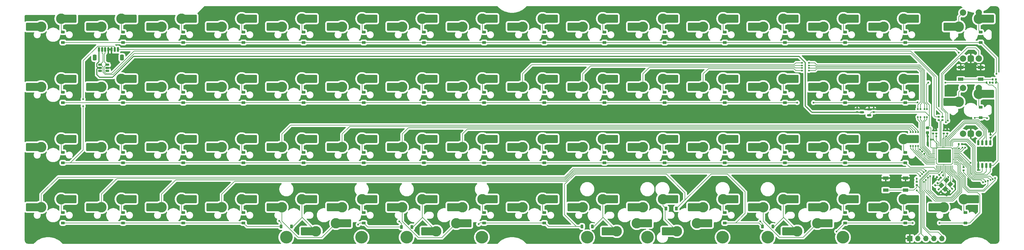
<source format=gbl>
G04 #@! TF.GenerationSoftware,KiCad,Pcbnew,8.0.2-1.fc39*
G04 #@! TF.CreationDate,2024-06-01T14:36:52-04:00*
G04 #@! TF.ProjectId,KeychronQ9OrthoIntegrated,4b657963-6872-46f6-9e51-394f7274686f,rev?*
G04 #@! TF.SameCoordinates,Original*
G04 #@! TF.FileFunction,Copper,L2,Bot*
G04 #@! TF.FilePolarity,Positive*
%FSLAX46Y46*%
G04 Gerber Fmt 4.6, Leading zero omitted, Abs format (unit mm)*
G04 Created by KiCad (PCBNEW 8.0.2-1.fc39) date 2024-06-01 14:36:52*
%MOMM*%
%LPD*%
G01*
G04 APERTURE LIST*
G04 Aperture macros list*
%AMRoundRect*
0 Rectangle with rounded corners*
0 $1 Rounding radius*
0 $2 $3 $4 $5 $6 $7 $8 $9 X,Y pos of 4 corners*
0 Add a 4 corners polygon primitive as box body*
4,1,4,$2,$3,$4,$5,$6,$7,$8,$9,$2,$3,0*
0 Add four circle primitives for the rounded corners*
1,1,$1+$1,$2,$3*
1,1,$1+$1,$4,$5*
1,1,$1+$1,$6,$7*
1,1,$1+$1,$8,$9*
0 Add four rect primitives between the rounded corners*
20,1,$1+$1,$2,$3,$4,$5,0*
20,1,$1+$1,$4,$5,$6,$7,0*
20,1,$1+$1,$6,$7,$8,$9,0*
20,1,$1+$1,$8,$9,$2,$3,0*%
%AMRotRect*
0 Rectangle, with rotation*
0 The origin of the aperture is its center*
0 $1 length*
0 $2 width*
0 $3 Rotation angle, in degrees counterclockwise*
0 Add horizontal line*
21,1,$1,$2,0,0,$3*%
G04 Aperture macros list end*
G04 #@! TA.AperFunction,ComponentPad*
%ADD10C,2.000000*%
G04 #@! TD*
G04 #@! TA.AperFunction,ComponentPad*
%ADD11RoundRect,0.500000X0.500000X-0.500000X0.500000X0.500000X-0.500000X0.500000X-0.500000X-0.500000X0*%
G04 #@! TD*
G04 #@! TA.AperFunction,ComponentPad*
%ADD12C,4.000000*%
G04 #@! TD*
G04 #@! TA.AperFunction,SMDPad,CuDef*
%ADD13RoundRect,0.140000X0.170000X-0.140000X0.170000X0.140000X-0.170000X0.140000X-0.170000X-0.140000X0*%
G04 #@! TD*
G04 #@! TA.AperFunction,ComponentPad*
%ADD14C,3.300000*%
G04 #@! TD*
G04 #@! TA.AperFunction,SMDPad,CuDef*
%ADD15R,1.650000X2.500000*%
G04 #@! TD*
G04 #@! TA.AperFunction,SMDPad,CuDef*
%ADD16RoundRect,0.250000X1.025000X1.000000X-1.025000X1.000000X-1.025000X-1.000000X1.025000X-1.000000X0*%
G04 #@! TD*
G04 #@! TA.AperFunction,SMDPad,CuDef*
%ADD17RoundRect,0.225000X0.375000X-0.225000X0.375000X0.225000X-0.375000X0.225000X-0.375000X-0.225000X0*%
G04 #@! TD*
G04 #@! TA.AperFunction,SMDPad,CuDef*
%ADD18RoundRect,0.150000X0.475000X0.150000X-0.475000X0.150000X-0.475000X-0.150000X0.475000X-0.150000X0*%
G04 #@! TD*
G04 #@! TA.AperFunction,SMDPad,CuDef*
%ADD19RoundRect,0.225000X0.225000X0.375000X-0.225000X0.375000X-0.225000X-0.375000X0.225000X-0.375000X0*%
G04 #@! TD*
G04 #@! TA.AperFunction,SMDPad,CuDef*
%ADD20RoundRect,0.135000X-0.135000X-0.185000X0.135000X-0.185000X0.135000X0.185000X-0.135000X0.185000X0*%
G04 #@! TD*
G04 #@! TA.AperFunction,SMDPad,CuDef*
%ADD21RoundRect,0.135000X-0.185000X0.135000X-0.185000X-0.135000X0.185000X-0.135000X0.185000X0.135000X0*%
G04 #@! TD*
G04 #@! TA.AperFunction,SMDPad,CuDef*
%ADD22RoundRect,0.140000X0.021213X-0.219203X0.219203X-0.021213X-0.021213X0.219203X-0.219203X0.021213X0*%
G04 #@! TD*
G04 #@! TA.AperFunction,SMDPad,CuDef*
%ADD23RoundRect,0.225000X-0.225000X-0.375000X0.225000X-0.375000X0.225000X0.375000X-0.225000X0.375000X0*%
G04 #@! TD*
G04 #@! TA.AperFunction,SMDPad,CuDef*
%ADD24RoundRect,0.140000X-0.140000X-0.170000X0.140000X-0.170000X0.140000X0.170000X-0.140000X0.170000X0*%
G04 #@! TD*
G04 #@! TA.AperFunction,SMDPad,CuDef*
%ADD25RoundRect,0.140000X-0.170000X0.140000X-0.170000X-0.140000X0.170000X-0.140000X0.170000X0.140000X0*%
G04 #@! TD*
G04 #@! TA.AperFunction,SMDPad,CuDef*
%ADD26RoundRect,0.250000X-1.025000X-1.000000X1.025000X-1.000000X1.025000X1.000000X-1.025000X1.000000X0*%
G04 #@! TD*
G04 #@! TA.AperFunction,SMDPad,CuDef*
%ADD27R,1.700000X1.000000*%
G04 #@! TD*
G04 #@! TA.AperFunction,SMDPad,CuDef*
%ADD28RoundRect,0.050000X0.387500X0.050000X-0.387500X0.050000X-0.387500X-0.050000X0.387500X-0.050000X0*%
G04 #@! TD*
G04 #@! TA.AperFunction,SMDPad,CuDef*
%ADD29RoundRect,0.050000X0.050000X0.387500X-0.050000X0.387500X-0.050000X-0.387500X0.050000X-0.387500X0*%
G04 #@! TD*
G04 #@! TA.AperFunction,HeatsinkPad*
%ADD30R,3.200000X3.200000*%
G04 #@! TD*
G04 #@! TA.AperFunction,SMDPad,CuDef*
%ADD31RoundRect,0.150000X0.512500X0.150000X-0.512500X0.150000X-0.512500X-0.150000X0.512500X-0.150000X0*%
G04 #@! TD*
G04 #@! TA.AperFunction,SMDPad,CuDef*
%ADD32RoundRect,0.150000X-0.150000X-0.625000X0.150000X-0.625000X0.150000X0.625000X-0.150000X0.625000X0*%
G04 #@! TD*
G04 #@! TA.AperFunction,SMDPad,CuDef*
%ADD33RoundRect,0.250000X-0.350000X-0.650000X0.350000X-0.650000X0.350000X0.650000X-0.350000X0.650000X0*%
G04 #@! TD*
G04 #@! TA.AperFunction,SMDPad,CuDef*
%ADD34RoundRect,0.140000X-0.021213X0.219203X-0.219203X0.021213X0.021213X-0.219203X0.219203X-0.021213X0*%
G04 #@! TD*
G04 #@! TA.AperFunction,SMDPad,CuDef*
%ADD35RoundRect,0.225000X-0.250000X0.225000X-0.250000X-0.225000X0.250000X-0.225000X0.250000X0.225000X0*%
G04 #@! TD*
G04 #@! TA.AperFunction,SMDPad,CuDef*
%ADD36RotRect,1.400000X1.200000X45.000000*%
G04 #@! TD*
G04 #@! TA.AperFunction,SMDPad,CuDef*
%ADD37RoundRect,0.150000X0.150000X-0.650000X0.150000X0.650000X-0.150000X0.650000X-0.150000X-0.650000X0*%
G04 #@! TD*
G04 #@! TA.AperFunction,SMDPad,CuDef*
%ADD38RoundRect,0.140000X0.219203X0.021213X0.021213X0.219203X-0.219203X-0.021213X-0.021213X-0.219203X0*%
G04 #@! TD*
G04 #@! TA.AperFunction,ComponentPad*
%ADD39R,1.700000X1.700000*%
G04 #@! TD*
G04 #@! TA.AperFunction,ComponentPad*
%ADD40O,1.700000X1.700000*%
G04 #@! TD*
G04 #@! TA.AperFunction,SMDPad,CuDef*
%ADD41RoundRect,0.140000X0.140000X0.170000X-0.140000X0.170000X-0.140000X-0.170000X0.140000X-0.170000X0*%
G04 #@! TD*
G04 #@! TA.AperFunction,SMDPad,CuDef*
%ADD42RoundRect,0.135000X0.035355X-0.226274X0.226274X-0.035355X-0.035355X0.226274X-0.226274X0.035355X0*%
G04 #@! TD*
G04 #@! TA.AperFunction,ViaPad*
%ADD43C,0.600000*%
G04 #@! TD*
G04 #@! TA.AperFunction,Conductor*
%ADD44C,0.200000*%
G04 #@! TD*
G04 #@! TA.AperFunction,Conductor*
%ADD45C,0.300000*%
G04 #@! TD*
G04 APERTURE END LIST*
D10*
G04 #@! TO.P,SW2,A,A*
G04 #@! TO.N,ENC2A*
X313412500Y-56712500D03*
G04 #@! TO.P,SW2,B,B*
G04 #@! TO.N,ENC2B*
X318412500Y-56712500D03*
D11*
G04 #@! TO.P,SW2,C,C*
G04 #@! TO.N,GND*
X315912500Y-56712500D03*
D10*
G04 #@! TO.P,SW2,S1,S1*
G04 #@! TO.N,Net-(D32-A)*
X318412500Y-42212500D03*
G04 #@! TO.P,SW2,S2,S2*
G04 #@! TO.N,Col 16*
X313412500Y-42212500D03*
G04 #@! TD*
D12*
G04 #@! TO.P,S3,*
G04 #@! TO.N,*
X161131250Y-89535000D03*
X137318750Y-89535000D03*
G04 #@! TD*
G04 #@! TO.P,S4,*
G04 #@! TO.N,*
X275431042Y-89535000D03*
X251618542Y-89535000D03*
G04 #@! TD*
D10*
G04 #@! TO.P,SW1,A,A*
G04 #@! TO.N,ENC1A*
X313412500Y-32900000D03*
G04 #@! TO.P,SW1,B,B*
G04 #@! TO.N,ENC1B*
X318412500Y-32900000D03*
D11*
G04 #@! TO.P,SW1,C,C*
G04 #@! TO.N,GND*
X315912500Y-32900000D03*
D10*
G04 #@! TO.P,SW1,S1,S1*
G04 #@! TO.N,Net-(D16-A)*
X318412500Y-18400000D03*
G04 #@! TO.P,SW1,S2,S2*
G04 #@! TO.N,Col 16*
X313412500Y-18400000D03*
G04 #@! TD*
D13*
G04 #@! TO.P,C2,1*
G04 #@! TO.N,+3V3*
X285154448Y-49884600D03*
G04 #@! TO.P,C2,2*
G04 #@! TO.N,GND*
X285154448Y-48924600D03*
G04 #@! TD*
D14*
G04 #@! TO.P,MX54,1,1*
G04 #@! TO.N,Col 6*
X116840000Y-80010000D03*
D15*
X115015000Y-80010000D03*
D16*
X113290000Y-80010000D03*
G04 #@! TO.P,MX54,2,2*
G04 #@! TO.N,Net-(D54-A)*
X126740000Y-77470000D03*
D15*
X124990000Y-77470000D03*
D14*
X123190000Y-77470000D03*
G04 #@! TD*
G04 #@! TO.P,MX9,1,1*
G04 #@! TO.N,Col 9*
X173990000Y-22860000D03*
D15*
X172165000Y-22860000D03*
D16*
X170440000Y-22860000D03*
G04 #@! TO.P,MX9,2,2*
G04 #@! TO.N,Net-(D9-A)*
X183890000Y-20320000D03*
D15*
X182140000Y-20320000D03*
D14*
X180340000Y-20320000D03*
G04 #@! TD*
D17*
G04 #@! TO.P,D6,1,K*
G04 #@! TO.N,Row 1*
X123731928Y-27843750D03*
G04 #@! TO.P,D6,2,A*
G04 #@! TO.N,Net-(D6-A)*
X123731928Y-24543750D03*
G04 #@! TD*
G04 #@! TO.P,D56,1,K*
G04 #@! TO.N,Row 4*
X161831896Y-84993750D03*
G04 #@! TO.P,D56,2,A*
G04 #@! TO.N,Net-(D56-A)*
X161831896Y-81693750D03*
G04 #@! TD*
D14*
G04 #@! TO.P,MX37,1,1*
G04 #@! TO.N,Col 5*
X97790000Y-60960000D03*
D15*
X95965000Y-60960000D03*
D16*
X94240000Y-60960000D03*
G04 #@! TO.P,MX37,2,2*
G04 #@! TO.N,Net-(D37-A)*
X107690000Y-58420000D03*
D15*
X105940000Y-58420000D03*
D14*
X104140000Y-58420000D03*
G04 #@! TD*
D18*
G04 #@! TO.P,U2,1,IO1*
G04 #@! TO.N,D+*
X42549184Y-34917548D03*
G04 #@! TO.P,U2,2,VN*
G04 #@! TO.N,GND*
X42549184Y-35867548D03*
G04 #@! TO.P,U2,3,IO2*
G04 #@! TO.N,unconnected-(U2-IO2-Pad3)*
X42549184Y-36817548D03*
G04 #@! TO.P,U2,4,IO3*
G04 #@! TO.N,unconnected-(U2-IO3-Pad4)*
X40199184Y-36817548D03*
G04 #@! TO.P,U2,5,VP*
G04 #@! TO.N,+5V*
X40199184Y-35867548D03*
G04 #@! TO.P,U2,6,IO4*
G04 #@! TO.N,D-*
X40199184Y-34917548D03*
G04 #@! TD*
D17*
G04 #@! TO.P,D43,1,K*
G04 #@! TO.N,Row 3*
X218981848Y-65943750D03*
G04 #@! TO.P,D43,2,A*
G04 #@! TO.N,Net-(D43-A)*
X218981848Y-62643750D03*
G04 #@! TD*
D14*
G04 #@! TO.P,MX20,1,1*
G04 #@! TO.N,Col 4*
X78740000Y-41910000D03*
D15*
X76915000Y-41910000D03*
D16*
X75190000Y-41910000D03*
G04 #@! TO.P,MX20,2,2*
G04 #@! TO.N,Net-(D20-A)*
X88640000Y-39370000D03*
D15*
X86890000Y-39370000D03*
D14*
X85090000Y-39370000D03*
G04 #@! TD*
D17*
G04 #@! TO.P,D1,1,K*
G04 #@! TO.N,Row 1*
X28482008Y-27843750D03*
G04 #@! TO.P,D1,2,A*
G04 #@! TO.N,Net-(D1-A)*
X28482008Y-24543750D03*
G04 #@! TD*
G04 #@! TO.P,D3,1,K*
G04 #@! TO.N,Row 1*
X66581976Y-27843750D03*
G04 #@! TO.P,D3,2,A*
G04 #@! TO.N,Net-(D3-A)*
X66581976Y-24543750D03*
G04 #@! TD*
G04 #@! TO.P,D17,1,K*
G04 #@! TO.N,Row 2*
X28482008Y-46893750D03*
G04 #@! TO.P,D17,2,A*
G04 #@! TO.N,Net-(D17-A)*
X28482008Y-43593750D03*
G04 #@! TD*
G04 #@! TO.P,D11,1,K*
G04 #@! TO.N,Row 1*
X218981848Y-27843750D03*
G04 #@! TO.P,D11,2,A*
G04 #@! TO.N,Net-(D11-A)*
X218981848Y-24543750D03*
G04 #@! TD*
G04 #@! TO.P,D45,1,K*
G04 #@! TO.N,Row 3*
X257081816Y-65943750D03*
G04 #@! TO.P,D45,2,A*
G04 #@! TO.N,Net-(D45-A)*
X257081816Y-62643750D03*
G04 #@! TD*
D14*
G04 #@! TO.P,MX49,1,1*
G04 #@! TO.N,Col 2*
X40640000Y-80010000D03*
D15*
X38815000Y-80010000D03*
D16*
X37090000Y-80010000D03*
G04 #@! TO.P,MX49,2,2*
G04 #@! TO.N,Net-(D49-A)*
X50540000Y-77470000D03*
D15*
X48790000Y-77470000D03*
D14*
X46990000Y-77470000D03*
G04 #@! TD*
D17*
G04 #@! TO.P,D64,1,K*
G04 #@! TO.N,Row 4*
X295181784Y-84993750D03*
G04 #@! TO.P,D64,2,A*
G04 #@! TO.N,Net-(D64-A)*
X295181784Y-81693750D03*
G04 #@! TD*
D14*
G04 #@! TO.P,MX36,1,1*
G04 #@! TO.N,Col 4*
X78740000Y-60960000D03*
D15*
X76915000Y-60960000D03*
D16*
X75190000Y-60960000D03*
G04 #@! TO.P,MX36,2,2*
G04 #@! TO.N,Net-(D36-A)*
X88640000Y-58420000D03*
D15*
X86890000Y-58420000D03*
D14*
X85090000Y-58420000D03*
G04 #@! TD*
D17*
G04 #@! TO.P,D65,1,K*
G04 #@! TO.N,Row 4*
X314231768Y-84993750D03*
G04 #@! TO.P,D65,2,A*
G04 #@! TO.N,Net-(D65-A)*
X314231768Y-81693750D03*
G04 #@! TD*
D13*
G04 #@! TO.P,C1,1*
G04 #@! TO.N,+5V*
X279945468Y-49884600D03*
G04 #@! TO.P,C1,2*
G04 #@! TO.N,GND*
X279945468Y-48924600D03*
G04 #@! TD*
D14*
G04 #@! TO.P,MX16,1,1*
G04 #@! TO.N,Col 16*
X312102500Y-22860000D03*
D15*
X310277500Y-22860000D03*
D16*
X308552500Y-22860000D03*
G04 #@! TO.P,MX16,2,2*
G04 #@! TO.N,Net-(D16-A)*
X322002500Y-20320000D03*
D15*
X320252500Y-20320000D03*
D14*
X318452500Y-20320000D03*
G04 #@! TD*
D17*
G04 #@! TO.P,D27,1,K*
G04 #@! TO.N,Row 2*
X218981848Y-46893750D03*
G04 #@! TO.P,D27,2,A*
G04 #@! TO.N,Net-(D27-A)*
X218981848Y-43593750D03*
G04 #@! TD*
D19*
G04 #@! TO.P,D59,1,K*
G04 #@! TO.N,Row 4*
X222709375Y-80466352D03*
G04 #@! TO.P,D59,2,A*
G04 #@! TO.N,Net-(D59-A)*
X219409375Y-80466352D03*
G04 #@! TD*
D14*
G04 #@! TO.P,MX5,1,1*
G04 #@! TO.N,Col 5*
X97790000Y-22860000D03*
D15*
X95965000Y-22860000D03*
D16*
X94240000Y-22860000D03*
G04 #@! TO.P,MX5,2,2*
G04 #@! TO.N,Net-(D5-A)*
X107690000Y-20320000D03*
D15*
X105940000Y-20320000D03*
D14*
X104140000Y-20320000D03*
G04 #@! TD*
D20*
G04 #@! TO.P,R4,1*
G04 #@! TO.N,Net-(R3-Pad2)*
X322800276Y-40574184D03*
G04 #@! TO.P,R4,2*
G04 #@! TO.N,Q_SEL*
X323820276Y-40574184D03*
G04 #@! TD*
D14*
G04 #@! TO.P,MX35,1,1*
G04 #@! TO.N,Col 3*
X59690000Y-60960000D03*
D15*
X57865000Y-60960000D03*
D16*
X56140000Y-60960000D03*
G04 #@! TO.P,MX35,2,2*
G04 #@! TO.N,Net-(D35-A)*
X69590000Y-58420000D03*
D15*
X67840000Y-58420000D03*
D14*
X66040000Y-58420000D03*
G04 #@! TD*
D17*
G04 #@! TO.P,D44,1,K*
G04 #@! TO.N,Row 3*
X238031832Y-65943750D03*
G04 #@! TO.P,D44,2,A*
G04 #@! TO.N,Net-(D44-A)*
X238031832Y-62643750D03*
G04 #@! TD*
G04 #@! TO.P,D51,1,K*
G04 #@! TO.N,Row 4*
X85631960Y-84993750D03*
G04 #@! TO.P,D51,2,A*
G04 #@! TO.N,Net-(D51-A)*
X85631960Y-81693750D03*
G04 #@! TD*
G04 #@! TO.P,D22,1,K*
G04 #@! TO.N,Row 2*
X123731928Y-46893750D03*
G04 #@! TO.P,D22,2,A*
G04 #@! TO.N,Net-(D22-A)*
X123731928Y-43593750D03*
G04 #@! TD*
D14*
G04 #@! TO.P,MX59,1,1*
G04 #@! TO.N,Col 11*
X212090000Y-80010000D03*
D15*
X210265000Y-80010000D03*
D16*
X208540000Y-80010000D03*
G04 #@! TO.P,MX59,2,2*
G04 #@! TO.N,Net-(D59-A)*
X221990000Y-77470000D03*
D15*
X220240000Y-77470000D03*
D14*
X218440000Y-77470000D03*
G04 #@! TD*
G04 #@! TO.P,MX30,1,1*
G04 #@! TO.N,Col 14*
X269240000Y-41910000D03*
D15*
X267415000Y-41910000D03*
D16*
X265690000Y-41910000D03*
G04 #@! TO.P,MX30,2,2*
G04 #@! TO.N,Net-(D30-A)*
X279140000Y-39370000D03*
D15*
X277390000Y-39370000D03*
D14*
X275590000Y-39370000D03*
G04 #@! TD*
G04 #@! TO.P,MX44,1,1*
G04 #@! TO.N,Col 12*
X231140000Y-60960000D03*
D15*
X229315000Y-60960000D03*
D16*
X227590000Y-60960000D03*
G04 #@! TO.P,MX44,2,2*
G04 #@! TO.N,Net-(D44-A)*
X241040000Y-58420000D03*
D15*
X239290000Y-58420000D03*
D14*
X237490000Y-58420000D03*
G04 #@! TD*
D21*
G04 #@! TO.P,R8,1*
G04 #@! TO.N,D-*
X305748572Y-51375112D03*
G04 #@! TO.P,R8,2*
G04 #@! TO.N,Net-(U3-USB_DM)*
X305748572Y-52395112D03*
G04 #@! TD*
D17*
G04 #@! TO.P,D13,1,K*
G04 #@! TO.N,Row 1*
X257081816Y-27843750D03*
G04 #@! TO.P,D13,2,A*
G04 #@! TO.N,Net-(D13-A)*
X257081816Y-24543750D03*
G04 #@! TD*
D14*
G04 #@! TO.P,MX50,1,1*
G04 #@! TO.N,Col 3*
X59690000Y-80010000D03*
D15*
X57865000Y-80010000D03*
D16*
X56140000Y-80010000D03*
G04 #@! TO.P,MX50,2,2*
G04 #@! TO.N,Net-(D50-A)*
X69590000Y-77470000D03*
D15*
X67840000Y-77470000D03*
D14*
X66040000Y-77470000D03*
G04 #@! TD*
D17*
G04 #@! TO.P,D15,1,K*
G04 #@! TO.N,Row 1*
X295181784Y-27843750D03*
G04 #@! TO.P,D15,2,A*
G04 #@! TO.N,Net-(D15-A)*
X295181784Y-24543750D03*
G04 #@! TD*
D22*
G04 #@! TO.P,C10,1*
G04 #@! TO.N,GND*
X309278689Y-74846379D03*
G04 #@! TO.P,C10,2*
G04 #@! TO.N,XIN*
X309957511Y-74167557D03*
G04 #@! TD*
D14*
G04 #@! TO.P,MX56,1,1*
G04 #@! TO.N,Col 8*
X154940000Y-80010000D03*
D15*
X153115000Y-80010000D03*
D16*
X151390000Y-80010000D03*
G04 #@! TO.P,MX56,2,2*
G04 #@! TO.N,Net-(D56-A)*
X164840000Y-77470000D03*
D15*
X163090000Y-77470000D03*
D14*
X161290000Y-77470000D03*
G04 #@! TD*
D17*
G04 #@! TO.P,D31,1,K*
G04 #@! TO.N,Row 2*
X295181784Y-46893750D03*
G04 #@! TO.P,D31,2,A*
G04 #@! TO.N,Net-(D31-A)*
X295181784Y-43593750D03*
G04 #@! TD*
G04 #@! TO.P,D41,1,K*
G04 #@! TO.N,Row 3*
X180881880Y-65943750D03*
G04 #@! TO.P,D41,2,A*
G04 #@! TO.N,Net-(D41-A)*
X180881880Y-62643750D03*
G04 #@! TD*
D14*
G04 #@! TO.P,MX47,1,1*
G04 #@! TO.N,Col 15*
X288290000Y-60960000D03*
D15*
X286465000Y-60960000D03*
D16*
X284740000Y-60960000D03*
G04 #@! TO.P,MX47,2,2*
G04 #@! TO.N,Net-(D47-A)*
X298190000Y-58420000D03*
D15*
X296440000Y-58420000D03*
D14*
X294640000Y-58420000D03*
G04 #@! TD*
D21*
G04 #@! TO.P,R7,1*
G04 #@! TO.N,D+*
X306939196Y-51375112D03*
G04 #@! TO.P,R7,2*
G04 #@! TO.N,Net-(U3-USB_DP)*
X306939196Y-52395112D03*
G04 #@! TD*
D23*
G04 #@! TO.P,D62,1,K*
G04 #@! TO.N,Row 4*
X249968750Y-86121875D03*
G04 #@! TO.P,D62,2,A*
G04 #@! TO.N,Net-(D62-A)*
X253268750Y-86121875D03*
G04 #@! TD*
D24*
G04 #@! TO.P,C7,1*
G04 #@! TO.N,+3V3*
X312114660Y-60070652D03*
G04 #@! TO.P,C7,2*
G04 #@! TO.N,GND*
X313074660Y-60070652D03*
G04 #@! TD*
D17*
G04 #@! TO.P,D29,1,K*
G04 #@! TO.N,Row 2*
X257081816Y-46893750D03*
G04 #@! TO.P,D29,2,A*
G04 #@! TO.N,Net-(D29-A)*
X257081816Y-43593750D03*
G04 #@! TD*
D14*
G04 #@! TO.P,MX42,1,1*
G04 #@! TO.N,Col 10*
X193040000Y-60960000D03*
D15*
X191215000Y-60960000D03*
D16*
X189490000Y-60960000D03*
G04 #@! TO.P,MX42,2,2*
G04 #@! TO.N,Net-(D42-A)*
X202940000Y-58420000D03*
D15*
X201190000Y-58420000D03*
D14*
X199390000Y-58420000D03*
G04 #@! TD*
G04 #@! TO.P,MX1,1,1*
G04 #@! TO.N,Col 1*
X21590000Y-22860000D03*
D15*
X19765000Y-22860000D03*
D16*
X18040000Y-22860000D03*
G04 #@! TO.P,MX1,2,2*
G04 #@! TO.N,Net-(D1-A)*
X31490000Y-20320000D03*
D15*
X29740000Y-20320000D03*
D14*
X27940000Y-20320000D03*
G04 #@! TD*
D17*
G04 #@! TO.P,D19,1,K*
G04 #@! TO.N,Row 2*
X66581976Y-46893750D03*
G04 #@! TO.P,D19,2,A*
G04 #@! TO.N,Net-(D19-A)*
X66581976Y-43593750D03*
G04 #@! TD*
D14*
G04 #@! TO.P,MX65,1,1*
G04 #@! TO.N,Col 16*
X307340000Y-80010000D03*
D15*
X305515000Y-80010000D03*
D16*
X303790000Y-80010000D03*
G04 #@! TO.P,MX65,2,2*
G04 #@! TO.N,Net-(D65-A)*
X317240000Y-77470000D03*
D15*
X315490000Y-77470000D03*
D14*
X313690000Y-77470000D03*
G04 #@! TD*
G04 #@! TO.P,MX40,1,1*
G04 #@! TO.N,Col 8*
X154940000Y-60960000D03*
D15*
X153115000Y-60960000D03*
D16*
X151390000Y-60960000D03*
G04 #@! TO.P,MX40,2,2*
G04 #@! TO.N,Net-(D40-A)*
X164840000Y-58420000D03*
D15*
X163090000Y-58420000D03*
D14*
X161290000Y-58420000D03*
G04 #@! TD*
D17*
G04 #@! TO.P,D30,1,K*
G04 #@! TO.N,Row 2*
X276131800Y-46893750D03*
G04 #@! TO.P,D30,2,A*
G04 #@! TO.N,Net-(D30-A)*
X276131800Y-43593750D03*
G04 #@! TD*
D25*
G04 #@! TO.P,C8,1*
G04 #@! TO.N,+3V3*
X313636456Y-67329708D03*
G04 #@! TO.P,C8,2*
G04 #@! TO.N,GND*
X313636456Y-68289708D03*
G04 #@! TD*
D17*
G04 #@! TO.P,D12,1,K*
G04 #@! TO.N,Row 1*
X238031832Y-27843750D03*
G04 #@! TO.P,D12,2,A*
G04 #@! TO.N,Net-(D12-A)*
X238031832Y-24543750D03*
G04 #@! TD*
D13*
G04 #@! TO.P,C3,1*
G04 #@! TO.N,+1V1*
X305004432Y-56681124D03*
G04 #@! TO.P,C3,2*
G04 #@! TO.N,GND*
X305004432Y-55721124D03*
G04 #@! TD*
D17*
G04 #@! TO.P,D7,1,K*
G04 #@! TO.N,Row 1*
X142781912Y-27843750D03*
G04 #@! TO.P,D7,2,A*
G04 #@! TO.N,Net-(D7-A)*
X142781912Y-24543750D03*
G04 #@! TD*
D14*
G04 #@! TO.P,MX28,1,1*
G04 #@! TO.N,Col 12*
X231140000Y-41910000D03*
D15*
X229315000Y-41910000D03*
D16*
X227590000Y-41910000D03*
G04 #@! TO.P,MX28,2,2*
G04 #@! TO.N,Net-(D28-A)*
X241040000Y-39370000D03*
D15*
X239290000Y-39370000D03*
D14*
X237490000Y-39370000D03*
G04 #@! TD*
D23*
G04 #@! TO.P,D55,1,K*
G04 #@! TO.N,Row 4*
X135668750Y-86270644D03*
G04 #@! TO.P,D55,2,A*
G04 #@! TO.N,Net-(D55-A)*
X138968750Y-86270644D03*
G04 #@! TD*
D14*
G04 #@! TO.P,MX67,1,1*
G04 #@! TO.N,Col 13*
X267334792Y-85090000D03*
D15*
X269159792Y-85090000D03*
D26*
X270884792Y-85090000D03*
G04 #@! TO.P,MX67,2,2*
G04 #@! TO.N,Net-(D62-A)*
X257434792Y-87630000D03*
D15*
X259184792Y-87630000D03*
D14*
X260984792Y-87630000D03*
G04 #@! TD*
D17*
G04 #@! TO.P,D38,1,K*
G04 #@! TO.N,Row 3*
X123731928Y-65943750D03*
G04 #@! TO.P,D38,2,A*
G04 #@! TO.N,Net-(D38-A)*
X123731928Y-62643750D03*
G04 #@! TD*
D14*
G04 #@! TO.P,MX63,1,1*
G04 #@! TO.N,Col 14*
X269240000Y-80010000D03*
D15*
X267415000Y-80010000D03*
D16*
X265690000Y-80010000D03*
G04 #@! TO.P,MX63,2,2*
G04 #@! TO.N,Net-(D63-A)*
X279140000Y-77470000D03*
D15*
X277390000Y-77470000D03*
D14*
X275590000Y-77470000D03*
G04 #@! TD*
D17*
G04 #@! TO.P,D23,1,K*
G04 #@! TO.N,Row 2*
X142781912Y-46893750D03*
G04 #@! TO.P,D23,2,A*
G04 #@! TO.N,Net-(D23-A)*
X142781912Y-43593750D03*
G04 #@! TD*
G04 #@! TO.P,D18,1,K*
G04 #@! TO.N,Row 2*
X47531992Y-46893750D03*
G04 #@! TO.P,D18,2,A*
G04 #@! TO.N,Net-(D18-A)*
X47531992Y-43593750D03*
G04 #@! TD*
D20*
G04 #@! TO.P,R6,1*
G04 #@! TO.N,Net-(BOOT1-Pad2)*
X322800276Y-39532388D03*
G04 #@! TO.P,R6,2*
G04 #@! TO.N,Q_SEL*
X323820276Y-39532388D03*
G04 #@! TD*
D14*
G04 #@! TO.P,MX19,1,1*
G04 #@! TO.N,Col 3*
X59690000Y-41910000D03*
D15*
X57865000Y-41910000D03*
D16*
X56140000Y-41910000D03*
G04 #@! TO.P,MX19,2,2*
G04 #@! TO.N,Net-(D19-A)*
X69590000Y-39370000D03*
D15*
X67840000Y-39370000D03*
D14*
X66040000Y-39370000D03*
G04 #@! TD*
D12*
G04 #@! TO.P,S5,*
G04 #@! TO.N,*
X194468750Y-89535000D03*
G04 #@! TD*
D27*
G04 #@! TO.P,RST1,1,1*
G04 #@! TO.N,GND*
X295250000Y-70821032D03*
X288950000Y-70821032D03*
G04 #@! TO.P,RST1,2,2*
G04 #@! TO.N,RESET*
X295250000Y-74621032D03*
X288950000Y-74621032D03*
G04 #@! TD*
D14*
G04 #@! TO.P,MX51,1,1*
G04 #@! TO.N,Col 4*
X78740000Y-80010000D03*
D15*
X76915000Y-80010000D03*
D16*
X75190000Y-80010000D03*
G04 #@! TO.P,MX51,2,2*
G04 #@! TO.N,Net-(D51-A)*
X88640000Y-77470000D03*
D15*
X86890000Y-77470000D03*
D14*
X85090000Y-77470000D03*
G04 #@! TD*
D28*
G04 #@! TO.P,U3,1,IOVDD*
G04 #@! TO.N,+3V3*
X310972008Y-61191352D03*
G04 #@! TO.P,U3,2,GPIO0*
G04 #@! TO.N,ENC1B*
X310972008Y-61591352D03*
G04 #@! TO.P,U3,3,GPIO1*
G04 #@! TO.N,ENC1A*
X310972008Y-61991352D03*
G04 #@! TO.P,U3,4,GPIO2*
G04 #@! TO.N,ENC2A*
X310972008Y-62391352D03*
G04 #@! TO.P,U3,5,GPIO3*
G04 #@! TO.N,ENC2B*
X310972008Y-62791352D03*
G04 #@! TO.P,U3,6,GPIO4*
G04 #@! TO.N,Col 13*
X310972008Y-63191352D03*
G04 #@! TO.P,U3,7,GPIO5*
G04 #@! TO.N,Col 14*
X310972008Y-63591352D03*
G04 #@! TO.P,U3,8,GPIO6*
G04 #@! TO.N,Col 15*
X310972008Y-63991352D03*
G04 #@! TO.P,U3,9,GPIO7*
G04 #@! TO.N,Col 16*
X310972008Y-64391352D03*
G04 #@! TO.P,U3,10,IOVDD*
G04 #@! TO.N,+3V3*
X310972008Y-64791352D03*
G04 #@! TO.P,U3,11,GPIO8*
G04 #@! TO.N,unconnected-(U3-GPIO8-Pad11)*
X310972008Y-65191352D03*
G04 #@! TO.P,U3,12,GPIO9*
G04 #@! TO.N,Row 2*
X310972008Y-65591352D03*
G04 #@! TO.P,U3,13,GPIO10*
G04 #@! TO.N,Row 1*
X310972008Y-65991352D03*
G04 #@! TO.P,U3,14,GPIO11*
G04 #@! TO.N,Row 4*
X310972008Y-66391352D03*
D29*
G04 #@! TO.P,U3,15,GPIO12*
G04 #@! TO.N,Col 4*
X310134508Y-67228852D03*
G04 #@! TO.P,U3,16,GPIO13*
G04 #@! TO.N,Col 3*
X309734508Y-67228852D03*
G04 #@! TO.P,U3,17,GPIO14*
G04 #@! TO.N,Col 2*
X309334508Y-67228852D03*
G04 #@! TO.P,U3,18,GPIO15*
G04 #@! TO.N,Col 1*
X308934508Y-67228852D03*
G04 #@! TO.P,U3,19,TESTEN*
G04 #@! TO.N,GND*
X308534508Y-67228852D03*
G04 #@! TO.P,U3,20,XIN*
G04 #@! TO.N,XIN*
X308134508Y-67228852D03*
G04 #@! TO.P,U3,21,XOUT*
G04 #@! TO.N,XOUT*
X307734508Y-67228852D03*
G04 #@! TO.P,U3,22,IOVDD*
G04 #@! TO.N,+3V3*
X307334508Y-67228852D03*
G04 #@! TO.P,U3,23,DVDD*
G04 #@! TO.N,+1V1*
X306934508Y-67228852D03*
G04 #@! TO.P,U3,24,SWCLK*
G04 #@! TO.N,SWC*
X306534508Y-67228852D03*
G04 #@! TO.P,U3,25,SWD*
G04 #@! TO.N,SWD*
X306134508Y-67228852D03*
G04 #@! TO.P,U3,26,RUN*
G04 #@! TO.N,RESET*
X305734508Y-67228852D03*
G04 #@! TO.P,U3,27,GPIO16*
G04 #@! TO.N,Row 3*
X305334508Y-67228852D03*
G04 #@! TO.P,U3,28,GPIO17*
G04 #@! TO.N,unconnected-(U3-GPIO17-Pad28)*
X304934508Y-67228852D03*
D28*
G04 #@! TO.P,U3,29,GPIO18*
G04 #@! TO.N,Col 8*
X304097008Y-66391352D03*
G04 #@! TO.P,U3,30,GPIO19*
G04 #@! TO.N,Col 7*
X304097008Y-65991352D03*
G04 #@! TO.P,U3,31,GPIO20*
G04 #@! TO.N,Col 6*
X304097008Y-65591352D03*
G04 #@! TO.P,U3,32,GPIO21*
G04 #@! TO.N,Col 5*
X304097008Y-65191352D03*
G04 #@! TO.P,U3,33,IOVDD*
G04 #@! TO.N,+3V3*
X304097008Y-64791352D03*
G04 #@! TO.P,U3,34,GPIO22*
G04 #@! TO.N,Col 12*
X304097008Y-64391352D03*
G04 #@! TO.P,U3,35,GPIO23*
G04 #@! TO.N,Col 11*
X304097008Y-63991352D03*
G04 #@! TO.P,U3,36,GPIO24*
G04 #@! TO.N,Col 10*
X304097008Y-63591352D03*
G04 #@! TO.P,U3,37,GPIO25*
G04 #@! TO.N,Col 9*
X304097008Y-63191352D03*
G04 #@! TO.P,U3,38,GPIO26_ADC0*
G04 #@! TO.N,unconnected-(U3-GPIO26_ADC0-Pad38)*
X304097008Y-62791352D03*
G04 #@! TO.P,U3,39,GPIO27_ADC1*
G04 #@! TO.N,unconnected-(U3-GPIO27_ADC1-Pad39)*
X304097008Y-62391352D03*
G04 #@! TO.P,U3,40,GPIO28_ADC2*
G04 #@! TO.N,unconnected-(U3-GPIO28_ADC2-Pad40)*
X304097008Y-61991352D03*
G04 #@! TO.P,U3,41,GPIO29_ADC3*
G04 #@! TO.N,unconnected-(U3-GPIO29_ADC3-Pad41)*
X304097008Y-61591352D03*
G04 #@! TO.P,U3,42,IOVDD*
G04 #@! TO.N,+3V3*
X304097008Y-61191352D03*
D29*
G04 #@! TO.P,U3,43,ADC_AVDD*
X304934508Y-60353852D03*
G04 #@! TO.P,U3,44,VREG_IN*
X305334508Y-60353852D03*
G04 #@! TO.P,U3,45,VREG_VOUT*
G04 #@! TO.N,+1V1*
X305734508Y-60353852D03*
G04 #@! TO.P,U3,46,USB_DM*
G04 #@! TO.N,Net-(U3-USB_DM)*
X306134508Y-60353852D03*
G04 #@! TO.P,U3,47,USB_DP*
G04 #@! TO.N,Net-(U3-USB_DP)*
X306534508Y-60353852D03*
G04 #@! TO.P,U3,48,USB_VDD*
G04 #@! TO.N,+3V3*
X306934508Y-60353852D03*
G04 #@! TO.P,U3,49,IOVDD*
X307334508Y-60353852D03*
G04 #@! TO.P,U3,50,DVDD*
G04 #@! TO.N,+1V1*
X307734508Y-60353852D03*
G04 #@! TO.P,U3,51,QSPI_SD3*
G04 #@! TO.N,Q_IO3*
X308134508Y-60353852D03*
G04 #@! TO.P,U3,52,QSPI_SCLK*
G04 #@! TO.N,Q_CLK*
X308534508Y-60353852D03*
G04 #@! TO.P,U3,53,QSPI_SD0*
G04 #@! TO.N,Q_IO0*
X308934508Y-60353852D03*
G04 #@! TO.P,U3,54,QSPI_SD2*
G04 #@! TO.N,Q_IO2*
X309334508Y-60353852D03*
G04 #@! TO.P,U3,55,QSPI_SD1*
G04 #@! TO.N,Q_IO1*
X309734508Y-60353852D03*
G04 #@! TO.P,U3,56,QSPI_SS*
G04 #@! TO.N,Q_SEL*
X310134508Y-60353852D03*
D30*
G04 #@! TO.P,U3,57,GND*
G04 #@! TO.N,GND*
X307534508Y-63791352D03*
G04 #@! TD*
D17*
G04 #@! TO.P,D21,1,K*
G04 #@! TO.N,Row 2*
X104681944Y-46893750D03*
G04 #@! TO.P,D21,2,A*
G04 #@! TO.N,Net-(D21-A)*
X104681944Y-43593750D03*
G04 #@! TD*
G04 #@! TO.P,D49,1,K*
G04 #@! TO.N,Row 4*
X47531992Y-84993750D03*
G04 #@! TO.P,D49,2,A*
G04 #@! TO.N,Net-(D49-A)*
X47531992Y-81693750D03*
G04 #@! TD*
D12*
G04 #@! TO.P,S2,*
G04 #@! TO.N,*
X213518750Y-89535000D03*
X237331250Y-89535000D03*
G04 #@! TD*
D31*
G04 #@! TO.P,U1,1,GND*
G04 #@! TO.N,GND*
X283712500Y-49000348D03*
G04 #@! TO.P,U1,2,VO*
G04 #@! TO.N,+3V3*
X283712500Y-50900348D03*
G04 #@! TO.P,U1,3,VI*
G04 #@! TO.N,+5V*
X281437500Y-49950348D03*
G04 #@! TD*
D23*
G04 #@! TO.P,D52,1,K*
G04 #@! TO.N,Row 4*
X97568750Y-86121875D03*
G04 #@! TO.P,D52,2,A*
G04 #@! TO.N,Net-(D52-A)*
X100868750Y-86121875D03*
G04 #@! TD*
D14*
G04 #@! TO.P,MX31,1,1*
G04 #@! TO.N,Col 15*
X288290000Y-41910000D03*
D15*
X286465000Y-41910000D03*
D16*
X284740000Y-41910000D03*
G04 #@! TO.P,MX31,2,2*
G04 #@! TO.N,Net-(D31-A)*
X298190000Y-39370000D03*
D15*
X296440000Y-39370000D03*
D14*
X294640000Y-39370000D03*
G04 #@! TD*
D17*
G04 #@! TO.P,D4,1,K*
G04 #@! TO.N,Row 1*
X85631960Y-27843750D03*
G04 #@! TO.P,D4,2,A*
G04 #@! TO.N,Net-(D4-A)*
X85631960Y-24543750D03*
G04 #@! TD*
D14*
G04 #@! TO.P,MX10,1,1*
G04 #@! TO.N,Col 10*
X193040000Y-22860000D03*
D15*
X191215000Y-22860000D03*
D16*
X189490000Y-22860000D03*
G04 #@! TO.P,MX10,2,2*
G04 #@! TO.N,Net-(D10-A)*
X202940000Y-20320000D03*
D15*
X201190000Y-20320000D03*
D14*
X199390000Y-20320000D03*
G04 #@! TD*
D17*
G04 #@! TO.P,D50,1,K*
G04 #@! TO.N,Row 4*
X66581976Y-84993750D03*
G04 #@! TO.P,D50,2,A*
G04 #@! TO.N,Net-(D50-A)*
X66581976Y-81693750D03*
G04 #@! TD*
D14*
G04 #@! TO.P,MX12,1,1*
G04 #@! TO.N,Col 12*
X231140000Y-22860000D03*
D15*
X229315000Y-22860000D03*
D16*
X227590000Y-22860000D03*
G04 #@! TO.P,MX12,2,2*
G04 #@! TO.N,Net-(D12-A)*
X241040000Y-20320000D03*
D15*
X239290000Y-20320000D03*
D14*
X237490000Y-20320000D03*
G04 #@! TD*
G04 #@! TO.P,MX23,1,1*
G04 #@! TO.N,Col 7*
X135890000Y-41910000D03*
D15*
X134065000Y-41910000D03*
D16*
X132340000Y-41910000D03*
G04 #@! TO.P,MX23,2,2*
G04 #@! TO.N,Net-(D23-A)*
X145790000Y-39370000D03*
D15*
X144040000Y-39370000D03*
D14*
X142240000Y-39370000D03*
G04 #@! TD*
G04 #@! TO.P,MX17,1,1*
G04 #@! TO.N,Col 1*
X21590000Y-41910000D03*
D15*
X19765000Y-41910000D03*
D16*
X18040000Y-41910000D03*
G04 #@! TO.P,MX17,2,2*
G04 #@! TO.N,Net-(D17-A)*
X31490000Y-39370000D03*
D15*
X29740000Y-39370000D03*
D14*
X27940000Y-39370000D03*
G04 #@! TD*
D32*
G04 #@! TO.P,J1,1,Pin_1*
G04 #@! TO.N,+5V*
X39862464Y-30077708D03*
G04 #@! TO.P,J1,2,Pin_2*
G04 #@! TO.N,D-*
X40862464Y-30077708D03*
G04 #@! TO.P,J1,3,Pin_3*
G04 #@! TO.N,D+*
X41862464Y-30077708D03*
G04 #@! TO.P,J1,4,Pin_4*
G04 #@! TO.N,GND*
X42862464Y-30077708D03*
G04 #@! TO.P,J1,5,Pin_5*
X43862464Y-30077708D03*
G04 #@! TO.P,J1,6,Pin_6*
G04 #@! TO.N,Row 3*
X44862464Y-30077708D03*
G04 #@! TO.P,J1,7,Pin_7*
G04 #@! TO.N,Col 16*
X45862464Y-30077708D03*
D33*
G04 #@! TO.P,J1,MP*
G04 #@! TO.N,N/C*
X38562464Y-32602708D03*
X47162464Y-32602708D03*
G04 #@! TD*
D14*
G04 #@! TO.P,MX24,1,1*
G04 #@! TO.N,Col 8*
X154940000Y-41910000D03*
D15*
X153115000Y-41910000D03*
D16*
X151390000Y-41910000D03*
G04 #@! TO.P,MX24,2,2*
G04 #@! TO.N,Net-(D24-A)*
X164840000Y-39370000D03*
D15*
X163090000Y-39370000D03*
D14*
X161290000Y-39370000D03*
G04 #@! TD*
D17*
G04 #@! TO.P,D61,1,K*
G04 #@! TO.N,Row 4*
X238031832Y-84993750D03*
G04 #@! TO.P,D61,2,A*
G04 #@! TO.N,Net-(D61-A)*
X238031832Y-81693750D03*
G04 #@! TD*
G04 #@! TO.P,D35,1,K*
G04 #@! TO.N,Row 3*
X66581976Y-65943750D03*
G04 #@! TO.P,D35,2,A*
G04 #@! TO.N,Net-(D35-A)*
X66581976Y-62643750D03*
G04 #@! TD*
D34*
G04 #@! TO.P,C13,1*
G04 #@! TO.N,+3V3*
X307072937Y-69896056D03*
G04 #@! TO.P,C13,2*
G04 #@! TO.N,GND*
X306394115Y-70574878D03*
G04 #@! TD*
D17*
G04 #@! TO.P,D32,1,K*
G04 #@! TO.N,Row 2*
X318994264Y-51656250D03*
G04 #@! TO.P,D32,2,A*
G04 #@! TO.N,Net-(D32-A)*
X318994264Y-48356250D03*
G04 #@! TD*
D14*
G04 #@! TO.P,MX27,1,1*
G04 #@! TO.N,Col 11*
X212090000Y-41910000D03*
D15*
X210265000Y-41910000D03*
D16*
X208540000Y-41910000D03*
G04 #@! TO.P,MX27,2,2*
G04 #@! TO.N,Net-(D27-A)*
X221990000Y-39370000D03*
D15*
X220240000Y-39370000D03*
D14*
X218440000Y-39370000D03*
G04 #@! TD*
G04 #@! TO.P,MX26,1,1*
G04 #@! TO.N,Col 10*
X193040000Y-41910000D03*
D15*
X191215000Y-41910000D03*
D16*
X189490000Y-41910000D03*
G04 #@! TO.P,MX26,2,2*
G04 #@! TO.N,Net-(D26-A)*
X202940000Y-39370000D03*
D15*
X201190000Y-39370000D03*
D14*
X199390000Y-39370000D03*
G04 #@! TD*
D17*
G04 #@! TO.P,D48,1,K*
G04 #@! TO.N,Row 4*
X28482008Y-84993750D03*
G04 #@! TO.P,D48,2,A*
G04 #@! TO.N,Net-(D48-A)*
X28482008Y-81693750D03*
G04 #@! TD*
G04 #@! TO.P,D26,1,K*
G04 #@! TO.N,Row 2*
X199931864Y-46893750D03*
G04 #@! TO.P,D26,2,A*
G04 #@! TO.N,Net-(D26-A)*
X199931864Y-43593750D03*
G04 #@! TD*
D14*
G04 #@! TO.P,MX13,1,1*
G04 #@! TO.N,Col 13*
X250190000Y-22860000D03*
D15*
X248365000Y-22860000D03*
D16*
X246640000Y-22860000D03*
G04 #@! TO.P,MX13,2,2*
G04 #@! TO.N,Net-(D13-A)*
X260090000Y-20320000D03*
D15*
X258340000Y-20320000D03*
D14*
X256540000Y-20320000D03*
G04 #@! TD*
G04 #@! TO.P,MX53,1,1*
G04 #@! TO.N,Col 5*
X114935000Y-85090000D03*
D15*
X116760000Y-85090000D03*
D26*
X118485000Y-85090000D03*
G04 #@! TO.P,MX53,2,2*
G04 #@! TO.N,Net-(D52-A)*
X105035000Y-87630000D03*
D15*
X106785000Y-87630000D03*
D14*
X108585000Y-87630000D03*
G04 #@! TD*
D35*
G04 #@! TO.P,C5,1*
G04 #@! TO.N,+3V3*
X302176700Y-54830812D03*
G04 #@! TO.P,C5,2*
G04 #@! TO.N,GND*
X302176700Y-56380812D03*
G04 #@! TD*
D17*
G04 #@! TO.P,D39,1,K*
G04 #@! TO.N,Row 3*
X142781912Y-65943750D03*
G04 #@! TO.P,D39,2,A*
G04 #@! TO.N,Net-(D39-A)*
X142781912Y-62643750D03*
G04 #@! TD*
D36*
G04 #@! TO.P,Y1,1,1*
G04 #@! TO.N,Net-(C12-Pad2)*
X306602134Y-73046637D03*
G04 #@! TO.P,Y1,2,2*
G04 #@! TO.N,GND*
X308157769Y-71491002D03*
G04 #@! TO.P,Y1,3,3*
G04 #@! TO.N,XIN*
X309359850Y-72693083D03*
G04 #@! TO.P,Y1,4,4*
G04 #@! TO.N,GND*
X307804215Y-74248718D03*
G04 #@! TD*
D14*
G04 #@! TO.P,MX62,1,1*
G04 #@! TO.N,Col 13*
X250190000Y-80010000D03*
D15*
X248365000Y-80010000D03*
D16*
X246640000Y-80010000D03*
G04 #@! TO.P,MX62,2,2*
G04 #@! TO.N,Net-(D62-A)*
X260090000Y-77470000D03*
D15*
X258340000Y-77470000D03*
D14*
X256540000Y-77470000D03*
G04 #@! TD*
D13*
G04 #@! TO.P,C16,1*
G04 #@! TO.N,+1V1*
X308427476Y-56681124D03*
G04 #@! TO.P,C16,2*
G04 #@! TO.N,GND*
X308427476Y-55721124D03*
G04 #@! TD*
D14*
G04 #@! TO.P,MX4,1,1*
G04 #@! TO.N,Col 4*
X78740000Y-22860000D03*
D15*
X76915000Y-22860000D03*
D16*
X75190000Y-22860000D03*
G04 #@! TO.P,MX4,2,2*
G04 #@! TO.N,Net-(D4-A)*
X88640000Y-20320000D03*
D15*
X86890000Y-20320000D03*
D14*
X85090000Y-20320000D03*
G04 #@! TD*
G04 #@! TO.P,MX43,1,1*
G04 #@! TO.N,Col 11*
X212090000Y-60960000D03*
D15*
X210265000Y-60960000D03*
D16*
X208540000Y-60960000D03*
G04 #@! TO.P,MX43,2,2*
G04 #@! TO.N,Net-(D43-A)*
X221990000Y-58420000D03*
D15*
X220240000Y-58420000D03*
D14*
X218440000Y-58420000D03*
G04 #@! TD*
G04 #@! TO.P,MX52,1,1*
G04 #@! TO.N,Col 5*
X97790000Y-80010000D03*
D15*
X95965000Y-80010000D03*
D16*
X94240000Y-80010000D03*
G04 #@! TO.P,MX52,2,2*
G04 #@! TO.N,Net-(D52-A)*
X107690000Y-77470000D03*
D15*
X105940000Y-77470000D03*
D14*
X104140000Y-77470000D03*
G04 #@! TD*
G04 #@! TO.P,MX41,1,1*
G04 #@! TO.N,Col 9*
X173990000Y-60960000D03*
D15*
X172165000Y-60960000D03*
D16*
X170440000Y-60960000D03*
G04 #@! TO.P,MX41,2,2*
G04 #@! TO.N,Net-(D41-A)*
X183890000Y-58420000D03*
D15*
X182140000Y-58420000D03*
D14*
X180340000Y-58420000D03*
G04 #@! TD*
D17*
G04 #@! TO.P,D9,1,K*
G04 #@! TO.N,Row 1*
X180881880Y-27843750D03*
G04 #@! TO.P,D9,2,A*
G04 #@! TO.N,Net-(D9-A)*
X180881880Y-24543750D03*
G04 #@! TD*
D14*
G04 #@! TO.P,MX15,1,1*
G04 #@! TO.N,Col 15*
X288290000Y-22860000D03*
D15*
X286465000Y-22860000D03*
D16*
X284740000Y-22860000D03*
G04 #@! TO.P,MX15,2,2*
G04 #@! TO.N,Net-(D15-A)*
X298190000Y-20320000D03*
D15*
X296440000Y-20320000D03*
D14*
X294640000Y-20320000D03*
G04 #@! TD*
D13*
G04 #@! TO.P,C11,1*
G04 #@! TO.N,+3V3*
X322119652Y-58020576D03*
G04 #@! TO.P,C11,2*
G04 #@! TO.N,GND*
X322119652Y-57060576D03*
G04 #@! TD*
D14*
G04 #@! TO.P,MX57,1,1*
G04 #@! TO.N,Col 9*
X173990000Y-80010000D03*
D15*
X172165000Y-80010000D03*
D16*
X170440000Y-80010000D03*
G04 #@! TO.P,MX57,2,2*
G04 #@! TO.N,Net-(D57-A)*
X183890000Y-77470000D03*
D15*
X182140000Y-77470000D03*
D14*
X180340000Y-77470000D03*
G04 #@! TD*
D23*
G04 #@! TO.P,D58,1,K*
G04 #@! TO.N,Row 4*
X192818750Y-86121875D03*
G04 #@! TO.P,D58,2,A*
G04 #@! TO.N,Net-(D58-A)*
X196118750Y-86121875D03*
G04 #@! TD*
D14*
G04 #@! TO.P,MX38,1,1*
G04 #@! TO.N,Col 6*
X116840000Y-60960000D03*
D15*
X115015000Y-60960000D03*
D16*
X113290000Y-60960000D03*
G04 #@! TO.P,MX38,2,2*
G04 #@! TO.N,Net-(D38-A)*
X126740000Y-58420000D03*
D15*
X124990000Y-58420000D03*
D14*
X123190000Y-58420000D03*
G04 #@! TD*
G04 #@! TO.P,MX66,1,1*
G04 #@! TO.N,Col 7*
X153035000Y-85090000D03*
D15*
X154860000Y-85090000D03*
D26*
X156585000Y-85090000D03*
G04 #@! TO.P,MX66,2,2*
G04 #@! TO.N,Net-(D55-A)*
X143135000Y-87630000D03*
D15*
X144885000Y-87630000D03*
D14*
X146685000Y-87630000D03*
G04 #@! TD*
D17*
G04 #@! TO.P,D37,1,K*
G04 #@! TO.N,Row 3*
X104681944Y-65943750D03*
G04 #@! TO.P,D37,2,A*
G04 #@! TO.N,Net-(D37-A)*
X104681944Y-62643750D03*
G04 #@! TD*
G04 #@! TO.P,D40,1,K*
G04 #@! TO.N,Row 3*
X161831896Y-65943750D03*
G04 #@! TO.P,D40,2,A*
G04 #@! TO.N,Net-(D40-A)*
X161831896Y-62643750D03*
G04 #@! TD*
D14*
G04 #@! TO.P,MX14,1,1*
G04 #@! TO.N,Col 14*
X269240000Y-22860000D03*
D15*
X267415000Y-22860000D03*
D16*
X265690000Y-22860000D03*
G04 #@! TO.P,MX14,2,2*
G04 #@! TO.N,Net-(D14-A)*
X279140000Y-20320000D03*
D15*
X277390000Y-20320000D03*
D14*
X275590000Y-20320000D03*
G04 #@! TD*
D20*
G04 #@! TO.P,R3,1*
G04 #@! TO.N,+3V3*
X320865512Y-40574184D03*
G04 #@! TO.P,R3,2*
G04 #@! TO.N,Net-(R3-Pad2)*
X321885512Y-40574184D03*
G04 #@! TD*
D14*
G04 #@! TO.P,MX11,1,1*
G04 #@! TO.N,Col 11*
X212090000Y-22860000D03*
D15*
X210265000Y-22860000D03*
D16*
X208540000Y-22860000D03*
G04 #@! TO.P,MX11,2,2*
G04 #@! TO.N,Net-(D11-A)*
X221990000Y-20320000D03*
D15*
X220240000Y-20320000D03*
D14*
X218440000Y-20320000D03*
G04 #@! TD*
D37*
G04 #@! TO.P,U4,1,~{CS}*
G04 #@! TO.N,Q_SEL*
X322089888Y-66796040D03*
G04 #@! TO.P,U4,2,DO(IO1)*
G04 #@! TO.N,Q_IO1*
X320819888Y-66796040D03*
G04 #@! TO.P,U4,3,IO2*
G04 #@! TO.N,Q_IO2*
X319549888Y-66796040D03*
G04 #@! TO.P,U4,4,GND*
G04 #@! TO.N,GND*
X318279888Y-66796040D03*
G04 #@! TO.P,U4,5,DI(IO0)*
G04 #@! TO.N,Q_IO0*
X318279888Y-59596040D03*
G04 #@! TO.P,U4,6,CLK*
G04 #@! TO.N,Q_CLK*
X319549888Y-59596040D03*
G04 #@! TO.P,U4,7,IO3*
G04 #@! TO.N,Q_IO3*
X320819888Y-59596040D03*
G04 #@! TO.P,U4,8,VCC*
G04 #@! TO.N,+3V3*
X322089888Y-59596040D03*
G04 #@! TD*
D14*
G04 #@! TO.P,MX48,1,1*
G04 #@! TO.N,Col 1*
X21590000Y-80010000D03*
D15*
X19765000Y-80010000D03*
D16*
X18040000Y-80010000D03*
G04 #@! TO.P,MX48,2,2*
G04 #@! TO.N,Net-(D48-A)*
X31490000Y-77470000D03*
D15*
X29740000Y-77470000D03*
D14*
X27940000Y-77470000D03*
G04 #@! TD*
D17*
G04 #@! TO.P,D42,1,K*
G04 #@! TO.N,Row 3*
X199931864Y-65943750D03*
G04 #@! TO.P,D42,2,A*
G04 #@! TO.N,Net-(D42-A)*
X199931864Y-62643750D03*
G04 #@! TD*
G04 #@! TO.P,D14,1,K*
G04 #@! TO.N,Row 1*
X276131800Y-27843750D03*
G04 #@! TO.P,D14,2,A*
G04 #@! TO.N,Net-(D14-A)*
X276131800Y-24543750D03*
G04 #@! TD*
D14*
G04 #@! TO.P,MX21,1,1*
G04 #@! TO.N,Col 5*
X97790000Y-41910000D03*
D15*
X95965000Y-41910000D03*
D16*
X94240000Y-41910000D03*
G04 #@! TO.P,MX21,2,2*
G04 #@! TO.N,Net-(D21-A)*
X107690000Y-39370000D03*
D15*
X105940000Y-39370000D03*
D14*
X104140000Y-39370000D03*
G04 #@! TD*
G04 #@! TO.P,MX25,1,1*
G04 #@! TO.N,Col 9*
X173990000Y-41910000D03*
D15*
X172165000Y-41910000D03*
D16*
X170440000Y-41910000D03*
G04 #@! TO.P,MX25,2,2*
G04 #@! TO.N,Net-(D25-A)*
X183890000Y-39370000D03*
D15*
X182140000Y-39370000D03*
D14*
X180340000Y-39370000D03*
G04 #@! TD*
D17*
G04 #@! TO.P,D28,1,K*
G04 #@! TO.N,Row 2*
X238031832Y-46893750D03*
G04 #@! TO.P,D28,2,A*
G04 #@! TO.N,Net-(D28-A)*
X238031832Y-43593750D03*
G04 #@! TD*
G04 #@! TO.P,D10,1,K*
G04 #@! TO.N,Row 1*
X199931864Y-27843750D03*
G04 #@! TO.P,D10,2,A*
G04 #@! TO.N,Net-(D10-A)*
X199931864Y-24543750D03*
G04 #@! TD*
D14*
G04 #@! TO.P,MX32,1,1*
G04 #@! TO.N,Col 16*
X312102500Y-46672500D03*
D15*
X310277500Y-46672500D03*
D16*
X308552500Y-46672500D03*
G04 #@! TO.P,MX32,2,2*
G04 #@! TO.N,Net-(D32-A)*
X322002500Y-44132500D03*
D15*
X320252500Y-44132500D03*
D14*
X318452500Y-44132500D03*
G04 #@! TD*
D38*
G04 #@! TO.P,C12,1*
G04 #@! TO.N,GND*
X306385639Y-74995207D03*
G04 #@! TO.P,C12,2*
G04 #@! TO.N,Net-(C12-Pad2)*
X305706817Y-74316385D03*
G04 #@! TD*
D14*
G04 #@! TO.P,MX22,1,1*
G04 #@! TO.N,Col 6*
X116840000Y-41910000D03*
D15*
X115015000Y-41910000D03*
D16*
X113290000Y-41910000D03*
G04 #@! TO.P,MX22,2,2*
G04 #@! TO.N,Net-(D22-A)*
X126740000Y-39370000D03*
D15*
X124990000Y-39370000D03*
D14*
X123190000Y-39370000D03*
G04 #@! TD*
D17*
G04 #@! TO.P,D54,1,K*
G04 #@! TO.N,Row 4*
X123731928Y-84993750D03*
G04 #@! TO.P,D54,2,A*
G04 #@! TO.N,Net-(D54-A)*
X123731928Y-81693750D03*
G04 #@! TD*
G04 #@! TO.P,D16,1,K*
G04 #@! TO.N,Row 1*
X318994264Y-27843750D03*
G04 #@! TO.P,D16,2,A*
G04 #@! TO.N,Net-(D16-A)*
X318994264Y-24543750D03*
G04 #@! TD*
D14*
G04 #@! TO.P,MX46,1,1*
G04 #@! TO.N,Col 14*
X269240000Y-60960000D03*
D15*
X267415000Y-60960000D03*
D16*
X265690000Y-60960000D03*
G04 #@! TO.P,MX46,2,2*
G04 #@! TO.N,Net-(D46-A)*
X279140000Y-58420000D03*
D15*
X277390000Y-58420000D03*
D14*
X275590000Y-58420000D03*
G04 #@! TD*
D17*
G04 #@! TO.P,D36,1,K*
G04 #@! TO.N,Row 3*
X85631960Y-65943750D03*
G04 #@! TO.P,D36,2,A*
G04 #@! TO.N,Net-(D36-A)*
X85631960Y-62643750D03*
G04 #@! TD*
G04 #@! TO.P,D33,1,K*
G04 #@! TO.N,Row 3*
X28482008Y-65943750D03*
G04 #@! TO.P,D33,2,A*
G04 #@! TO.N,Net-(D33-A)*
X28482008Y-62643750D03*
G04 #@! TD*
D14*
G04 #@! TO.P,MX39,1,1*
G04 #@! TO.N,Col 7*
X135890000Y-60960000D03*
D15*
X134065000Y-60960000D03*
D16*
X132340000Y-60960000D03*
G04 #@! TO.P,MX39,2,2*
G04 #@! TO.N,Net-(D39-A)*
X145790000Y-58420000D03*
D15*
X144040000Y-58420000D03*
D14*
X142240000Y-58420000D03*
G04 #@! TD*
D17*
G04 #@! TO.P,D63,1,K*
G04 #@! TO.N,Row 4*
X276131800Y-84993750D03*
G04 #@! TO.P,D63,2,A*
G04 #@! TO.N,Net-(D63-A)*
X276131800Y-81693750D03*
G04 #@! TD*
D27*
G04 #@! TO.P,BOOT1,1,1*
G04 #@! TO.N,GND*
X319018876Y-35697624D03*
X312718876Y-35697624D03*
G04 #@! TO.P,BOOT1,2,2*
G04 #@! TO.N,Net-(BOOT1-Pad2)*
X319018876Y-39497624D03*
X312718876Y-39497624D03*
G04 #@! TD*
D34*
G04 #@! TO.P,C4,1*
G04 #@! TO.N,+1V1*
X305880734Y-69778837D03*
G04 #@! TO.P,C4,2*
G04 #@! TO.N,GND*
X305201912Y-70457659D03*
G04 #@! TD*
D14*
G04 #@! TO.P,MX29,1,1*
G04 #@! TO.N,Col 13*
X250190000Y-41910000D03*
D15*
X248365000Y-41910000D03*
D16*
X246640000Y-41910000D03*
G04 #@! TO.P,MX29,2,2*
G04 #@! TO.N,Net-(D29-A)*
X260090000Y-39370000D03*
D15*
X258340000Y-39370000D03*
D14*
X256540000Y-39370000D03*
G04 #@! TD*
G04 #@! TO.P,MX61,1,1*
G04 #@! TO.N,Col 12*
X231140000Y-80010000D03*
D15*
X229315000Y-80010000D03*
D16*
X227590000Y-80010000D03*
G04 #@! TO.P,MX61,2,2*
G04 #@! TO.N,Net-(D61-A)*
X241040000Y-77470000D03*
D15*
X239290000Y-77470000D03*
D14*
X237490000Y-77470000D03*
G04 #@! TD*
G04 #@! TO.P,MX33,1,1*
G04 #@! TO.N,Col 1*
X21590000Y-60960000D03*
D15*
X19765000Y-60960000D03*
D16*
X18040000Y-60960000D03*
G04 #@! TO.P,MX33,2,2*
G04 #@! TO.N,Net-(D33-A)*
X31490000Y-58420000D03*
D15*
X29740000Y-58420000D03*
D14*
X27940000Y-58420000D03*
G04 #@! TD*
D17*
G04 #@! TO.P,D2,1,K*
G04 #@! TO.N,Row 1*
X47531992Y-27843750D03*
G04 #@! TO.P,D2,2,A*
G04 #@! TO.N,Net-(D2-A)*
X47531992Y-24543750D03*
G04 #@! TD*
D14*
G04 #@! TO.P,MX34,1,1*
G04 #@! TO.N,Col 2*
X40640000Y-60960000D03*
D15*
X38815000Y-60960000D03*
D16*
X37090000Y-60960000D03*
G04 #@! TO.P,MX34,2,2*
G04 #@! TO.N,Net-(D34-A)*
X50540000Y-58420000D03*
D15*
X48790000Y-58420000D03*
D14*
X46990000Y-58420000D03*
G04 #@! TD*
D13*
G04 #@! TO.P,C14,1*
G04 #@! TO.N,+3V3*
X303962636Y-56681124D03*
G04 #@! TO.P,C14,2*
G04 #@! TO.N,GND*
X303962636Y-55721124D03*
G04 #@! TD*
D12*
G04 #@! TO.P,S1,*
G04 #@! TO.N,*
X99218750Y-89535000D03*
X123031250Y-89535000D03*
G04 #@! TD*
D17*
G04 #@! TO.P,D46,1,K*
G04 #@! TO.N,Row 3*
X276131800Y-65943750D03*
G04 #@! TO.P,D46,2,A*
G04 #@! TO.N,Net-(D46-A)*
X276131800Y-62643750D03*
G04 #@! TD*
G04 #@! TO.P,D25,1,K*
G04 #@! TO.N,Row 2*
X180881880Y-46893750D03*
G04 #@! TO.P,D25,2,A*
G04 #@! TO.N,Net-(D25-A)*
X180881880Y-43593750D03*
G04 #@! TD*
G04 #@! TO.P,D47,1,K*
G04 #@! TO.N,Row 3*
X295181784Y-65943750D03*
G04 #@! TO.P,D47,2,A*
G04 #@! TO.N,Net-(D47-A)*
X295181784Y-62643750D03*
G04 #@! TD*
D39*
G04 #@! TO.P,J3,1,Pin_1*
G04 #@! TO.N,GND*
X296584432Y-89892112D03*
D40*
G04 #@! TO.P,J3,2,Pin_2*
G04 #@! TO.N,+3V3*
X299124432Y-89892112D03*
G04 #@! TO.P,J3,3,Pin_3*
G04 #@! TO.N,RESET*
X301664432Y-89892112D03*
G04 #@! TO.P,J3,4,Pin_4*
G04 #@! TO.N,SWD*
X304204432Y-89892112D03*
G04 #@! TO.P,J3,5,Pin_5*
G04 #@! TO.N,SWC*
X306744432Y-89892112D03*
G04 #@! TD*
D14*
G04 #@! TO.P,MX45,1,1*
G04 #@! TO.N,Col 13*
X250190000Y-60960000D03*
D15*
X248365000Y-60960000D03*
D16*
X246640000Y-60960000D03*
G04 #@! TO.P,MX45,2,2*
G04 #@! TO.N,Net-(D45-A)*
X260090000Y-58420000D03*
D15*
X258340000Y-58420000D03*
D14*
X256540000Y-58420000D03*
G04 #@! TD*
D17*
G04 #@! TO.P,D57,1,K*
G04 #@! TO.N,Row 4*
X180881880Y-84993750D03*
G04 #@! TO.P,D57,2,A*
G04 #@! TO.N,Net-(D57-A)*
X180881880Y-81693750D03*
G04 #@! TD*
D14*
G04 #@! TO.P,MX68,1,1*
G04 #@! TO.N,Col 10*
X210185000Y-85090000D03*
D15*
X212010000Y-85090000D03*
D26*
X213735000Y-85090000D03*
G04 #@! TO.P,MX68,2,2*
G04 #@! TO.N,Net-(D58-A)*
X200285000Y-87630000D03*
D15*
X202035000Y-87630000D03*
D14*
X203835000Y-87630000D03*
G04 #@! TD*
D21*
G04 #@! TO.P,R5,1*
G04 #@! TO.N,+3V3*
X298753656Y-71954384D03*
G04 #@! TO.P,R5,2*
G04 #@! TO.N,RESET*
X298753656Y-72974384D03*
G04 #@! TD*
D14*
G04 #@! TO.P,MX64,1,1*
G04 #@! TO.N,Col 15*
X288290000Y-80010000D03*
D15*
X286465000Y-80010000D03*
D16*
X284740000Y-80010000D03*
G04 #@! TO.P,MX64,2,2*
G04 #@! TO.N,Net-(D64-A)*
X298190000Y-77470000D03*
D15*
X296440000Y-77470000D03*
D14*
X294640000Y-77470000D03*
G04 #@! TD*
G04 #@! TO.P,MX18,1,1*
G04 #@! TO.N,Col 2*
X40640000Y-41910000D03*
D15*
X38815000Y-41910000D03*
D16*
X37090000Y-41910000D03*
G04 #@! TO.P,MX18,2,2*
G04 #@! TO.N,Net-(D18-A)*
X50540000Y-39370000D03*
D15*
X48790000Y-39370000D03*
D14*
X46990000Y-39370000D03*
G04 #@! TD*
D17*
G04 #@! TO.P,D8,1,K*
G04 #@! TO.N,Row 1*
X161831896Y-27843750D03*
G04 #@! TO.P,D8,2,A*
G04 #@! TO.N,Net-(D8-A)*
X161831896Y-24543750D03*
G04 #@! TD*
D38*
G04 #@! TO.P,C9,1*
G04 #@! TO.N,+3V3*
X301176659Y-63088967D03*
G04 #@! TO.P,C9,2*
G04 #@! TO.N,GND*
X300497837Y-62410145D03*
G04 #@! TD*
D13*
G04 #@! TO.P,C15,1*
G04 #@! TO.N,+3V3*
X307385680Y-56681124D03*
G04 #@! TO.P,C15,2*
G04 #@! TO.N,GND*
X307385680Y-55721124D03*
G04 #@! TD*
D17*
G04 #@! TO.P,D24,1,K*
G04 #@! TO.N,Row 2*
X161831896Y-46893750D03*
G04 #@! TO.P,D24,2,A*
G04 #@! TO.N,Net-(D24-A)*
X161831896Y-43593750D03*
G04 #@! TD*
D14*
G04 #@! TO.P,MX55,1,1*
G04 #@! TO.N,Col 7*
X135890000Y-80010000D03*
D15*
X134065000Y-80010000D03*
D16*
X132340000Y-80010000D03*
G04 #@! TO.P,MX55,2,2*
G04 #@! TO.N,Net-(D55-A)*
X145790000Y-77470000D03*
D15*
X144040000Y-77470000D03*
D14*
X142240000Y-77470000D03*
G04 #@! TD*
G04 #@! TO.P,MX60,1,1*
G04 #@! TO.N,Col 11*
X229235000Y-85090000D03*
D15*
X231060000Y-85090000D03*
D26*
X232785000Y-85090000D03*
G04 #@! TO.P,MX60,2,2*
G04 #@! TO.N,Net-(D59-A)*
X219335000Y-87630000D03*
D15*
X221085000Y-87630000D03*
D14*
X222885000Y-87630000D03*
G04 #@! TD*
D41*
G04 #@! TO.P,C6,1*
G04 #@! TO.N,+3V3*
X303252012Y-58582372D03*
G04 #@! TO.P,C6,2*
G04 #@! TO.N,GND*
X302292012Y-58582372D03*
G04 #@! TD*
D17*
G04 #@! TO.P,D34,1,K*
G04 #@! TO.N,Row 3*
X47531992Y-65943750D03*
G04 #@! TO.P,D34,2,A*
G04 #@! TO.N,Net-(D34-A)*
X47531992Y-62643750D03*
G04 #@! TD*
D14*
G04 #@! TO.P,MX2,1,1*
G04 #@! TO.N,Col 2*
X40640000Y-22860000D03*
D15*
X38815000Y-22860000D03*
D16*
X37090000Y-22860000D03*
G04 #@! TO.P,MX2,2,2*
G04 #@! TO.N,Net-(D2-A)*
X50540000Y-20320000D03*
D15*
X48790000Y-20320000D03*
D14*
X46990000Y-20320000D03*
G04 #@! TD*
G04 #@! TO.P,MX58,1,1*
G04 #@! TO.N,Col 10*
X193040000Y-80010000D03*
D15*
X191215000Y-80010000D03*
D16*
X189490000Y-80010000D03*
G04 #@! TO.P,MX58,2,2*
G04 #@! TO.N,Net-(D58-A)*
X202940000Y-77470000D03*
D15*
X201190000Y-77470000D03*
D14*
X199390000Y-77470000D03*
G04 #@! TD*
G04 #@! TO.P,MX6,1,1*
G04 #@! TO.N,Col 6*
X116840000Y-22860000D03*
D15*
X115015000Y-22860000D03*
D16*
X113290000Y-22860000D03*
G04 #@! TO.P,MX6,2,2*
G04 #@! TO.N,Net-(D6-A)*
X126740000Y-20320000D03*
D15*
X124990000Y-20320000D03*
D14*
X123190000Y-20320000D03*
G04 #@! TD*
D17*
G04 #@! TO.P,D20,1,K*
G04 #@! TO.N,Row 2*
X85631960Y-46893750D03*
G04 #@! TO.P,D20,2,A*
G04 #@! TO.N,Net-(D20-A)*
X85631960Y-43593750D03*
G04 #@! TD*
D14*
G04 #@! TO.P,MX8,1,1*
G04 #@! TO.N,Col 8*
X154940000Y-22860000D03*
D15*
X153115000Y-22860000D03*
D16*
X151390000Y-22860000D03*
G04 #@! TO.P,MX8,2,2*
G04 #@! TO.N,Net-(D8-A)*
X164840000Y-20320000D03*
D15*
X163090000Y-20320000D03*
D14*
X161290000Y-20320000D03*
G04 #@! TD*
D42*
G04 #@! TO.P,R9,1*
G04 #@! TO.N,Net-(C12-Pad2)*
X304643808Y-73081656D03*
G04 #@! TO.P,R9,2*
G04 #@! TO.N,XOUT*
X305365056Y-72360408D03*
G04 #@! TD*
D14*
G04 #@! TO.P,MX7,1,1*
G04 #@! TO.N,Col 7*
X135890000Y-22860000D03*
D15*
X134065000Y-22860000D03*
D16*
X132340000Y-22860000D03*
G04 #@! TO.P,MX7,2,2*
G04 #@! TO.N,Net-(D7-A)*
X145790000Y-20320000D03*
D15*
X144040000Y-20320000D03*
D14*
X142240000Y-20320000D03*
G04 #@! TD*
G04 #@! TO.P,MX3,1,1*
G04 #@! TO.N,Col 3*
X59690000Y-22860000D03*
D15*
X57865000Y-22860000D03*
D16*
X56140000Y-22860000D03*
G04 #@! TO.P,MX3,2,2*
G04 #@! TO.N,Net-(D3-A)*
X69590000Y-20320000D03*
D15*
X67840000Y-20320000D03*
D14*
X66040000Y-20320000D03*
G04 #@! TD*
D17*
G04 #@! TO.P,D5,1,K*
G04 #@! TO.N,Row 1*
X104681944Y-27843750D03*
G04 #@! TO.P,D5,2,A*
G04 #@! TO.N,Net-(D5-A)*
X104681944Y-24543750D03*
G04 #@! TD*
D43*
G04 #@! TO.N,GND*
X303069668Y-77781184D03*
X308917332Y-42664040D03*
X185985404Y-74066748D03*
X216898256Y-86413208D03*
X308734508Y-64991352D03*
X130026076Y-87758924D03*
X251172068Y-83591740D03*
X305302088Y-50099176D03*
X23273028Y-53968697D03*
X321821996Y-46676132D03*
X284559136Y-47767492D03*
X302176700Y-57466162D03*
X92031564Y-18547640D03*
X315273564Y-44294884D03*
X136872164Y-83740568D03*
X307832164Y-54861672D03*
X43811292Y-34472236D03*
X316507560Y-58588636D03*
X308278648Y-76254604D03*
X23124200Y-73018688D03*
X313041144Y-26137868D03*
X317208328Y-81204228D03*
X225381452Y-37895280D03*
X149330344Y-56647608D03*
X308734508Y-62591352D03*
X307534508Y-63791352D03*
X297860688Y-42360120D03*
X315912248Y-30608972D03*
X310213412Y-71839521D03*
X310957552Y-78674152D03*
X256529876Y-85228848D03*
X48722616Y-31198020D03*
X304557948Y-55010500D03*
X193873288Y-83294084D03*
X279747044Y-83591740D03*
X292056396Y-70786268D03*
X158855336Y-34918720D03*
X315868876Y-71976892D03*
X130131532Y-56647608D03*
X267890625Y-90487500D03*
X282531404Y-33132784D03*
X140103008Y-73018688D03*
X53931596Y-73018688D03*
X282922028Y-47767492D03*
X91882736Y-73018688D03*
X226466620Y-71536672D03*
X37411688Y-45039024D03*
X36965204Y-35960516D03*
X187325000Y-87709375D03*
X34881612Y-73018688D03*
X37411688Y-64237836D03*
X308799546Y-70425655D03*
X102747180Y-86859692D03*
X111230376Y-56647608D03*
X306334508Y-64991352D03*
X187430312Y-56945264D03*
X306334508Y-62591352D03*
X315316936Y-61416368D03*
X53931596Y-20482404D03*
X187132656Y-37597624D03*
X244475000Y-73025000D03*
X303069668Y-43848400D03*
X318279888Y-68256192D03*
X142378800Y-84633536D03*
X244475000Y-88503125D03*
X72981580Y-73018688D03*
X44654429Y-53968697D03*
X206331468Y-37746452D03*
X18064048Y-20482404D03*
X315323179Y-21424947D03*
X267890625Y-88106250D03*
X280540780Y-47767492D03*
X246260744Y-83442912D03*
X300093108Y-65726116D03*
X304855604Y-71232752D03*
X315912248Y-54719108D03*
X321298556Y-35697624D03*
X322070054Y-28568697D03*
X282531404Y-39830044D03*
X304260292Y-33430440D03*
X299818901Y-61717066D03*
G04 #@! TO.N,+3V3*
X307832164Y-40574184D03*
X298753656Y-74655796D03*
X302474356Y-40574184D03*
X298753656Y-70935096D03*
X303962636Y-58582372D03*
G04 #@! TO.N,+1V1*
X308086971Y-57538288D03*
X306734508Y-68908297D03*
X305004432Y-57540576D03*
G04 #@! TO.N,Row 1*
X324054416Y-37746452D03*
X323607932Y-70786268D03*
G04 #@! TO.N,Row 2*
X266110679Y-46893750D03*
X321077856Y-51806250D03*
X260951304Y-46893750D03*
X317148552Y-51736284D03*
X299051304Y-46824947D03*
X321349477Y-71597995D03*
G04 #@! TO.N,Row 3*
X34881612Y-48015584D03*
X34881612Y-45783164D03*
G04 #@! TO.N,Row 4*
X160089332Y-85377676D03*
X121945992Y-85520240D03*
X297483026Y-84993750D03*
X249237500Y-84534375D03*
X273416175Y-87709375D03*
X96942888Y-84329616D03*
X134937400Y-84484708D03*
X305977406Y-84993750D03*
G04 #@! TO.N,Col 1*
X302991735Y-70153823D03*
X301659292Y-68476156D03*
G04 #@! TO.N,Col 2*
X301024015Y-68962393D03*
X302361512Y-70646594D03*
G04 #@! TO.N,Col 3*
X301693108Y-71399888D03*
X300458328Y-69528080D03*
G04 #@! TO.N,Col 4*
X301093108Y-71976892D03*
X299892641Y-70093767D03*
G04 #@! TO.N,Col 5*
X299218901Y-60665964D03*
X299218901Y-56201124D03*
G04 #@! TO.N,Col 6*
X298418898Y-56201124D03*
X298418898Y-60665964D03*
G04 #@! TO.N,Col 7*
X297618895Y-56201124D03*
X297618895Y-60665964D03*
G04 #@! TO.N,Col 8*
X296818892Y-56201124D03*
X296818892Y-60665964D03*
G04 #@! TO.N,Col 9*
X302027872Y-51438628D03*
X264672044Y-34323091D03*
X262439624Y-34323091D03*
X302027872Y-48908552D03*
G04 #@! TO.N,Col 10*
X264672044Y-35123094D03*
X301227916Y-48899882D03*
X211242792Y-84627272D03*
X262439624Y-35123094D03*
X301227869Y-51438628D03*
G04 #@! TO.N,Col 11*
X264672044Y-35923097D03*
X262439624Y-35923097D03*
X299944280Y-48908552D03*
X299944280Y-51438628D03*
G04 #@! TO.N,Col 12*
X299144277Y-48908552D03*
X299144277Y-51438628D03*
X264672044Y-36723100D03*
X262439624Y-36723100D03*
G04 #@! TO.N,Col 13*
X322863792Y-71083924D03*
G04 #@! TO.N,Col 14*
X322119652Y-71381580D03*
G04 #@! TO.N,Col 15*
X320589570Y-71848085D03*
G04 #@! TO.N,Col 16*
X312102500Y-31049192D03*
X319831369Y-72131984D03*
G04 #@! TO.N,ENC1B*
X307980992Y-53075736D03*
X312148176Y-61391352D03*
G04 #@! TO.N,ENC1A*
X313233344Y-61118712D03*
X308622795Y-52598145D03*
G04 #@! TO.N,ENC2B*
X315808328Y-65945125D03*
G04 #@! TO.N,ENC2A*
X314126312Y-61118712D03*
G04 #@! TD*
D44*
G04 #@! TO.N,Net-(BOOT1-Pad2)*
X319018876Y-39497624D02*
X312718876Y-39497624D01*
X319053640Y-39532388D02*
X319018876Y-39497624D01*
X322800277Y-39532388D02*
X319053640Y-39532388D01*
G04 #@! TO.N,GND*
X307385680Y-55308156D02*
X307385680Y-55721124D01*
X313114876Y-35697624D02*
X315912500Y-32900000D01*
X307832164Y-54861672D02*
X307385680Y-55308156D01*
X279945468Y-48362804D02*
X279945468Y-48924600D01*
X280540780Y-47767492D02*
X279945468Y-48362804D01*
X308427476Y-55456984D02*
X308427476Y-55721124D01*
X305736241Y-71232752D02*
X306394115Y-70574878D01*
X318710124Y-35697624D02*
X315912500Y-32900000D01*
X288984764Y-70786268D02*
X295215236Y-70786268D01*
X318226778Y-52337860D02*
X322119652Y-56230734D01*
X302176700Y-57466162D02*
X302176700Y-56380812D01*
X308799546Y-71455994D02*
X307980992Y-72274548D01*
X285154448Y-48924600D02*
X285078699Y-49000349D01*
X288950000Y-70821032D02*
X288984764Y-70786268D01*
X312718876Y-35697624D02*
X313114876Y-35697624D01*
X307832164Y-54861672D02*
X308427476Y-55456984D01*
X321298556Y-35697624D02*
X319018876Y-35697624D01*
X308278648Y-76254604D02*
X307645036Y-76254604D01*
X43811292Y-35365204D02*
X43308948Y-35867548D01*
X43811292Y-34472236D02*
X43811292Y-35365204D01*
X308534508Y-68690506D02*
X310213412Y-70369410D01*
X315868876Y-71202777D02*
X313636456Y-68970357D01*
X43308948Y-35867548D02*
X42549183Y-35867548D01*
X315868876Y-71976892D02*
X315868876Y-71202777D01*
X299818901Y-61731209D02*
X300497837Y-62410145D01*
X318279888Y-68256192D02*
X318279888Y-66796040D01*
X283712500Y-49000349D02*
X283670267Y-48958116D01*
X302176700Y-57466162D02*
X302176700Y-58467060D01*
X310213412Y-70369410D02*
X310213412Y-71839521D01*
X304557948Y-55010500D02*
X305004432Y-55456984D01*
X307804215Y-74248718D02*
X307132128Y-74248718D01*
X307980992Y-72274548D02*
X307980992Y-73548682D01*
X43811292Y-30128880D02*
X43811292Y-32090988D01*
X304557948Y-55010500D02*
X303962636Y-55605812D01*
X283670267Y-48958116D02*
X279978984Y-48958116D01*
X307645036Y-76254604D02*
X306385639Y-74995207D01*
X304855604Y-71232752D02*
X304855604Y-70803967D01*
X43862464Y-30077708D02*
X43811292Y-30128880D01*
X285078699Y-49000349D02*
X283712500Y-49000349D01*
X42862464Y-30077709D02*
X42862464Y-31142160D01*
X279978984Y-48958116D02*
X279945468Y-48924600D01*
X319018876Y-35697624D02*
X318710124Y-35697624D01*
X285154448Y-48362804D02*
X285154448Y-48924600D01*
X302176700Y-58467060D02*
X302292012Y-58582372D01*
X304855604Y-71232752D02*
X305736241Y-71232752D01*
X303962636Y-55605812D02*
X303962636Y-55721124D01*
X304855604Y-70803967D02*
X305201912Y-70457659D01*
X284559136Y-47767492D02*
X285154448Y-48362804D01*
X307832164Y-54861672D02*
X310355976Y-52337860D01*
X43811292Y-32090988D02*
X43474184Y-31753880D01*
X305004432Y-55456984D02*
X305004432Y-55721124D01*
X310355976Y-52337860D02*
X318226778Y-52337860D01*
X283712500Y-48557964D02*
X283712500Y-49000349D01*
X307980992Y-73548682D02*
X309278689Y-74846379D01*
X315316936Y-61416368D02*
X313971220Y-60070652D01*
X282922028Y-47767492D02*
X283712500Y-48557964D01*
X308278648Y-76254604D02*
X309278689Y-75254563D01*
X313971220Y-60070652D02*
X313074660Y-60070652D01*
X313636456Y-68970357D02*
X313636456Y-68289708D01*
X43811292Y-34472236D02*
X43811292Y-32090988D01*
X307132128Y-74248718D02*
X306385639Y-74995207D01*
X295215236Y-70786268D02*
X295250000Y-70821032D01*
X309278689Y-75254563D02*
X309278689Y-74846379D01*
X322119652Y-56230734D02*
X322119652Y-57060576D01*
X308534508Y-67228852D02*
X308534508Y-68690506D01*
X42862464Y-31142160D02*
X43474184Y-31753880D01*
X308799546Y-70425655D02*
X308799546Y-71455994D01*
X299818901Y-61717066D02*
X299818901Y-61731209D01*
D45*
G04 #@! TO.N,+5V*
X265565012Y-49950348D02*
X279879720Y-49950348D01*
X39862464Y-33918006D02*
X39224184Y-34556286D01*
X39224184Y-35517546D02*
X39574186Y-35867548D01*
X39574186Y-35867548D02*
X39224184Y-36217550D01*
X263525000Y-47910336D02*
X265565012Y-49950348D01*
X39224184Y-38033560D02*
X40034732Y-38844108D01*
X44201916Y-38844108D02*
X50806208Y-32239816D01*
X263525000Y-34218160D02*
X263525000Y-47910336D01*
X261546656Y-32239816D02*
X263525000Y-34218160D01*
X50806208Y-32239816D02*
X261546656Y-32239816D01*
X39862464Y-30077708D02*
X39862464Y-33918006D01*
X39224184Y-34556286D02*
X39224184Y-35517546D01*
X39224184Y-36217550D02*
X39224184Y-38033560D01*
X39574186Y-35867548D02*
X40199185Y-35867548D01*
X279879720Y-49950348D02*
X279945468Y-49884600D01*
X40034732Y-38844108D02*
X44201916Y-38844108D01*
X281437500Y-49950348D02*
X280011216Y-49950348D01*
X280011216Y-49950348D02*
X279945468Y-49884600D01*
D44*
G04 #@! TO.N,+3V3*
X301879044Y-41169496D02*
X301879044Y-46780172D01*
X305360292Y-66491352D02*
X307130867Y-66491352D01*
X305334509Y-59954245D02*
X304785680Y-59405416D01*
X310234508Y-61394993D02*
X310438149Y-61191352D01*
X320865513Y-40574184D02*
X321594401Y-41303072D01*
X304630867Y-61191352D02*
X304948572Y-61509057D01*
X321594401Y-41303072D02*
X322776304Y-41303072D01*
X307100396Y-61094992D02*
X305334509Y-61094992D01*
X310234508Y-66002676D02*
X309745832Y-66491352D01*
X302772012Y-51140972D02*
X302772012Y-51289800D01*
X307334508Y-60353852D02*
X307334508Y-56732296D01*
X304934508Y-61494993D02*
X304948572Y-61509057D01*
X283712500Y-50900347D02*
X283719967Y-50892880D01*
X303252012Y-58582372D02*
X303218496Y-58615888D01*
X303218496Y-60963620D02*
X303446228Y-61191352D01*
X304948572Y-64889008D02*
X304948572Y-66079632D01*
X310234508Y-64994992D02*
X310234508Y-65037836D01*
X302772012Y-54235500D02*
X302176700Y-54830812D01*
X305334509Y-60353852D02*
X305334509Y-61094992D01*
X312114660Y-60550652D02*
X312114660Y-60070652D01*
X307538148Y-61091352D02*
X307334508Y-60887712D01*
X301176659Y-63088967D02*
X301176659Y-63386623D01*
X307236852Y-66491352D02*
X307334508Y-66589008D01*
X301515640Y-49884600D02*
X302772012Y-51140972D01*
X305334509Y-60353852D02*
X305334509Y-59954245D01*
X322776304Y-41303072D02*
X323905588Y-42432356D01*
X323905588Y-56234640D02*
X322119652Y-58020576D01*
X303962636Y-58582372D02*
X303275878Y-58582372D01*
X307334508Y-56732296D02*
X307385680Y-56681124D01*
X310438148Y-64791352D02*
X310234508Y-64994992D01*
X304934508Y-60353852D02*
X304934508Y-61494993D01*
X310234508Y-61614792D02*
X310234508Y-61394993D01*
X301879044Y-46780172D02*
X302772012Y-47673140D01*
X310438149Y-61191352D02*
X310972008Y-61191352D01*
X303446228Y-61191352D02*
X304097008Y-61191352D01*
X298753656Y-74655796D02*
X299944280Y-75846420D01*
X304948572Y-66079632D02*
X305360292Y-66491352D01*
X309711068Y-61091352D02*
X307538148Y-61091352D01*
X302581388Y-64791352D02*
X304097008Y-64791352D01*
X310234508Y-61614792D02*
X309711068Y-61091352D01*
X310972008Y-61191352D02*
X311473960Y-61191352D01*
X306934507Y-60921823D02*
X307104036Y-61091352D01*
X322089888Y-58050340D02*
X322119652Y-58020576D01*
X306934507Y-60353852D02*
X306934507Y-58387061D01*
X302176700Y-54830812D02*
X303187636Y-54830812D01*
X302772012Y-51289800D02*
X302772012Y-54235500D01*
X304948572Y-61509057D02*
X304948572Y-64889008D01*
X320865513Y-40574184D02*
X307832164Y-40574184D01*
X322119652Y-58020576D02*
X322119652Y-59566276D01*
X301176659Y-63386623D02*
X302581388Y-64791352D01*
X304097008Y-61191352D02*
X304630867Y-61191352D01*
X303962636Y-56681124D02*
X303962636Y-58582372D01*
X299944280Y-88199144D02*
X299124432Y-89018992D01*
X307334508Y-60887712D02*
X307334508Y-60353852D01*
X283712500Y-50697720D02*
X284525620Y-49884600D01*
X303962636Y-58582372D02*
X303252012Y-58582372D01*
X311543284Y-64791352D02*
X310972008Y-64791352D01*
X307072937Y-69896056D02*
X307334508Y-69634485D01*
X303252012Y-58558506D02*
X303252012Y-56420774D01*
X306934507Y-58387061D02*
X307334508Y-57987060D01*
X299944280Y-75846420D02*
X299944280Y-88199144D01*
X310972008Y-64791352D02*
X310438148Y-64791352D01*
X283712500Y-50900347D02*
X283712500Y-50697720D01*
X310234508Y-65037836D02*
X310234508Y-61614792D01*
X307104036Y-61091352D02*
X307538148Y-61091352D01*
X303252012Y-54895188D02*
X303252012Y-56420774D01*
X304934508Y-60353852D02*
X304934508Y-59554244D01*
X307334508Y-66589008D02*
X307334508Y-67228852D01*
X304934508Y-59554244D02*
X304785680Y-59405416D01*
X298753656Y-70935096D02*
X298753656Y-71954385D01*
X304850916Y-64791352D02*
X304948572Y-64889008D01*
X304097008Y-64791352D02*
X304850916Y-64791352D01*
X306934507Y-60353852D02*
X306934507Y-60921823D01*
X303252012Y-58582372D02*
X303252012Y-56420774D01*
X303218496Y-58615888D02*
X303218496Y-60963620D01*
X284525620Y-49884600D02*
X285154448Y-49884600D01*
X303275878Y-58582372D02*
X303252012Y-58558506D01*
X311473960Y-61191352D02*
X312114660Y-60550652D01*
X303187636Y-54830812D02*
X303252012Y-54895188D01*
X313636456Y-66884524D02*
X311543284Y-64791352D01*
X323905588Y-42432356D02*
X323905588Y-56234640D01*
X307334508Y-69634485D02*
X307334508Y-67660880D01*
X304785680Y-59405416D02*
X303962636Y-58582372D01*
X302474356Y-40574184D02*
X301879044Y-41169496D01*
X309745832Y-66491352D02*
X307130867Y-66491352D01*
X299124432Y-89018992D02*
X299124432Y-89892112D01*
X322119652Y-59566276D02*
X322089888Y-59596040D01*
X285154448Y-49884600D02*
X301515640Y-49884600D01*
X305334509Y-61094992D02*
X304934508Y-61494993D01*
X310234508Y-65037836D02*
X310234508Y-66002676D01*
X313636456Y-67329708D02*
X313636456Y-66884524D01*
X307130867Y-66491352D02*
X307236852Y-66491352D01*
X302772012Y-47673140D02*
X302772012Y-51289800D01*
X307104036Y-61091352D02*
X307100396Y-61094992D01*
G04 #@! TO.N,+1V1*
X308086971Y-57538288D02*
X308132108Y-57538288D01*
X305734509Y-59639731D02*
X305734509Y-59971103D01*
X305004432Y-57540576D02*
X305004432Y-56681124D01*
X306934507Y-68708298D02*
X306934507Y-67228852D01*
X305004432Y-57540576D02*
X305004432Y-58909654D01*
X308132108Y-57538288D02*
X308427476Y-57242920D01*
X305004432Y-58909654D02*
X305734509Y-59639731D01*
X306734508Y-68908297D02*
X306734508Y-68925063D01*
X306734508Y-68925063D02*
X305880734Y-69778837D01*
X306734508Y-68908297D02*
X306934507Y-68708298D01*
X305734509Y-59971103D02*
X305734508Y-60353852D01*
X307734509Y-58531199D02*
X307734508Y-60353852D01*
X308086971Y-57538288D02*
X307734509Y-57890750D01*
X308427476Y-57242920D02*
X308427476Y-56681124D01*
X307734509Y-57890750D02*
X307734509Y-58531199D01*
G04 #@! TO.N,XIN*
X308134509Y-67228852D02*
X308134509Y-68856193D01*
X309359850Y-72693083D02*
X309359850Y-73569896D01*
X309525836Y-72527097D02*
X309359850Y-72693083D01*
X309359850Y-73569896D02*
X309957511Y-74167557D01*
X308134509Y-68856193D02*
X309525836Y-70247520D01*
X309525836Y-70247520D02*
X309525836Y-72527097D01*
G04 #@! TO.N,Net-(C12-Pad2)*
X304678827Y-73046637D02*
X306602134Y-73046637D01*
X306602134Y-73421068D02*
X305706817Y-74316385D01*
X304643808Y-73081656D02*
X304678827Y-73046637D01*
X306602134Y-73046637D02*
X306602134Y-73421068D01*
G04 #@! TO.N,Net-(D1-A)*
X27940000Y-20320000D02*
X27940000Y-23908750D01*
X27940000Y-23908750D02*
X28575000Y-24543750D01*
G04 #@! TO.N,Net-(D2-A)*
X46990000Y-24001758D02*
X47531992Y-24543750D01*
X46990000Y-20320000D02*
X46990000Y-24001758D01*
G04 #@! TO.N,Net-(D3-A)*
X66040000Y-24001774D02*
X66581976Y-24543750D01*
X66040000Y-20320000D02*
X66040000Y-24001774D01*
G04 #@! TO.N,Net-(D4-A)*
X85090000Y-24001790D02*
X85631960Y-24543750D01*
X85090000Y-20320000D02*
X85090000Y-24001790D01*
G04 #@! TO.N,Net-(D5-A)*
X104140000Y-20320000D02*
X104140000Y-24001806D01*
X104140000Y-24001806D02*
X104681944Y-24543750D01*
G04 #@! TO.N,Net-(D6-A)*
X123190000Y-20320000D02*
X123190000Y-24001822D01*
X123190000Y-24001822D02*
X123731928Y-24543750D01*
G04 #@! TO.N,Net-(D7-A)*
X142240000Y-24001838D02*
X142781912Y-24543750D01*
X142240000Y-20320000D02*
X142240000Y-24001838D01*
G04 #@! TO.N,Net-(D8-A)*
X161290000Y-20320000D02*
X161290000Y-24001854D01*
X161290000Y-24001854D02*
X161831896Y-24543750D01*
G04 #@! TO.N,Net-(D9-A)*
X180340000Y-24001870D02*
X180881880Y-24543750D01*
X180340000Y-20320000D02*
X180340000Y-24001870D01*
G04 #@! TO.N,Net-(D10-A)*
X199390000Y-20320000D02*
X199390000Y-24001886D01*
X199390000Y-24001886D02*
X199931864Y-24543750D01*
G04 #@! TO.N,Net-(D11-A)*
X218440000Y-20320000D02*
X218440000Y-24001902D01*
X218440000Y-24001902D02*
X218981848Y-24543750D01*
G04 #@! TO.N,Net-(D12-A)*
X237490000Y-20320000D02*
X237490000Y-24001918D01*
X237490000Y-24001918D02*
X238031832Y-24543750D01*
G04 #@! TO.N,Net-(D13-A)*
X256540000Y-24001934D02*
X257081816Y-24543750D01*
X256540000Y-20320000D02*
X256540000Y-24001934D01*
G04 #@! TO.N,Net-(D14-A)*
X275590000Y-20320000D02*
X275590000Y-24001950D01*
X275590000Y-24001950D02*
X276131800Y-24543750D01*
G04 #@! TO.N,Net-(D15-A)*
X294640000Y-20320000D02*
X294640000Y-24001966D01*
X294640000Y-24001966D02*
X295181784Y-24543750D01*
G04 #@! TO.N,Net-(D16-A)*
X318452500Y-24001986D02*
X318994264Y-24543750D01*
X318452500Y-20320000D02*
X318452500Y-24001986D01*
G04 #@! TO.N,Net-(D17-A)*
X27940000Y-43051742D02*
X28482008Y-43593750D01*
X27940000Y-39370000D02*
X27940000Y-43051742D01*
G04 #@! TO.N,Net-(D18-A)*
X46990000Y-43051758D02*
X47531992Y-43593750D01*
X46990000Y-39370000D02*
X46990000Y-43051758D01*
G04 #@! TO.N,Net-(D19-A)*
X66040000Y-43051774D02*
X66581976Y-43593750D01*
X66040000Y-39370000D02*
X66040000Y-43051774D01*
G04 #@! TO.N,Net-(D20-A)*
X85090000Y-43051790D02*
X85631960Y-43593750D01*
X85090000Y-39370000D02*
X85090000Y-43051790D01*
G04 #@! TO.N,Net-(D21-A)*
X104140000Y-39370000D02*
X104140000Y-43051806D01*
X104140000Y-43051806D02*
X104681944Y-43593750D01*
G04 #@! TO.N,Net-(D22-A)*
X123190000Y-43051822D02*
X123731928Y-43593750D01*
X123190000Y-39370000D02*
X123190000Y-43051822D01*
G04 #@! TO.N,Net-(D23-A)*
X142240000Y-39370000D02*
X142240000Y-43051838D01*
X142240000Y-43051838D02*
X142781912Y-43593750D01*
G04 #@! TO.N,Net-(D24-A)*
X161290000Y-39370000D02*
X161290000Y-43051854D01*
X161290000Y-43051854D02*
X161831896Y-43593750D01*
G04 #@! TO.N,Net-(D25-A)*
X180340000Y-39370000D02*
X180340000Y-43051870D01*
X180340000Y-43051870D02*
X180881880Y-43593750D01*
G04 #@! TO.N,Net-(D26-A)*
X199390000Y-39370000D02*
X199390000Y-43051886D01*
X199390000Y-43051886D02*
X199931864Y-43593750D01*
G04 #@! TO.N,Net-(D27-A)*
X218440000Y-43051902D02*
X218981848Y-43593750D01*
X218440000Y-39370000D02*
X218440000Y-43051902D01*
G04 #@! TO.N,Net-(D28-A)*
X237490000Y-43051918D02*
X238031832Y-43593750D01*
X237490000Y-39370000D02*
X237490000Y-43051918D01*
G04 #@! TO.N,Net-(D29-A)*
X256540000Y-39370000D02*
X256540000Y-43051934D01*
X256540000Y-43051934D02*
X257081816Y-43593750D01*
G04 #@! TO.N,Net-(D30-A)*
X275590000Y-39370000D02*
X275590000Y-43051950D01*
X275590000Y-43051950D02*
X276131800Y-43593750D01*
G04 #@! TO.N,Net-(D31-A)*
X294640000Y-43051966D02*
X295181784Y-43593750D01*
X294640000Y-39370000D02*
X294640000Y-43051966D01*
G04 #@! TO.N,Net-(D32-A)*
X318452500Y-47814486D02*
X318994264Y-48356250D01*
X318452500Y-44132500D02*
X318452500Y-47814486D01*
G04 #@! TO.N,Net-(D33-A)*
X27940000Y-58420000D02*
X27940000Y-62101742D01*
X27940000Y-62101742D02*
X28482008Y-62643750D01*
G04 #@! TO.N,Net-(D34-A)*
X46990000Y-62101758D02*
X47531992Y-62643750D01*
X46990000Y-58420000D02*
X46990000Y-62101758D01*
G04 #@! TO.N,Net-(D35-A)*
X66040000Y-58420000D02*
X66040000Y-62101774D01*
X66040000Y-62101774D02*
X66581976Y-62643750D01*
G04 #@! TO.N,Net-(D36-A)*
X85090000Y-58420000D02*
X85090000Y-62101790D01*
X85090000Y-62101790D02*
X85631960Y-62643750D01*
G04 #@! TO.N,Net-(D37-A)*
X104140000Y-62101806D02*
X104681944Y-62643750D01*
X104140000Y-58420000D02*
X104140000Y-62101806D01*
G04 #@! TO.N,Net-(D38-A)*
X123190000Y-58420000D02*
X123190000Y-62101822D01*
X123190000Y-62101822D02*
X123731928Y-62643750D01*
G04 #@! TO.N,Net-(D39-A)*
X142240000Y-62101838D02*
X142781912Y-62643750D01*
X142240000Y-58420000D02*
X142240000Y-62101838D01*
G04 #@! TO.N,Net-(D40-A)*
X161290000Y-62101854D02*
X161831896Y-62643750D01*
X161290000Y-58420000D02*
X161290000Y-62101854D01*
G04 #@! TO.N,Net-(D41-A)*
X180340000Y-62101870D02*
X180881880Y-62643750D01*
X180340000Y-58420000D02*
X180340000Y-62101870D01*
G04 #@! TO.N,Net-(D42-A)*
X199390000Y-58420000D02*
X199390000Y-62101886D01*
X199390000Y-62101886D02*
X199931864Y-62643750D01*
G04 #@! TO.N,Net-(D43-A)*
X218440000Y-62101902D02*
X218981848Y-62643750D01*
X218440000Y-58420000D02*
X218440000Y-62101902D01*
G04 #@! TO.N,Net-(D44-A)*
X237490000Y-62101918D02*
X238031832Y-62643750D01*
X237490000Y-58420000D02*
X237490000Y-62101918D01*
G04 #@! TO.N,Net-(D45-A)*
X256540000Y-62101934D02*
X257081816Y-62643750D01*
X256540000Y-58420000D02*
X256540000Y-62101934D01*
G04 #@! TO.N,Net-(D46-A)*
X275590000Y-62101950D02*
X276131800Y-62643750D01*
X275590000Y-58420000D02*
X275590000Y-62101950D01*
G04 #@! TO.N,Net-(D47-A)*
X294640000Y-62101966D02*
X295181784Y-62643750D01*
X294640000Y-58420000D02*
X294640000Y-62101966D01*
G04 #@! TO.N,Net-(D48-A)*
X27940000Y-81151742D02*
X28482008Y-81693750D01*
X27940000Y-77470000D02*
X27940000Y-81151742D01*
G04 #@! TO.N,Net-(D49-A)*
X46990000Y-77470000D02*
X46990000Y-81151758D01*
X46990000Y-81151758D02*
X47531992Y-81693750D01*
G04 #@! TO.N,Net-(D50-A)*
X66040000Y-81151774D02*
X66581976Y-81693750D01*
X66040000Y-77470000D02*
X66040000Y-81151774D01*
G04 #@! TO.N,Net-(D51-A)*
X85090000Y-77470000D02*
X85090000Y-81151790D01*
X85090000Y-81151790D02*
X85631960Y-81693750D01*
G04 #@! TO.N,Net-(D52-A)*
X100868750Y-86121875D02*
X101342900Y-86121875D01*
X101342900Y-86121875D02*
X104140000Y-83324775D01*
X104140000Y-83185000D02*
X108585000Y-87630000D01*
X104140000Y-77470000D02*
X104140000Y-82841336D01*
X104140000Y-82841336D02*
X104140000Y-83185000D01*
X104140000Y-83324775D02*
X104140000Y-82841336D01*
G04 #@! TO.N,Net-(D54-A)*
X123190000Y-81151822D02*
X123731928Y-81693750D01*
X123190000Y-77470000D02*
X123190000Y-81151822D01*
G04 #@! TO.N,Net-(D55-A)*
X142240000Y-83324775D02*
X139294131Y-86270644D01*
X139294131Y-86270644D02*
X138968750Y-86270644D01*
X142240000Y-77470000D02*
X142240000Y-82847600D01*
X142240000Y-83185000D02*
X142240000Y-82847600D01*
X146685000Y-87630000D02*
X142240000Y-83185000D01*
X142240000Y-82847600D02*
X142240000Y-83324775D01*
G04 #@! TO.N,Net-(D56-A)*
X161290000Y-81151854D02*
X161831896Y-81693750D01*
X161290000Y-77470000D02*
X161290000Y-81151854D01*
G04 #@! TO.N,Net-(D57-A)*
X180340000Y-81151870D02*
X180881880Y-81693750D01*
X180340000Y-77470000D02*
X180340000Y-81151870D01*
G04 #@! TO.N,Net-(D58-A)*
X199390000Y-83324775D02*
X199390000Y-77470000D01*
X203835000Y-87630000D02*
X199390000Y-83185000D01*
X196592900Y-86121875D02*
X199390000Y-83324775D01*
X199390000Y-83185000D02*
X199390000Y-77470000D01*
X196118750Y-86121875D02*
X196592900Y-86121875D01*
G04 #@! TO.N,Net-(D59-A)*
X218440000Y-77470000D02*
X218440000Y-79496977D01*
X219120000Y-80755727D02*
X219120000Y-83865000D01*
X219409375Y-80466352D02*
X219120000Y-80755727D01*
X219120000Y-83865000D02*
X222885000Y-87630000D01*
X218440000Y-79496977D02*
X219409375Y-80466352D01*
G04 #@! TO.N,Net-(D61-A)*
X237490000Y-77470000D02*
X237490000Y-81151918D01*
X237490000Y-81151918D02*
X238031832Y-81693750D01*
G04 #@! TO.N,Net-(D62-A)*
X256540000Y-83185208D02*
X256540000Y-82946875D01*
X253742900Y-86121875D02*
X256540000Y-83324775D01*
X253268750Y-86121875D02*
X253742900Y-86121875D01*
X260984792Y-87630000D02*
X256540000Y-83185208D01*
X256540000Y-82946875D02*
X256540000Y-77470000D01*
X256540000Y-83324775D02*
X256540000Y-82946875D01*
G04 #@! TO.N,Net-(D63-A)*
X275590000Y-81151950D02*
X276131800Y-81693750D01*
X275590000Y-77470000D02*
X275590000Y-81151950D01*
G04 #@! TO.N,D+*
X41599184Y-37133100D02*
X42119568Y-37653484D01*
X41587464Y-31515209D02*
X41862464Y-31240209D01*
X305004432Y-48387654D02*
X306939196Y-50322418D01*
X306939196Y-50322418D02*
X306939196Y-51375113D01*
X296876544Y-30602708D02*
X305004432Y-38730596D01*
X41862464Y-31240209D02*
X41862464Y-30077708D01*
X42549184Y-34917548D02*
X41587464Y-33955828D01*
X50947208Y-30602708D02*
X296876544Y-30602708D01*
X42233631Y-34917548D02*
X41599184Y-35551995D01*
X305004432Y-38730596D02*
X305004432Y-48387654D01*
X41587464Y-33955828D02*
X41587464Y-31515209D01*
X42549184Y-34917548D02*
X42233631Y-34917548D01*
X42119568Y-37653484D02*
X43896432Y-37653484D01*
X43896432Y-37653484D02*
X50947208Y-30602708D01*
X41599184Y-35551995D02*
X41599184Y-37133100D01*
G04 #@! TO.N,D-*
X41953882Y-38053484D02*
X44356144Y-38053484D01*
X40514737Y-34917548D02*
X41149184Y-35551995D01*
X41149184Y-35551995D02*
X41149184Y-37248786D01*
X51062780Y-31346848D02*
X296984284Y-31346848D01*
X304260292Y-50992144D02*
X304643261Y-51375113D01*
X44356144Y-38053484D02*
X51062780Y-31346848D01*
X41137464Y-31515209D02*
X40862464Y-31240209D01*
X296984284Y-31346848D02*
X304260292Y-38622856D01*
X304643261Y-51375113D02*
X305748572Y-51375113D01*
X40862464Y-31240209D02*
X40862464Y-30077708D01*
X41137464Y-33979268D02*
X41137464Y-31515209D01*
X40199184Y-34917548D02*
X40514737Y-34917548D01*
X41149184Y-37248786D02*
X41953882Y-38053484D01*
X304260292Y-38622856D02*
X304260292Y-50992144D01*
X40199184Y-34917548D02*
X41137464Y-33979268D01*
G04 #@! TO.N,SWD*
X300093108Y-74863876D02*
X300744280Y-75515048D01*
X302811914Y-68781976D02*
X300093108Y-71500782D01*
X300744280Y-86431959D02*
X301955155Y-87642834D01*
X300744280Y-75515048D02*
X300744280Y-86431959D01*
X306134509Y-68094083D02*
X305446616Y-68781976D01*
X306134508Y-67228852D02*
X306134509Y-67431340D01*
X302613808Y-88301488D02*
X304204432Y-89892112D01*
X301955155Y-87642834D02*
X302613808Y-88301488D01*
X305446616Y-68781976D02*
X302811914Y-68781976D01*
X306134509Y-67431340D02*
X306134509Y-68094083D01*
X300093108Y-71500782D02*
X300093108Y-74863876D01*
G04 #@! TO.N,RESET*
X299690929Y-71337275D02*
X299690929Y-73911656D01*
X297895452Y-74621032D02*
X288950000Y-74621032D01*
X305734508Y-67228852D02*
X305734509Y-67597025D01*
X298753656Y-73762828D02*
X297895452Y-74621032D01*
X299690929Y-75027383D02*
X299690929Y-73911656D01*
X302646228Y-68381976D02*
X299690929Y-71337275D01*
X305734509Y-67928397D02*
X305280930Y-68381976D01*
X298753656Y-72974383D02*
X298753656Y-73762828D01*
X299690929Y-73911656D02*
X298753656Y-72974383D01*
X305734509Y-67597025D02*
X305734509Y-67928397D01*
X305280930Y-68381976D02*
X302646228Y-68381976D01*
X300240714Y-88468395D02*
X300344280Y-88364829D01*
X300344280Y-88364829D02*
X300344280Y-75680734D01*
X300344280Y-75680734D02*
X299690929Y-75027383D01*
X301664431Y-89892112D02*
X300240714Y-88468395D01*
G04 #@! TO.N,SWC*
X300493108Y-71666468D02*
X300493108Y-74698190D01*
X301144280Y-75349362D02*
X301144280Y-86266274D01*
X302861588Y-69297988D02*
X300493108Y-71666468D01*
X301144280Y-86266274D02*
X302779494Y-87901488D01*
X306744432Y-89046176D02*
X306744432Y-89892112D01*
X305599744Y-87901488D02*
X306744432Y-89046176D01*
X302779494Y-87901488D02*
X305599744Y-87901488D01*
X306534508Y-68259770D02*
X305496290Y-69297988D01*
X300493108Y-74698190D02*
X301144280Y-75349362D01*
X305496290Y-69297988D02*
X302861588Y-69297988D01*
X306534508Y-67228852D02*
X306534508Y-68259770D01*
G04 #@! TO.N,Net-(R3-Pad2)*
X322800277Y-40574184D02*
X321885511Y-40574184D01*
G04 #@! TO.N,Q_SEL*
X310134508Y-60353852D02*
X310134508Y-59554244D01*
X322089888Y-68732440D02*
X322089888Y-66796040D01*
X316408328Y-60960228D02*
X316408328Y-68885220D01*
X324500900Y-40723012D02*
X324500900Y-65277996D01*
X317323440Y-69800332D02*
X321021996Y-69800332D01*
X314632048Y-59183948D02*
X316408328Y-60960228D01*
X322982856Y-66796040D02*
X322089888Y-66796040D01*
X323820275Y-39532388D02*
X323820275Y-40574184D01*
X316408328Y-68885220D02*
X317323440Y-69800332D01*
X310134508Y-59554244D02*
X310504804Y-59183948D01*
X310504804Y-59183948D02*
X314632048Y-59183948D01*
X324500900Y-65277996D02*
X322982856Y-66796040D01*
X323820275Y-40042387D02*
X324500900Y-40723012D01*
X321021996Y-69800332D02*
X322089888Y-68732440D01*
X323820275Y-39532388D02*
X323820275Y-40042387D01*
G04 #@! TO.N,Net-(U3-USB_DP)*
X306534508Y-60353852D02*
X306534508Y-52799799D01*
X306534508Y-52799799D02*
X306939196Y-52395111D01*
G04 #@! TO.N,Net-(U3-USB_DM)*
X306134508Y-60353852D02*
X306134508Y-52781047D01*
X306134508Y-52781047D02*
X305748572Y-52395111D01*
G04 #@! TO.N,XOUT*
X305365056Y-72360408D02*
X305960368Y-72360408D01*
X305960368Y-72360408D02*
X307734508Y-70586268D01*
X307734508Y-70586268D02*
X307734508Y-67228852D01*
G04 #@! TO.N,Q_IO1*
X317489126Y-69400332D02*
X320082544Y-69400332D01*
X310339118Y-58783948D02*
X314797734Y-58783948D01*
X320082544Y-69400332D02*
X320819888Y-68662988D01*
X309734507Y-60353852D02*
X309734507Y-59388559D01*
X314797734Y-58783948D02*
X316808328Y-60794542D01*
X309734507Y-59388559D02*
X310339118Y-58783948D01*
X316808328Y-60794542D02*
X316808328Y-68719534D01*
X316808328Y-68719534D02*
X317489126Y-69400332D01*
X320819888Y-68662988D02*
X320819888Y-66796040D01*
G04 #@! TO.N,Q_IO0*
X308934508Y-58670652D02*
X314067300Y-53537860D01*
X314067300Y-53537860D02*
X317601207Y-53537860D01*
X318279888Y-58850264D02*
X318279888Y-59596040D01*
X319980200Y-55916853D02*
X319980200Y-57149952D01*
X308934508Y-60353852D02*
X308934508Y-58670652D01*
X317601207Y-53537860D02*
X319980200Y-55916853D01*
X319980200Y-57149952D02*
X318279888Y-58850264D01*
G04 #@! TO.N,Q_IO2*
X310173432Y-58383948D02*
X314963420Y-58383948D01*
X319143092Y-69000332D02*
X319549888Y-68593536D01*
X317208328Y-60628856D02*
X317208328Y-68553848D01*
X314963420Y-58383948D02*
X317208328Y-60628856D01*
X309334508Y-60353852D02*
X309334508Y-59222872D01*
X317208328Y-68553848D02*
X317654812Y-69000332D01*
X317654812Y-69000332D02*
X319143092Y-69000332D01*
X309334508Y-59222872D02*
X310173432Y-58383948D01*
X319549888Y-68593536D02*
X319549888Y-66796040D01*
G04 #@! TO.N,Q_IO3*
X313735928Y-52737860D02*
X318061092Y-52737860D01*
X318061092Y-52737860D02*
X320819888Y-55496656D01*
X308134509Y-60353852D02*
X308134509Y-58339279D01*
X308134509Y-58339279D02*
X313735928Y-52737860D01*
X320819888Y-55496656D02*
X320819888Y-59596040D01*
G04 #@! TO.N,Q_CLK*
X313901614Y-53137860D02*
X317865764Y-53137860D01*
X317865764Y-53137860D02*
X320380200Y-55652296D01*
X320380200Y-55652296D02*
X320380200Y-57940576D01*
X308534508Y-60353852D02*
X308534508Y-58504966D01*
X319549888Y-58770888D02*
X319549888Y-59596040D01*
X308534508Y-58504966D02*
X313901614Y-53137860D01*
X320380200Y-57940576D02*
X319549888Y-58770888D01*
G04 #@! TO.N,Net-(D64-A)*
X294640000Y-77470000D02*
X294640000Y-81151966D01*
X294640000Y-81151966D02*
X295181784Y-81693750D01*
G04 #@! TO.N,Net-(D65-A)*
X313690000Y-77470000D02*
X313690000Y-81151982D01*
X313690000Y-81151982D02*
X314231768Y-81693750D01*
G04 #@! TO.N,Row 1*
X323607932Y-71381580D02*
X320036060Y-74953452D01*
X315303190Y-74953452D02*
X313831768Y-73482030D01*
X323607932Y-70786268D02*
X323607932Y-71381580D01*
X320036060Y-74953452D02*
X315303190Y-74953452D01*
X313831768Y-70564722D02*
X312250520Y-68983474D01*
X28575000Y-27843750D02*
X318994264Y-27843750D01*
X312250520Y-68983474D02*
X312250520Y-66629960D01*
X311611911Y-65991351D02*
X310972008Y-65991351D01*
X312250520Y-66629960D02*
X311611911Y-65991351D01*
X319087500Y-27843750D02*
X318994264Y-27843750D01*
X313831768Y-73482030D02*
X313831768Y-70564722D01*
X324054416Y-37746452D02*
X324054416Y-32810666D01*
X324054416Y-32810666D02*
X319087500Y-27843750D01*
G04 #@! TO.N,Row 2*
X320927856Y-51656250D02*
X318994264Y-51656250D01*
X312650520Y-66464274D02*
X311777598Y-65591352D01*
X317228586Y-51656250D02*
X318994264Y-51656250D01*
X311777598Y-65591352D02*
X310972008Y-65591352D01*
X314231768Y-73316344D02*
X314231768Y-70399036D01*
X315468876Y-74553452D02*
X314231768Y-73316344D01*
X298982501Y-46893750D02*
X299051304Y-46824947D01*
X266110679Y-46893750D02*
X295181784Y-46893750D01*
X260951304Y-46893750D02*
X28482008Y-46893750D01*
X321349477Y-71597995D02*
X321349477Y-73074349D01*
X321349477Y-73074349D02*
X319870374Y-74553452D01*
X319870374Y-74553452D02*
X315468876Y-74553452D01*
X312650520Y-68817788D02*
X312650520Y-66464274D01*
X295181784Y-46893750D02*
X298982501Y-46893750D01*
X317148552Y-51736284D02*
X317228586Y-51656250D01*
X314231768Y-70399036D02*
X312650520Y-68817788D01*
X321077856Y-51806250D02*
X320927856Y-51656250D01*
G04 #@! TO.N,Row 3*
X28482008Y-65943750D02*
X295181784Y-65943750D01*
X44562463Y-29002708D02*
X39521912Y-29002708D01*
X34881612Y-48015584D02*
X34881612Y-61856588D01*
X305115242Y-67981976D02*
X304753772Y-67981976D01*
X30794450Y-65943750D02*
X28482008Y-65943750D01*
X34881612Y-61856588D02*
X30794450Y-65943750D01*
X304181504Y-67409708D02*
X296647742Y-67409708D01*
X34881612Y-33643008D02*
X34881612Y-45783164D01*
X304753772Y-67981976D02*
X304181504Y-67409708D01*
X39521912Y-29002708D02*
X34881612Y-33643008D01*
X305334509Y-67228852D02*
X305334508Y-67762710D01*
X296647742Y-67409708D02*
X295181784Y-65943750D01*
X305334508Y-67762710D02*
X305115242Y-67981976D01*
X44862464Y-30077708D02*
X44862464Y-29302709D01*
X44862464Y-29302709D02*
X44562463Y-29002708D01*
G04 #@! TO.N,Row 4*
X125008822Y-86270644D02*
X135668750Y-86270644D01*
X249237500Y-84534375D02*
X249968750Y-85265625D01*
X238868940Y-69502676D02*
X244474808Y-75108544D01*
X315518662Y-84993750D02*
X318815000Y-81697412D01*
X86753762Y-86115552D02*
X97562427Y-86115552D01*
X28482008Y-84993750D02*
X85631960Y-84993750D01*
X248840625Y-84993750D02*
X238031832Y-84993750D01*
X297483026Y-84993750D02*
X295181784Y-84993750D01*
X311446226Y-66391352D02*
X310972008Y-66391352D01*
X318815000Y-81697412D02*
X318815000Y-76113640D01*
X314231768Y-84993750D02*
X315518662Y-84993750D01*
X160089332Y-85377676D02*
X160535816Y-84931192D01*
X313431768Y-73647716D02*
X313431768Y-70730408D01*
X97562427Y-86115552D02*
X97568750Y-86121875D01*
X305977406Y-84993750D02*
X314231768Y-84993750D01*
X249968750Y-86121875D02*
X248840625Y-84993750D01*
X222709375Y-80466352D02*
X233673051Y-69502676D01*
X121945992Y-85520240D02*
X122472482Y-84993750D01*
X182165625Y-86121875D02*
X192818750Y-86121875D01*
X311850520Y-69149160D02*
X311850520Y-66795646D01*
X96942888Y-84329616D02*
X97568750Y-84955478D01*
X225424824Y-75406200D02*
X225424824Y-77750903D01*
X181037500Y-84993750D02*
X182165625Y-86121875D01*
X97568750Y-84955478D02*
X97568750Y-86121875D01*
X123731928Y-84993750D02*
X125008822Y-86270644D01*
X180881880Y-84993750D02*
X181037500Y-84993750D01*
X249968750Y-85265625D02*
X249968750Y-86121875D01*
X315137504Y-75353452D02*
X313431768Y-73647716D01*
X233673051Y-69502676D02*
X238868940Y-69502676D01*
X318815000Y-76113640D02*
X318054812Y-75353452D01*
X273416175Y-87709375D02*
X276131800Y-84993750D01*
X219521300Y-69502676D02*
X225424824Y-75406200D01*
X313431768Y-70730408D02*
X311850520Y-69149160D01*
X161769338Y-84931192D02*
X161831896Y-84993750D01*
X190579800Y-69502676D02*
X219521300Y-69502676D01*
X160535816Y-84931192D02*
X161769338Y-84931192D01*
X276131800Y-84993750D02*
X295181784Y-84993750D01*
X244474808Y-75108544D02*
X244474808Y-81954632D01*
X318054812Y-75353452D02*
X315137504Y-75353452D01*
X192818750Y-86121875D02*
X191045615Y-86121875D01*
X191045615Y-86121875D02*
X187324856Y-82401116D01*
X187324856Y-82401116D02*
X187324856Y-72757620D01*
X135668750Y-86270644D02*
X135668750Y-85216058D01*
X225424824Y-77750903D02*
X222709375Y-80466352D01*
X85631960Y-84993750D02*
X86753762Y-86115552D01*
X311850520Y-66795646D02*
X311446226Y-66391352D01*
X187324856Y-72757620D02*
X190579800Y-69502676D01*
X161831896Y-84993750D02*
X180881880Y-84993750D01*
X244474808Y-81954632D02*
X241435690Y-84993750D01*
X122472482Y-84993750D02*
X123731928Y-84993750D01*
X241435690Y-84993750D02*
X238031832Y-84993750D01*
X135668750Y-85216058D02*
X134937400Y-84484708D01*
G04 #@! TO.N,Col 1*
X308934508Y-68524820D02*
X308934508Y-67228852D01*
X190010024Y-67809708D02*
X187331120Y-70488612D01*
X302991735Y-74637115D02*
X305209224Y-76854604D01*
X21590000Y-75892340D02*
X21590000Y-80010000D01*
X311831768Y-74763426D02*
X311831768Y-71422080D01*
X309740590Y-76854604D02*
X311831768Y-74763426D01*
X302991735Y-70153823D02*
X302991735Y-74637115D01*
X300992844Y-67809708D02*
X190010024Y-67809708D01*
X26993728Y-70488612D02*
X21590000Y-75892340D01*
X301659292Y-68476156D02*
X300992844Y-67809708D01*
X305209224Y-76854604D02*
X309740590Y-76854604D01*
X311831768Y-71422080D02*
X308934508Y-68524820D01*
X187331120Y-70488612D02*
X26993728Y-70488612D01*
G04 #@! TO.N,Col 2*
X187450322Y-70935096D02*
X45597228Y-70935096D01*
X305043538Y-77254604D02*
X309906276Y-77254604D01*
X302361512Y-74572578D02*
X305043538Y-77254604D01*
X40640000Y-75892324D02*
X40640000Y-80010000D01*
X301024015Y-68962393D02*
X300317814Y-68256192D01*
X311272065Y-70296692D02*
X309334508Y-68359134D01*
X309906276Y-77254604D02*
X312231768Y-74929112D01*
X302361512Y-70646594D02*
X302361512Y-74572578D01*
X309334508Y-68359134D02*
X309334508Y-67228852D01*
X190129226Y-68256192D02*
X187450322Y-70935096D01*
X300317814Y-68256192D02*
X190129226Y-68256192D01*
X312231768Y-71256395D02*
X311272065Y-70296692D01*
X45597228Y-70935096D02*
X40640000Y-75892324D01*
X312231768Y-74929112D02*
X312231768Y-71256395D01*
G04 #@! TO.N,Col 3*
X299632924Y-68702676D02*
X190248428Y-68702676D01*
X300458328Y-69528080D02*
X299632924Y-68702676D01*
X301693108Y-71399888D02*
X301693108Y-74469860D01*
X59690000Y-75892308D02*
X59690000Y-80010000D01*
X309734507Y-68193448D02*
X309734507Y-67228852D01*
X312631768Y-75094798D02*
X312631768Y-71090709D01*
X301693108Y-74469860D02*
X304877852Y-77654604D01*
X190248428Y-68702676D02*
X187569524Y-71381580D01*
X304877852Y-77654604D02*
X310071962Y-77654604D01*
X312631768Y-71090709D02*
X309734507Y-68193448D01*
X187569524Y-71381580D02*
X64200728Y-71381580D01*
X310071962Y-77654604D02*
X312631768Y-75094798D01*
X64200728Y-71381580D02*
X59690000Y-75892308D01*
G04 #@! TO.N,Col 4*
X301093108Y-74614000D02*
X304533712Y-78054604D01*
X82804228Y-71828064D02*
X78740000Y-75892292D01*
X301093108Y-71976892D02*
X301093108Y-74614000D01*
X299892641Y-70093767D02*
X298901550Y-69102676D01*
X187688726Y-71828064D02*
X82804228Y-71828064D01*
X190414114Y-69102676D02*
X187688726Y-71828064D01*
X298901550Y-69102676D02*
X190414114Y-69102676D01*
X310134508Y-68027763D02*
X310134508Y-67228852D01*
X310237648Y-78054604D02*
X313031768Y-75260484D01*
X78740000Y-75892292D02*
X78740000Y-80010000D01*
X313031768Y-70925023D02*
X310134508Y-68027763D01*
X313031768Y-75260484D02*
X313031768Y-70925023D01*
X304533712Y-78054604D02*
X310237648Y-78054604D01*
G04 #@! TO.N,Col 5*
X299605000Y-62499154D02*
X302297198Y-65191352D01*
X97790000Y-84391821D02*
X97790000Y-80010000D01*
X299605000Y-62495530D02*
X299605000Y-62499154D01*
X97790000Y-56842292D02*
X97790000Y-60960000D01*
X100617104Y-54015188D02*
X97790000Y-56842292D01*
X114935000Y-85090000D02*
X110445000Y-89580000D01*
X297311860Y-54015188D02*
X100617104Y-54015188D01*
X299218901Y-60665964D02*
X299218901Y-62109431D01*
X302297198Y-65191352D02*
X304097008Y-65191352D01*
X102978179Y-89580000D02*
X97790000Y-84391821D01*
X299218901Y-55922229D02*
X297311860Y-54015188D01*
X299218901Y-56201124D02*
X299218901Y-55922229D01*
X110445000Y-89580000D02*
X102978179Y-89580000D01*
X299218901Y-62109431D02*
X299605000Y-62495530D01*
G04 #@! TO.N,Col 6*
X119267088Y-54415188D02*
X116840000Y-56842276D01*
X299205000Y-62661216D02*
X299205000Y-62664840D01*
X299205000Y-62664840D02*
X302131512Y-65591352D01*
X302131512Y-65591352D02*
X304097008Y-65591352D01*
X298418898Y-61875114D02*
X299205000Y-62661216D01*
X116840000Y-56842276D02*
X116840000Y-60960000D01*
X298418898Y-55866366D02*
X296967720Y-54415188D01*
X296967720Y-54415188D02*
X119267088Y-54415188D01*
X298418898Y-56201124D02*
X298418898Y-55866366D01*
X298418898Y-60665964D02*
X298418898Y-61875114D01*
G04 #@! TO.N,Col 7*
X297618895Y-60665964D02*
X297618895Y-61640797D01*
X298805000Y-62830526D02*
X301965825Y-65991351D01*
X297618895Y-56201124D02*
X297618895Y-56052296D01*
X298805000Y-62826902D02*
X298805000Y-62830526D01*
X141043098Y-89693688D02*
X148431312Y-89693688D01*
X301965825Y-65991351D02*
X304097008Y-65991351D01*
X135890000Y-84540590D02*
X141043098Y-89693688D01*
X297618895Y-61640797D02*
X298805000Y-62826902D01*
X135890000Y-80010000D02*
X135890000Y-84540590D01*
X297618895Y-56052296D02*
X297563032Y-55996433D01*
X148431312Y-89693688D02*
X153035000Y-85090000D01*
X296595650Y-54861672D02*
X137870588Y-54861672D01*
X137870588Y-54861672D02*
X135890000Y-56842260D01*
X135890000Y-56842260D02*
X135890000Y-60960000D01*
X297618895Y-56201124D02*
X297618895Y-55884917D01*
X297618895Y-55884917D02*
X296595650Y-54861672D01*
G04 #@! TO.N,Col 8*
X296818892Y-56201124D02*
X296818892Y-55903468D01*
X154940000Y-56842244D02*
X154940000Y-60960000D01*
X301800140Y-66391352D02*
X304097008Y-66391352D01*
X296818892Y-60665964D02*
X296818892Y-61406480D01*
X296818892Y-55903468D02*
X296223580Y-55308156D01*
X296818892Y-61406480D02*
X298405000Y-62992588D01*
X298405000Y-62992588D02*
X298405000Y-62996212D01*
X298405000Y-62996212D02*
X301800140Y-66391352D01*
X156474088Y-55308156D02*
X154940000Y-56842244D01*
X296223580Y-55308156D02*
X156474088Y-55308156D01*
G04 #@! TO.N,Col 9*
X302027872Y-51438628D02*
X302027872Y-52182768D01*
X303038606Y-62391186D02*
X303038606Y-62956200D01*
X302027872Y-48908552D02*
X302027872Y-47494686D01*
X262439624Y-34323091D02*
X260534803Y-34323091D01*
X173990000Y-37792244D02*
X173990000Y-41910000D01*
X259939174Y-34918720D02*
X176863524Y-34918720D01*
X176863524Y-34918720D02*
X173990000Y-37792244D01*
X303038606Y-62956200D02*
X303273757Y-63191351D01*
X302027872Y-47494686D02*
X301283732Y-46750546D01*
X266457980Y-34323408D02*
X264672361Y-34323408D01*
X299603881Y-34965204D02*
X267099776Y-34965204D01*
X264672361Y-34323408D02*
X264672044Y-34323091D01*
X260534803Y-34323091D02*
X259939174Y-34918720D01*
X303273757Y-63191351D02*
X304097008Y-63191351D01*
X267099776Y-34965204D02*
X266457980Y-34323408D01*
X301283732Y-36645055D02*
X299603881Y-34965204D01*
X302027872Y-52182768D02*
X301283732Y-52926908D01*
X301283732Y-46750546D02*
X301283732Y-36645055D01*
X301283732Y-52926908D02*
X301283732Y-60636312D01*
X301283732Y-60636312D02*
X303038606Y-62391186D01*
G04 #@! TO.N,Col 10*
X301227916Y-47260416D02*
X300883732Y-46916232D01*
X195513508Y-35318720D02*
X193040000Y-37792228D01*
X300837248Y-60755514D02*
X302638606Y-62556872D01*
X299438195Y-35365204D02*
X266904464Y-35365204D01*
X301227869Y-51438628D02*
X301227869Y-52417085D01*
X302638606Y-62556872D02*
X302638606Y-63121886D01*
X262439624Y-35123094D02*
X260300486Y-35123094D01*
X266904464Y-35365204D02*
X266662354Y-35123094D01*
X300883732Y-36810741D02*
X299438195Y-35365204D01*
X266662354Y-35123094D02*
X264672044Y-35123094D01*
X303108072Y-63591352D02*
X304097008Y-63591352D01*
X300837248Y-52807706D02*
X300837248Y-60755514D01*
X301227916Y-48899882D02*
X301227916Y-47260416D01*
X260104860Y-35318720D02*
X195513508Y-35318720D01*
X301227869Y-52417085D02*
X300837248Y-52807706D01*
X193040000Y-37792228D02*
X193040000Y-41910000D01*
X300883732Y-46916232D02*
X300883732Y-36810741D01*
X302638606Y-63121886D02*
X303108072Y-63591352D01*
X260300486Y-35123094D02*
X260104860Y-35318720D01*
G04 #@! TO.N,Col 11*
X260114236Y-35718720D02*
X214163492Y-35718720D01*
X299944280Y-47479873D02*
X300483732Y-46940421D01*
X302238606Y-62722558D02*
X302238606Y-63287572D01*
X299944280Y-48908552D02*
X299944280Y-47479873D01*
X300483732Y-36976427D02*
X299272509Y-35765204D01*
X302238606Y-63287572D02*
X302942386Y-63991352D01*
X264709463Y-35960516D02*
X264672044Y-35923097D01*
X260318613Y-35923097D02*
X260114236Y-35718720D01*
X266755636Y-35960516D02*
X264709463Y-35960516D01*
X299944280Y-52331596D02*
X300390764Y-52778080D01*
X300390764Y-60874716D02*
X302238606Y-62722558D01*
X266950948Y-35765204D02*
X266755636Y-35960516D01*
X214163492Y-35718720D02*
X212090000Y-37792212D01*
X299944280Y-51438628D02*
X299944280Y-52331596D01*
X300390764Y-52778080D02*
X300390764Y-60874716D01*
X212090000Y-37792212D02*
X212090000Y-41910000D01*
X302942386Y-63991352D02*
X304097008Y-63991352D01*
X299272509Y-35765204D02*
X266950948Y-35765204D01*
X262439624Y-35923097D02*
X260318613Y-35923097D01*
X300483732Y-46940421D02*
X300483732Y-36976427D01*
G04 #@! TO.N,Col 12*
X260552930Y-36723100D02*
X259948550Y-36118720D01*
X299934904Y-60984542D02*
X301838606Y-62888244D01*
X299144277Y-52201319D02*
X299934904Y-52991946D01*
X299106823Y-36165204D02*
X300083732Y-37142113D01*
X300083732Y-46685508D02*
X299144277Y-47624963D01*
X300083732Y-37142113D02*
X300083732Y-46685508D01*
X299144277Y-47624963D02*
X299144277Y-48908552D01*
X266588364Y-36723100D02*
X267146260Y-36165204D01*
X302776701Y-64391353D02*
X304097008Y-64391353D01*
X232813476Y-36118720D02*
X231140000Y-37792196D01*
X262439624Y-36723100D02*
X260552930Y-36723100D01*
X299934904Y-52991946D02*
X299934904Y-60984542D01*
X267146260Y-36165204D02*
X299106823Y-36165204D01*
X231140000Y-37792196D02*
X231140000Y-41910000D01*
X301838606Y-63453258D02*
X302776701Y-64391353D01*
X301838606Y-62888244D02*
X301838606Y-63453258D01*
X259948550Y-36118720D02*
X232813476Y-36118720D01*
X299144277Y-51438628D02*
X299144277Y-52201319D01*
X264672044Y-36723100D02*
X266588364Y-36723100D01*
G04 #@! TO.N,Col 13*
X317157754Y-70200332D02*
X316008328Y-69050906D01*
X262844792Y-89580000D02*
X267334792Y-85090000D01*
X312206027Y-63191351D02*
X310972008Y-63191351D01*
X316008328Y-66993652D02*
X312206027Y-63191351D01*
X321970824Y-70190956D02*
X321673168Y-70190956D01*
X250190000Y-80010000D02*
X250190000Y-84391821D01*
X322863792Y-71083924D02*
X321970824Y-70190956D01*
X321673168Y-70190956D02*
X321663792Y-70200332D01*
X255378179Y-89580000D02*
X262844792Y-89580000D01*
X250190000Y-84391821D02*
X255378179Y-89580000D01*
X316008328Y-69050906D02*
X316008328Y-66993652D01*
X321663792Y-70200332D02*
X317157754Y-70200332D01*
G04 #@! TO.N,Col 14*
X322119652Y-71381580D02*
X321338404Y-70600332D01*
X321338404Y-70600332D02*
X316992068Y-70600332D01*
X315608328Y-67159338D02*
X312040342Y-63591352D01*
X312040342Y-63591352D02*
X310972008Y-63591352D01*
X315608328Y-69216592D02*
X315608328Y-67159338D01*
X316992068Y-70600332D02*
X315608328Y-69216592D01*
G04 #@! TO.N,Col 15*
X320589570Y-71848085D02*
X320589570Y-71677185D01*
X316826382Y-71000332D02*
X315208328Y-69382278D01*
X315208328Y-67325024D02*
X311874656Y-63991352D01*
X311874656Y-63991352D02*
X310972008Y-63991352D01*
X320589570Y-71677185D02*
X319912717Y-71000332D01*
X315208328Y-69382278D02*
X315208328Y-67325024D01*
X319912717Y-71000332D02*
X316826382Y-71000332D01*
G04 #@! TO.N,Col 16*
X312102500Y-19710001D02*
X313412501Y-18400000D01*
X311708971Y-64391353D02*
X310972008Y-64391353D01*
X312102500Y-43522501D02*
X312102500Y-46672500D01*
X313412501Y-42212500D02*
X312102500Y-43522501D01*
X314808328Y-67490710D02*
X311708971Y-64391353D01*
X312102500Y-22860000D02*
X312102500Y-19710001D01*
X319099717Y-71400332D02*
X316660696Y-71400332D01*
X311131016Y-30077708D02*
X312102500Y-31049192D01*
X319831369Y-72131984D02*
X319099717Y-71400332D01*
X45862464Y-30077708D02*
X311131016Y-30077708D01*
X316660696Y-71400332D02*
X314808328Y-69547964D01*
X314808328Y-69547964D02*
X314808328Y-67490710D01*
G04 #@! TO.N,unconnected-(U3-GPIO17-Pad28)*
X304934508Y-67228852D02*
X304934508Y-67581976D01*
G04 #@! TO.N,ENC1B*
X312148176Y-61391352D02*
X311948175Y-61591353D01*
X318412500Y-30579148D02*
X318412500Y-32900000D01*
X306577500Y-48844512D02*
X306577500Y-37755101D01*
X307980992Y-53075736D02*
X307980992Y-50248004D01*
X307980992Y-50248004D02*
X306577500Y-48844512D01*
X306577500Y-37755101D02*
X314765425Y-29567176D01*
X311948175Y-61591353D02*
X310972008Y-61591353D01*
X314765425Y-29567176D02*
X317400528Y-29567176D01*
X317400528Y-29567176D02*
X318412500Y-30579148D01*
G04 #@! TO.N,ENC1A*
X311998287Y-32900000D02*
X313412500Y-32900000D01*
X306977500Y-48678826D02*
X306977500Y-37920787D01*
X313233344Y-61154713D02*
X312396705Y-61991352D01*
X306977500Y-37920787D02*
X311998287Y-32900000D01*
X313233344Y-61118712D02*
X313233344Y-61154713D01*
X308622795Y-50324121D02*
X306977500Y-48678826D01*
X312396705Y-61991352D02*
X310972008Y-61991352D01*
X308622795Y-52598145D02*
X308622795Y-50324121D01*
G04 #@! TO.N,ENC2B*
X312654558Y-62791352D02*
X310972008Y-62791352D01*
X315808328Y-65945122D02*
X312654558Y-62791352D01*
X315808328Y-65945125D02*
X315808328Y-65945122D01*
G04 #@! TO.N,ENC2A*
X312853672Y-62391352D02*
X310972008Y-62391352D01*
X314126312Y-61118712D02*
X312853672Y-62391352D01*
G04 #@! TD*
G04 #@! TA.AperFunction,Conductor*
G04 #@! TO.N,GND*
G36*
X44361654Y-71108797D02*
G01*
X44407409Y-71161601D01*
X44417353Y-71230759D01*
X44388328Y-71294315D01*
X44382296Y-71300792D01*
X42319316Y-73363772D01*
X40271286Y-75411802D01*
X40159481Y-75523606D01*
X40159479Y-75523609D01*
X40141168Y-75555326D01*
X40118779Y-75594105D01*
X40080423Y-75660539D01*
X40039499Y-75813267D01*
X40039499Y-75813269D01*
X40039499Y-75981367D01*
X40039500Y-75981383D01*
X40039500Y-77850902D01*
X40019815Y-77917941D01*
X39967011Y-77963696D01*
X39948956Y-77970303D01*
X39918162Y-77978931D01*
X39918157Y-77978933D01*
X39648319Y-78096139D01*
X39409370Y-78241448D01*
X39344942Y-78259500D01*
X36014998Y-78259500D01*
X36014981Y-78259501D01*
X35912203Y-78270000D01*
X35912200Y-78270001D01*
X35745668Y-78325185D01*
X35745663Y-78325187D01*
X35596342Y-78417289D01*
X35472289Y-78541342D01*
X35380187Y-78690663D01*
X35380186Y-78690666D01*
X35325001Y-78857203D01*
X35325001Y-78857204D01*
X35325000Y-78857204D01*
X35314500Y-78959983D01*
X35314500Y-81060001D01*
X35314501Y-81060018D01*
X35325000Y-81162796D01*
X35325001Y-81162799D01*
X35377437Y-81321039D01*
X35380186Y-81329334D01*
X35472288Y-81478656D01*
X35596344Y-81602712D01*
X35745666Y-81694814D01*
X35912203Y-81749999D01*
X36014991Y-81760500D01*
X37942118Y-81760499D01*
X37942127Y-81760500D01*
X38309048Y-81760499D01*
X38376086Y-81780183D01*
X38421841Y-81832987D01*
X38431785Y-81902146D01*
X38409371Y-81957376D01*
X38407388Y-81960104D01*
X38326957Y-82117957D01*
X38326956Y-82117960D01*
X38272214Y-82286443D01*
X38247208Y-82444321D01*
X38244500Y-82461421D01*
X38244500Y-82638579D01*
X38253189Y-82693437D01*
X38272214Y-82813556D01*
X38326956Y-82982039D01*
X38326957Y-82982042D01*
X38407386Y-83139890D01*
X38511517Y-83283214D01*
X38636786Y-83408483D01*
X38780110Y-83512614D01*
X38843284Y-83544803D01*
X38937957Y-83593042D01*
X38937960Y-83593043D01*
X39009432Y-83616265D01*
X39106445Y-83647786D01*
X39281421Y-83675500D01*
X39281422Y-83675500D01*
X39458578Y-83675500D01*
X39458579Y-83675500D01*
X39633555Y-83647786D01*
X39802042Y-83593042D01*
X39959890Y-83512614D01*
X40103214Y-83408483D01*
X40228483Y-83283214D01*
X40332614Y-83139890D01*
X40413042Y-82982042D01*
X40467786Y-82813555D01*
X40495500Y-82638579D01*
X40495500Y-82461421D01*
X40470550Y-82303896D01*
X40479504Y-82234605D01*
X40524500Y-82181153D01*
X40591252Y-82160513D01*
X40593023Y-82160500D01*
X40787099Y-82160500D01*
X40818520Y-82156180D01*
X41078555Y-82120440D01*
X41361841Y-82041067D01*
X41631682Y-81923859D01*
X41883049Y-81770999D01*
X42111260Y-81585335D01*
X42199489Y-81490864D01*
X42259631Y-81455306D01*
X42329452Y-81457908D01*
X42386783Y-81497846D01*
X42413421Y-81562438D01*
X42404672Y-81622954D01*
X42320152Y-81827005D01*
X42244001Y-82111203D01*
X42205601Y-82402883D01*
X42205600Y-82402900D01*
X42205600Y-82697099D01*
X42205601Y-82697116D01*
X42243111Y-82982039D01*
X42244002Y-82988800D01*
X42262794Y-83058934D01*
X42320152Y-83272994D01*
X42432734Y-83544794D01*
X42432742Y-83544810D01*
X42579840Y-83799589D01*
X42579851Y-83799605D01*
X42758948Y-84033009D01*
X42758954Y-84033016D01*
X42907507Y-84181569D01*
X42940992Y-84242892D01*
X42936008Y-84312584D01*
X42894136Y-84368517D01*
X42828672Y-84392934D01*
X42819826Y-84393250D01*
X29547012Y-84393250D01*
X29479973Y-84373565D01*
X29441473Y-84334346D01*
X29439219Y-84330692D01*
X29429976Y-84315706D01*
X29310052Y-84195782D01*
X29310048Y-84195779D01*
X29165713Y-84106751D01*
X29165707Y-84106748D01*
X29165705Y-84106747D01*
X29157783Y-84104122D01*
X29004717Y-84053401D01*
X28905354Y-84043250D01*
X28058670Y-84043250D01*
X28058652Y-84043251D01*
X27959300Y-84053400D01*
X27959297Y-84053401D01*
X27798313Y-84106746D01*
X27798302Y-84106751D01*
X27653967Y-84195779D01*
X27653963Y-84195782D01*
X27534040Y-84315705D01*
X27534037Y-84315709D01*
X27445009Y-84460044D01*
X27445004Y-84460055D01*
X27391659Y-84621040D01*
X27381508Y-84720397D01*
X27381508Y-85267087D01*
X27381509Y-85267105D01*
X27391658Y-85366457D01*
X27391659Y-85366460D01*
X27445004Y-85527444D01*
X27445009Y-85527455D01*
X27534037Y-85671790D01*
X27534040Y-85671794D01*
X27653963Y-85791717D01*
X27653967Y-85791720D01*
X27798302Y-85880748D01*
X27798305Y-85880749D01*
X27798311Y-85880753D01*
X27959300Y-85934099D01*
X28058663Y-85944250D01*
X28905352Y-85944249D01*
X28905360Y-85944248D01*
X28905363Y-85944248D01*
X28959768Y-85938690D01*
X29004716Y-85934099D01*
X29165705Y-85880753D01*
X29310052Y-85791718D01*
X29429976Y-85671794D01*
X29441473Y-85653153D01*
X29493420Y-85606429D01*
X29547012Y-85594250D01*
X46466988Y-85594250D01*
X46534027Y-85613935D01*
X46572527Y-85653154D01*
X46584023Y-85671793D01*
X46703947Y-85791717D01*
X46703951Y-85791720D01*
X46848286Y-85880748D01*
X46848289Y-85880749D01*
X46848295Y-85880753D01*
X47009284Y-85934099D01*
X47108647Y-85944250D01*
X47955336Y-85944249D01*
X47955344Y-85944248D01*
X47955347Y-85944248D01*
X48009752Y-85938690D01*
X48054700Y-85934099D01*
X48215689Y-85880753D01*
X48360036Y-85791718D01*
X48479960Y-85671794D01*
X48491457Y-85653153D01*
X48543404Y-85606429D01*
X48596996Y-85594250D01*
X65516972Y-85594250D01*
X65584011Y-85613935D01*
X65622511Y-85653154D01*
X65634007Y-85671793D01*
X65753931Y-85791717D01*
X65753935Y-85791720D01*
X65898270Y-85880748D01*
X65898273Y-85880749D01*
X65898279Y-85880753D01*
X66059268Y-85934099D01*
X66158631Y-85944250D01*
X67005320Y-85944249D01*
X67005328Y-85944248D01*
X67005331Y-85944248D01*
X67059736Y-85938690D01*
X67104684Y-85934099D01*
X67265673Y-85880753D01*
X67410020Y-85791718D01*
X67529944Y-85671794D01*
X67541441Y-85653153D01*
X67593388Y-85606429D01*
X67646980Y-85594250D01*
X84566956Y-85594250D01*
X84633995Y-85613935D01*
X84672495Y-85653154D01*
X84683991Y-85671793D01*
X84803915Y-85791717D01*
X84803919Y-85791720D01*
X84948254Y-85880748D01*
X84948257Y-85880749D01*
X84948263Y-85880753D01*
X85109252Y-85934099D01*
X85208615Y-85944250D01*
X85681861Y-85944249D01*
X85748900Y-85963933D01*
X85769542Y-85980568D01*
X86385046Y-86596072D01*
X86385048Y-86596073D01*
X86385052Y-86596076D01*
X86505014Y-86665335D01*
X86521978Y-86675129D01*
X86674705Y-86716053D01*
X86674707Y-86716053D01*
X86840416Y-86716053D01*
X86840432Y-86716052D01*
X96562542Y-86716052D01*
X96629581Y-86735737D01*
X96675336Y-86788541D01*
X96680247Y-86801045D01*
X96681745Y-86805567D01*
X96681751Y-86805580D01*
X96770779Y-86949915D01*
X96770782Y-86949919D01*
X96890705Y-87069842D01*
X96890709Y-87069845D01*
X97035044Y-87158873D01*
X97035047Y-87158874D01*
X97035053Y-87158878D01*
X97196042Y-87212224D01*
X97295405Y-87222375D01*
X97766068Y-87222374D01*
X97833107Y-87242058D01*
X97878862Y-87294862D01*
X97888806Y-87364021D01*
X97859781Y-87427577D01*
X97838953Y-87446692D01*
X97621728Y-87604515D01*
X97621718Y-87604523D01*
X97392358Y-87819907D01*
X97392356Y-87819909D01*
X97191804Y-88062334D01*
X97191801Y-88062338D01*
X97023214Y-88327990D01*
X97023211Y-88327996D01*
X96889249Y-88612678D01*
X96889247Y-88612683D01*
X96792020Y-88911916D01*
X96733061Y-89220988D01*
X96733060Y-89220995D01*
X96713306Y-89534994D01*
X96713306Y-89535005D01*
X96733060Y-89849004D01*
X96733061Y-89849011D01*
X96733062Y-89849015D01*
X96789502Y-90144887D01*
X96792020Y-90158083D01*
X96889247Y-90457316D01*
X96889249Y-90457321D01*
X97023211Y-90742003D01*
X97023214Y-90742009D01*
X97191801Y-91007661D01*
X97191804Y-91007665D01*
X97392356Y-91250090D01*
X97392358Y-91250092D01*
X97392360Y-91250094D01*
X97467004Y-91320190D01*
X97509513Y-91360108D01*
X97544908Y-91420349D01*
X97542115Y-91490163D01*
X97502021Y-91547384D01*
X97437356Y-91573845D01*
X97424629Y-91574500D01*
X28468186Y-91574500D01*
X28401147Y-91554815D01*
X28378537Y-91536168D01*
X28355206Y-91511753D01*
X28279811Y-91432853D01*
X28089053Y-91233229D01*
X28089039Y-91233216D01*
X27737050Y-90917490D01*
X27737026Y-90917470D01*
X27361803Y-90629742D01*
X27361794Y-90629735D01*
X26965544Y-90371698D01*
X26550624Y-90144889D01*
X26544460Y-90142112D01*
X26119487Y-89950650D01*
X26119485Y-89950649D01*
X26119480Y-89950647D01*
X25674707Y-89790139D01*
X25674704Y-89790138D01*
X25674705Y-89790138D01*
X25674696Y-89790135D01*
X25218880Y-89664295D01*
X25218868Y-89664292D01*
X25218862Y-89664291D01*
X24812397Y-89585105D01*
X24754738Y-89573872D01*
X24285018Y-89519404D01*
X24285011Y-89519403D01*
X24285006Y-89519403D01*
X23812505Y-89501212D01*
X23812495Y-89501212D01*
X23339993Y-89519403D01*
X23339987Y-89519403D01*
X23339982Y-89519404D01*
X22870262Y-89573872D01*
X22406137Y-89664291D01*
X22406128Y-89664293D01*
X22406120Y-89664295D01*
X21950304Y-89790135D01*
X21950297Y-89790137D01*
X21950295Y-89790138D01*
X21950292Y-89790139D01*
X21505519Y-89950647D01*
X21505510Y-89950651D01*
X21074375Y-90144889D01*
X20659455Y-90371698D01*
X20263205Y-90629735D01*
X20263196Y-90629742D01*
X19887973Y-90917470D01*
X19887949Y-90917490D01*
X19535960Y-91233216D01*
X19535946Y-91233229D01*
X19345189Y-91432853D01*
X19269794Y-91511753D01*
X19246463Y-91536168D01*
X19185916Y-91571037D01*
X19156814Y-91574500D01*
X17467912Y-91574500D01*
X17457106Y-91574028D01*
X17422918Y-91571037D01*
X17284553Y-91558931D01*
X17263268Y-91555178D01*
X17101201Y-91511753D01*
X17080889Y-91504360D01*
X17071826Y-91500134D01*
X17050444Y-91490163D01*
X16928834Y-91433455D01*
X16910115Y-91422648D01*
X16772672Y-91326409D01*
X16756115Y-91312515D01*
X16637484Y-91193884D01*
X16623590Y-91177327D01*
X16527351Y-91039884D01*
X16516544Y-91021165D01*
X16499306Y-90984198D01*
X16445636Y-90869103D01*
X16438246Y-90848798D01*
X16424288Y-90796707D01*
X16394821Y-90686731D01*
X16391068Y-90665445D01*
X16387944Y-90629742D01*
X16375972Y-90492894D01*
X16375500Y-90482087D01*
X16375500Y-81719508D01*
X16395185Y-81652469D01*
X16447989Y-81606714D01*
X16517147Y-81596770D01*
X16564595Y-81613969D01*
X16583371Y-81625550D01*
X16695657Y-81694809D01*
X16695660Y-81694810D01*
X16695666Y-81694814D01*
X16862203Y-81749999D01*
X16964991Y-81760500D01*
X18892118Y-81760499D01*
X18892127Y-81760500D01*
X19259048Y-81760499D01*
X19326086Y-81780183D01*
X19371841Y-81832987D01*
X19381785Y-81902146D01*
X19359371Y-81957376D01*
X19357388Y-81960104D01*
X19276957Y-82117957D01*
X19276956Y-82117960D01*
X19222214Y-82286443D01*
X19197208Y-82444321D01*
X19194500Y-82461421D01*
X19194500Y-82638579D01*
X19203189Y-82693437D01*
X19222214Y-82813556D01*
X19276956Y-82982039D01*
X19276957Y-82982042D01*
X19357386Y-83139890D01*
X19461517Y-83283214D01*
X19586786Y-83408483D01*
X19730110Y-83512614D01*
X19793284Y-83544803D01*
X19887957Y-83593042D01*
X19887960Y-83593043D01*
X19959432Y-83616265D01*
X20056445Y-83647786D01*
X20231421Y-83675500D01*
X20231422Y-83675500D01*
X20408578Y-83675500D01*
X20408579Y-83675500D01*
X20583555Y-83647786D01*
X20752042Y-83593042D01*
X20909890Y-83512614D01*
X21053214Y-83408483D01*
X21178483Y-83283214D01*
X21282614Y-83139890D01*
X21363042Y-82982042D01*
X21417786Y-82813555D01*
X21445500Y-82638579D01*
X21445500Y-82461421D01*
X21420550Y-82303896D01*
X21429504Y-82234605D01*
X21474500Y-82181153D01*
X21541252Y-82160513D01*
X21543023Y-82160500D01*
X21737099Y-82160500D01*
X21768520Y-82156180D01*
X22028555Y-82120440D01*
X22311841Y-82041067D01*
X22581682Y-81923859D01*
X22833049Y-81770999D01*
X23061260Y-81585335D01*
X23149489Y-81490864D01*
X23209631Y-81455306D01*
X23279452Y-81457908D01*
X23336783Y-81497846D01*
X23363421Y-81562438D01*
X23354672Y-81622954D01*
X23270152Y-81827005D01*
X23194001Y-82111203D01*
X23155601Y-82402883D01*
X23155600Y-82402900D01*
X23155600Y-82697099D01*
X23155601Y-82697116D01*
X23193111Y-82982039D01*
X23194002Y-82988800D01*
X23212794Y-83058934D01*
X23270152Y-83272994D01*
X23382734Y-83544794D01*
X23382742Y-83544810D01*
X23529840Y-83799589D01*
X23529851Y-83799605D01*
X23708948Y-84033009D01*
X23708954Y-84033016D01*
X23916983Y-84241045D01*
X23916990Y-84241051D01*
X24020870Y-84320761D01*
X24150403Y-84420155D01*
X24150410Y-84420159D01*
X24405189Y-84567257D01*
X24405205Y-84567265D01*
X24677005Y-84679847D01*
X24677007Y-84679847D01*
X24677013Y-84679850D01*
X24961200Y-84755998D01*
X25252894Y-84794400D01*
X25252901Y-84794400D01*
X25547099Y-84794400D01*
X25547106Y-84794400D01*
X25838800Y-84755998D01*
X26122987Y-84679850D01*
X26264968Y-84621040D01*
X26394794Y-84567265D01*
X26394797Y-84567263D01*
X26394803Y-84567261D01*
X26649597Y-84420155D01*
X26883011Y-84241050D01*
X27091050Y-84033011D01*
X27270155Y-83799597D01*
X27417261Y-83544803D01*
X27420333Y-83537388D01*
X27529847Y-83272994D01*
X27529848Y-83272991D01*
X27529850Y-83272987D01*
X27605998Y-82988800D01*
X27644400Y-82697106D01*
X27644400Y-82697097D01*
X27644645Y-82693361D01*
X27668669Y-82627751D01*
X27724350Y-82585545D01*
X27794011Y-82580143D01*
X27807376Y-82583756D01*
X27959300Y-82634099D01*
X28058663Y-82644250D01*
X28905352Y-82644249D01*
X28905360Y-82644248D01*
X28905363Y-82644248D01*
X28960869Y-82638578D01*
X29004716Y-82634099D01*
X29165705Y-82580753D01*
X29170905Y-82577545D01*
X29238295Y-82559104D01*
X29304959Y-82580024D01*
X29349730Y-82633665D01*
X29358476Y-82663685D01*
X29382213Y-82813556D01*
X29436956Y-82982039D01*
X29436957Y-82982042D01*
X29517386Y-83139890D01*
X29621517Y-83283214D01*
X29746786Y-83408483D01*
X29890110Y-83512614D01*
X29953284Y-83544803D01*
X30047957Y-83593042D01*
X30047960Y-83593043D01*
X30119432Y-83616265D01*
X30216445Y-83647786D01*
X30391421Y-83675500D01*
X30391422Y-83675500D01*
X30568578Y-83675500D01*
X30568579Y-83675500D01*
X30743555Y-83647786D01*
X30912042Y-83593042D01*
X31069890Y-83512614D01*
X31213214Y-83408483D01*
X31338483Y-83283214D01*
X31442614Y-83139890D01*
X31523042Y-82982042D01*
X31577786Y-82813555D01*
X31605500Y-82638579D01*
X31605500Y-82461421D01*
X31577786Y-82286445D01*
X31543299Y-82180303D01*
X31523043Y-82117960D01*
X31523042Y-82117957D01*
X31480103Y-82033686D01*
X31442614Y-81960110D01*
X31338483Y-81816786D01*
X31213214Y-81691517D01*
X31069890Y-81587386D01*
X31031221Y-81567683D01*
X30912042Y-81506957D01*
X30912039Y-81506956D01*
X30743556Y-81452214D01*
X30656067Y-81438357D01*
X30568579Y-81424500D01*
X30391421Y-81424500D01*
X30333095Y-81433738D01*
X30216443Y-81452214D01*
X30047960Y-81506956D01*
X30047957Y-81506957D01*
X29890109Y-81587386D01*
X29817181Y-81640371D01*
X29779391Y-81667827D01*
X29713586Y-81691307D01*
X29645532Y-81675482D01*
X29596837Y-81625376D01*
X29582507Y-81567509D01*
X29582507Y-81420412D01*
X29582506Y-81420394D01*
X29572357Y-81321042D01*
X29572356Y-81321039D01*
X29563526Y-81294392D01*
X29519011Y-81160053D01*
X29519007Y-81160047D01*
X29519006Y-81160044D01*
X29429978Y-81015709D01*
X29429975Y-81015705D01*
X29310052Y-80895782D01*
X29310048Y-80895779D01*
X29165713Y-80806751D01*
X29165707Y-80806748D01*
X29165705Y-80806747D01*
X29165702Y-80806746D01*
X29004717Y-80753401D01*
X28905360Y-80743250D01*
X28905353Y-80743250D01*
X28664500Y-80743250D01*
X28597461Y-80723565D01*
X28551706Y-80670761D01*
X28540500Y-80619250D01*
X28540500Y-79629097D01*
X28560185Y-79562058D01*
X28612989Y-79516303D01*
X28631047Y-79509695D01*
X28661841Y-79501067D01*
X28661842Y-79501067D01*
X28931674Y-79383863D01*
X28931677Y-79383861D01*
X28931682Y-79383859D01*
X29170631Y-79238550D01*
X29235058Y-79220499D01*
X30414982Y-79220499D01*
X30414991Y-79220500D01*
X32565008Y-79220499D01*
X32667797Y-79209999D01*
X32834334Y-79154814D01*
X32983656Y-79062712D01*
X33107712Y-78938656D01*
X33199814Y-78789334D01*
X33254999Y-78622797D01*
X33265500Y-78520009D01*
X33265499Y-76419992D01*
X33264914Y-76414269D01*
X33254999Y-76317203D01*
X33254998Y-76317200D01*
X33249787Y-76301475D01*
X33199814Y-76150666D01*
X33107712Y-76001344D01*
X32983656Y-75877288D01*
X32834334Y-75785186D01*
X32667797Y-75730001D01*
X32667795Y-75730000D01*
X32565016Y-75719500D01*
X32565009Y-75719500D01*
X30612881Y-75719500D01*
X30612873Y-75719500D01*
X29235057Y-75719500D01*
X29170629Y-75701448D01*
X28931682Y-75556141D01*
X28931674Y-75556136D01*
X28661845Y-75438934D01*
X28378560Y-75359561D01*
X28378556Y-75359560D01*
X28378555Y-75359560D01*
X28232826Y-75339530D01*
X28087099Y-75319500D01*
X28087098Y-75319500D01*
X27792902Y-75319500D01*
X27792901Y-75319500D01*
X27501445Y-75359560D01*
X27501439Y-75359561D01*
X27218154Y-75438934D01*
X26948324Y-75556137D01*
X26948319Y-75556139D01*
X26696954Y-75708998D01*
X26468743Y-75894661D01*
X26267932Y-76109676D01*
X26098282Y-76350016D01*
X26098278Y-76350022D01*
X25962927Y-76611237D01*
X25864409Y-76888440D01*
X25864404Y-76888456D01*
X25804552Y-77176486D01*
X25804551Y-77176488D01*
X25784475Y-77470000D01*
X25804551Y-77763511D01*
X25804552Y-77763513D01*
X25864404Y-78051543D01*
X25864409Y-78051559D01*
X25962927Y-78328762D01*
X26098278Y-78589977D01*
X26098282Y-78589983D01*
X26267932Y-78830323D01*
X26468743Y-79045338D01*
X26490099Y-79062712D01*
X26696951Y-79230999D01*
X26696953Y-79231000D01*
X26696954Y-79231001D01*
X26948319Y-79383860D01*
X26948324Y-79383862D01*
X27218158Y-79501067D01*
X27248953Y-79509695D01*
X27308196Y-79546736D01*
X27338009Y-79609926D01*
X27339500Y-79629097D01*
X27339500Y-81025482D01*
X27319815Y-81092521D01*
X27267011Y-81138276D01*
X27197853Y-81148220D01*
X27134297Y-81119195D01*
X27117125Y-81100969D01*
X27091054Y-81066993D01*
X27091045Y-81066983D01*
X26883016Y-80858954D01*
X26883009Y-80858948D01*
X26649605Y-80679851D01*
X26649603Y-80679849D01*
X26649597Y-80679845D01*
X26649592Y-80679842D01*
X26649589Y-80679840D01*
X26394810Y-80532742D01*
X26394794Y-80532734D01*
X26122994Y-80420152D01*
X26109174Y-80416449D01*
X25838800Y-80344002D01*
X25838799Y-80344001D01*
X25838796Y-80344001D01*
X25547116Y-80305601D01*
X25547111Y-80305600D01*
X25547106Y-80305600D01*
X25252894Y-80305600D01*
X25252888Y-80305600D01*
X25252883Y-80305601D01*
X24961203Y-80344001D01*
X24677005Y-80420152D01*
X24405205Y-80532734D01*
X24405189Y-80532742D01*
X24150410Y-80679840D01*
X24150394Y-80679851D01*
X23916991Y-80858947D01*
X23767256Y-81008682D01*
X23705933Y-81042166D01*
X23636241Y-81037182D01*
X23580308Y-80995310D01*
X23555891Y-80929846D01*
X23565841Y-80871597D01*
X23567067Y-80868773D01*
X23567072Y-80868764D01*
X23570559Y-80858954D01*
X23634211Y-80679851D01*
X23665592Y-80591554D01*
X23665592Y-80591549D01*
X23665595Y-80591543D01*
X23715910Y-80349409D01*
X23725448Y-80303511D01*
X23745525Y-80010000D01*
X23725448Y-79716489D01*
X23693357Y-79562058D01*
X23665595Y-79428456D01*
X23665590Y-79428440D01*
X23617450Y-79292987D01*
X23567072Y-79151236D01*
X23431722Y-78890024D01*
X23431721Y-78890022D01*
X23431717Y-78890016D01*
X23262067Y-78649676D01*
X23183596Y-78565654D01*
X23061260Y-78434665D01*
X23061258Y-78434664D01*
X23061256Y-78434661D01*
X22858860Y-78270000D01*
X22833049Y-78249001D01*
X22833047Y-78249000D01*
X22833045Y-78248998D01*
X22581680Y-78096139D01*
X22311842Y-77978933D01*
X22311837Y-77978931D01*
X22281044Y-77970303D01*
X22221802Y-77933261D01*
X22191990Y-77870070D01*
X22190500Y-77850902D01*
X22190500Y-76192437D01*
X22210185Y-76125398D01*
X22226819Y-76104756D01*
X27206144Y-71125431D01*
X27267467Y-71091946D01*
X27293825Y-71089112D01*
X44294615Y-71089112D01*
X44361654Y-71108797D01*
G37*
G04 #@! TD.AperFunction*
G04 #@! TA.AperFunction,Conductor*
G36*
X121380117Y-84698318D02*
G01*
X121437980Y-84737480D01*
X121465484Y-84801709D01*
X121453898Y-84870611D01*
X121430043Y-84904111D01*
X121316175Y-85017979D01*
X121220203Y-85170716D01*
X121160623Y-85340985D01*
X121160622Y-85340990D01*
X121140427Y-85520236D01*
X121140427Y-85520243D01*
X121160622Y-85699489D01*
X121160623Y-85699494D01*
X121220203Y-85869763D01*
X121283378Y-85970305D01*
X121316176Y-86022502D01*
X121443730Y-86150056D01*
X121596470Y-86246029D01*
X121738416Y-86295698D01*
X121766737Y-86305608D01*
X121766742Y-86305609D01*
X121945988Y-86325805D01*
X121945992Y-86325805D01*
X121945996Y-86325805D01*
X122125241Y-86305609D01*
X122125244Y-86305608D01*
X122125247Y-86305608D01*
X122295514Y-86246029D01*
X122448254Y-86150056D01*
X122575808Y-86022502D01*
X122671781Y-85869762D01*
X122686996Y-85826279D01*
X122727718Y-85769504D01*
X122792670Y-85743756D01*
X122861232Y-85757212D01*
X122891719Y-85779553D01*
X122903883Y-85791717D01*
X122903887Y-85791720D01*
X123048222Y-85880748D01*
X123048225Y-85880749D01*
X123048231Y-85880753D01*
X123209220Y-85934099D01*
X123308583Y-85944250D01*
X123781830Y-85944249D01*
X123848869Y-85963933D01*
X123869511Y-85980568D01*
X124523961Y-86635018D01*
X124523971Y-86635029D01*
X124528301Y-86639359D01*
X124528302Y-86639360D01*
X124640106Y-86751164D01*
X124640108Y-86751165D01*
X124640112Y-86751168D01*
X124725861Y-86800675D01*
X124725862Y-86800675D01*
X124777037Y-86830221D01*
X124929765Y-86871145D01*
X124929768Y-86871145D01*
X125095475Y-86871145D01*
X125095491Y-86871144D01*
X134664637Y-86871144D01*
X134731676Y-86890829D01*
X134777431Y-86943633D01*
X134781045Y-86952836D01*
X134781749Y-86954346D01*
X134870781Y-87098687D01*
X134990705Y-87218611D01*
X134990709Y-87218614D01*
X135135044Y-87307642D01*
X135135047Y-87307643D01*
X135135053Y-87307647D01*
X135296042Y-87360993D01*
X135395405Y-87371144D01*
X135661305Y-87371143D01*
X135728343Y-87390827D01*
X135774098Y-87443631D01*
X135784042Y-87512790D01*
X135755017Y-87576345D01*
X135734193Y-87595458D01*
X135721731Y-87604512D01*
X135721718Y-87604523D01*
X135492358Y-87819907D01*
X135492356Y-87819909D01*
X135291804Y-88062334D01*
X135291801Y-88062338D01*
X135123214Y-88327990D01*
X135123211Y-88327996D01*
X134989249Y-88612678D01*
X134989247Y-88612683D01*
X134892020Y-88911916D01*
X134833061Y-89220988D01*
X134833060Y-89220995D01*
X134813306Y-89534994D01*
X134813306Y-89535005D01*
X134833060Y-89849004D01*
X134833061Y-89849011D01*
X134833062Y-89849015D01*
X134889502Y-90144887D01*
X134892020Y-90158083D01*
X134989247Y-90457316D01*
X134989249Y-90457321D01*
X135123211Y-90742003D01*
X135123214Y-90742009D01*
X135291801Y-91007661D01*
X135291804Y-91007665D01*
X135492356Y-91250090D01*
X135492358Y-91250092D01*
X135492360Y-91250094D01*
X135567004Y-91320190D01*
X135609513Y-91360108D01*
X135644908Y-91420349D01*
X135642115Y-91490163D01*
X135602021Y-91547384D01*
X135537356Y-91573845D01*
X135524629Y-91574500D01*
X124825371Y-91574500D01*
X124758332Y-91554815D01*
X124712577Y-91502011D01*
X124702633Y-91432853D01*
X124731658Y-91369297D01*
X124740487Y-91360108D01*
X124857640Y-91250094D01*
X125058197Y-91007663D01*
X125226787Y-90742007D01*
X125360753Y-90457315D01*
X125457981Y-90158079D01*
X125516938Y-89849015D01*
X125520642Y-89790139D01*
X125536694Y-89535005D01*
X125536694Y-89534994D01*
X125516939Y-89220995D01*
X125516938Y-89220988D01*
X125516938Y-89220985D01*
X125457981Y-88911921D01*
X125360753Y-88612685D01*
X125360732Y-88612641D01*
X125232056Y-88339190D01*
X125226787Y-88327993D01*
X125159794Y-88222428D01*
X125058198Y-88062338D01*
X125058195Y-88062334D01*
X124857643Y-87819909D01*
X124857641Y-87819907D01*
X124739933Y-87709371D01*
X124628280Y-87604522D01*
X124628277Y-87604520D01*
X124628271Y-87604515D01*
X124373745Y-87419591D01*
X124373738Y-87419586D01*
X124373734Y-87419584D01*
X124098016Y-87268006D01*
X124098013Y-87268004D01*
X124098008Y-87268002D01*
X124098007Y-87268001D01*
X123805478Y-87152181D01*
X123805475Y-87152180D01*
X123500726Y-87073934D01*
X123500713Y-87073932D01*
X123188579Y-87034500D01*
X123188568Y-87034500D01*
X122873932Y-87034500D01*
X122873920Y-87034500D01*
X122561786Y-87073932D01*
X122561773Y-87073934D01*
X122257024Y-87152180D01*
X122257021Y-87152181D01*
X121964492Y-87268001D01*
X121964491Y-87268002D01*
X121688766Y-87419584D01*
X121688754Y-87419591D01*
X121434228Y-87604515D01*
X121434218Y-87604523D01*
X121204858Y-87819907D01*
X121204856Y-87819909D01*
X121004304Y-88062334D01*
X121004301Y-88062338D01*
X120835714Y-88327990D01*
X120835711Y-88327996D01*
X120701749Y-88612678D01*
X120701747Y-88612683D01*
X120604520Y-88911916D01*
X120545561Y-89220988D01*
X120545560Y-89220995D01*
X120525806Y-89534994D01*
X120525806Y-89535005D01*
X120545560Y-89849004D01*
X120545561Y-89849011D01*
X120545562Y-89849015D01*
X120602002Y-90144887D01*
X120604520Y-90158083D01*
X120701747Y-90457316D01*
X120701749Y-90457321D01*
X120835711Y-90742003D01*
X120835714Y-90742009D01*
X121004301Y-91007661D01*
X121004304Y-91007665D01*
X121204856Y-91250090D01*
X121204858Y-91250092D01*
X121204860Y-91250094D01*
X121279504Y-91320190D01*
X121322013Y-91360108D01*
X121357408Y-91420349D01*
X121354615Y-91490163D01*
X121314521Y-91547384D01*
X121249856Y-91573845D01*
X121237129Y-91574500D01*
X101012871Y-91574500D01*
X100945832Y-91554815D01*
X100900077Y-91502011D01*
X100890133Y-91432853D01*
X100919158Y-91369297D01*
X100927987Y-91360108D01*
X101045140Y-91250094D01*
X101245697Y-91007663D01*
X101414287Y-90742007D01*
X101548253Y-90457315D01*
X101645481Y-90158079D01*
X101704438Y-89849015D01*
X101708142Y-89790139D01*
X101724194Y-89535005D01*
X101724194Y-89534996D01*
X101720646Y-89478606D01*
X101736082Y-89410462D01*
X101785908Y-89361482D01*
X101854306Y-89347215D01*
X101919559Y-89372192D01*
X101932082Y-89383138D01*
X102493318Y-89944374D01*
X102493328Y-89944385D01*
X102497658Y-89948715D01*
X102497659Y-89948716D01*
X102609463Y-90060520D01*
X102689308Y-90106618D01*
X102725519Y-90127525D01*
X102746394Y-90139577D01*
X102899122Y-90180500D01*
X110358331Y-90180500D01*
X110358347Y-90180501D01*
X110365943Y-90180501D01*
X110524054Y-90180501D01*
X110524057Y-90180501D01*
X110676785Y-90139577D01*
X110733871Y-90106618D01*
X110813716Y-90060520D01*
X110925520Y-89948716D01*
X110925520Y-89948714D01*
X110935724Y-89938511D01*
X110935728Y-89938506D01*
X113832790Y-87041443D01*
X113894111Y-87007960D01*
X113963803Y-87012944D01*
X113969853Y-87015384D01*
X114213159Y-87121067D01*
X114496445Y-87200440D01*
X114752681Y-87235659D01*
X114787901Y-87240500D01*
X114787902Y-87240500D01*
X115082099Y-87240500D01*
X115113520Y-87236180D01*
X115373555Y-87200440D01*
X115656841Y-87121067D01*
X115762721Y-87075077D01*
X115926674Y-87003863D01*
X115926677Y-87003861D01*
X115926682Y-87003859D01*
X116165631Y-86858550D01*
X116230058Y-86840499D01*
X117409982Y-86840499D01*
X117409991Y-86840500D01*
X119560008Y-86840499D01*
X119662797Y-86829999D01*
X119829334Y-86774814D01*
X119978656Y-86682712D01*
X120102712Y-86558656D01*
X120194814Y-86409334D01*
X120249999Y-86242797D01*
X120260500Y-86140009D01*
X120260499Y-84903881D01*
X120280184Y-84836843D01*
X120332987Y-84791088D01*
X120400681Y-84780943D01*
X120497123Y-84793640D01*
X120502878Y-84794398D01*
X120502894Y-84794400D01*
X120502901Y-84794400D01*
X120797099Y-84794400D01*
X120797106Y-84794400D01*
X121088800Y-84755998D01*
X121310269Y-84696655D01*
X121380117Y-84698318D01*
G37*
G04 #@! TD.AperFunction*
G04 #@! TA.AperFunction,Conductor*
G36*
X159369215Y-84728034D02*
G01*
X159427077Y-84767196D01*
X159454582Y-84831424D01*
X159442996Y-84900327D01*
X159436453Y-84912118D01*
X159363543Y-85028152D01*
X159303963Y-85198421D01*
X159303962Y-85198426D01*
X159283767Y-85377672D01*
X159283767Y-85377679D01*
X159303962Y-85556925D01*
X159303963Y-85556930D01*
X159363543Y-85727199D01*
X159425800Y-85826280D01*
X159459516Y-85879938D01*
X159587070Y-86007492D01*
X159739810Y-86103465D01*
X159892441Y-86156873D01*
X159910077Y-86163044D01*
X159910082Y-86163045D01*
X160089328Y-86183241D01*
X160089332Y-86183241D01*
X160089336Y-86183241D01*
X160268581Y-86163045D01*
X160268584Y-86163044D01*
X160268587Y-86163044D01*
X160438854Y-86103465D01*
X160591594Y-86007492D01*
X160719148Y-85879938D01*
X160780325Y-85782574D01*
X160832658Y-85736284D01*
X160901711Y-85725635D01*
X160965560Y-85754010D01*
X160972998Y-85760865D01*
X161003850Y-85791717D01*
X161003855Y-85791720D01*
X161148190Y-85880748D01*
X161148193Y-85880749D01*
X161148199Y-85880753D01*
X161309188Y-85934099D01*
X161408551Y-85944250D01*
X162255240Y-85944249D01*
X162255248Y-85944248D01*
X162255251Y-85944248D01*
X162309656Y-85938690D01*
X162354604Y-85934099D01*
X162515593Y-85880753D01*
X162659940Y-85791718D01*
X162779864Y-85671794D01*
X162791361Y-85653153D01*
X162843308Y-85606429D01*
X162896900Y-85594250D01*
X179816876Y-85594250D01*
X179883915Y-85613935D01*
X179922415Y-85653154D01*
X179933911Y-85671793D01*
X180053835Y-85791717D01*
X180053839Y-85791720D01*
X180198174Y-85880748D01*
X180198177Y-85880749D01*
X180198183Y-85880753D01*
X180359172Y-85934099D01*
X180458535Y-85944250D01*
X181087401Y-85944249D01*
X181154440Y-85963933D01*
X181175082Y-85980568D01*
X181796909Y-86602395D01*
X181796911Y-86602396D01*
X181796915Y-86602399D01*
X181905925Y-86665335D01*
X181933841Y-86681452D01*
X182086568Y-86722376D01*
X182086570Y-86722376D01*
X182252279Y-86722376D01*
X182252295Y-86722375D01*
X190958946Y-86722375D01*
X190958962Y-86722376D01*
X190966558Y-86722376D01*
X191132268Y-86722376D01*
X191132284Y-86722375D01*
X191814637Y-86722375D01*
X191881676Y-86742060D01*
X191927431Y-86794864D01*
X191931045Y-86804067D01*
X191931749Y-86805577D01*
X192020781Y-86949918D01*
X192140705Y-87069842D01*
X192140709Y-87069845D01*
X192285044Y-87158873D01*
X192285047Y-87158874D01*
X192285053Y-87158878D01*
X192446042Y-87212224D01*
X192545405Y-87222375D01*
X193016068Y-87222374D01*
X193083107Y-87242058D01*
X193128862Y-87294862D01*
X193138806Y-87364021D01*
X193109781Y-87427577D01*
X193088953Y-87446692D01*
X192871728Y-87604515D01*
X192871718Y-87604523D01*
X192642358Y-87819907D01*
X192642356Y-87819909D01*
X192441804Y-88062334D01*
X192441801Y-88062338D01*
X192273214Y-88327990D01*
X192273211Y-88327996D01*
X192139249Y-88612678D01*
X192139247Y-88612683D01*
X192042020Y-88911916D01*
X191983061Y-89220988D01*
X191983060Y-89220995D01*
X191963306Y-89534994D01*
X191963306Y-89535005D01*
X191983060Y-89849004D01*
X191983061Y-89849011D01*
X191983062Y-89849015D01*
X192039502Y-90144887D01*
X192042020Y-90158083D01*
X192139247Y-90457316D01*
X192139249Y-90457321D01*
X192273211Y-90742003D01*
X192273214Y-90742009D01*
X192441801Y-91007661D01*
X192441804Y-91007665D01*
X192642356Y-91250090D01*
X192642358Y-91250092D01*
X192642360Y-91250094D01*
X192717004Y-91320190D01*
X192759513Y-91360108D01*
X192794908Y-91420349D01*
X192792115Y-91490163D01*
X192752021Y-91547384D01*
X192687356Y-91573845D01*
X192674629Y-91574500D01*
X175311936Y-91574500D01*
X175244897Y-91554815D01*
X175222287Y-91536168D01*
X175198956Y-91511753D01*
X175123561Y-91432853D01*
X174932803Y-91233229D01*
X174932789Y-91233216D01*
X174580800Y-90917490D01*
X174580776Y-90917470D01*
X174205553Y-90629742D01*
X174205544Y-90629735D01*
X173809294Y-90371698D01*
X173394374Y-90144889D01*
X173388210Y-90142112D01*
X172963237Y-89950650D01*
X172963235Y-89950649D01*
X172963230Y-89950647D01*
X172518457Y-89790139D01*
X172518454Y-89790138D01*
X172518455Y-89790138D01*
X172518446Y-89790135D01*
X172062630Y-89664295D01*
X172062618Y-89664292D01*
X172062612Y-89664291D01*
X171656147Y-89585105D01*
X171598488Y-89573872D01*
X171128768Y-89519404D01*
X171128761Y-89519403D01*
X171128756Y-89519403D01*
X170656255Y-89501212D01*
X170656245Y-89501212D01*
X170183743Y-89519403D01*
X170183737Y-89519403D01*
X170183732Y-89519404D01*
X169714012Y-89573872D01*
X169249887Y-89664291D01*
X169249878Y-89664293D01*
X169249870Y-89664295D01*
X168794054Y-89790135D01*
X168794047Y-89790137D01*
X168794045Y-89790138D01*
X168794042Y-89790139D01*
X168349269Y-89950647D01*
X168349260Y-89950651D01*
X167918125Y-90144889D01*
X167503205Y-90371698D01*
X167106955Y-90629735D01*
X167106946Y-90629742D01*
X166731723Y-90917470D01*
X166731699Y-90917490D01*
X166379710Y-91233216D01*
X166379696Y-91233229D01*
X166188939Y-91432853D01*
X166113544Y-91511753D01*
X166090213Y-91536168D01*
X166029666Y-91571037D01*
X166000564Y-91574500D01*
X162925371Y-91574500D01*
X162858332Y-91554815D01*
X162812577Y-91502011D01*
X162802633Y-91432853D01*
X162831658Y-91369297D01*
X162840487Y-91360108D01*
X162957640Y-91250094D01*
X163158197Y-91007663D01*
X163326787Y-90742007D01*
X163460753Y-90457315D01*
X163557981Y-90158079D01*
X163616938Y-89849015D01*
X163620642Y-89790139D01*
X163636694Y-89535005D01*
X163636694Y-89534994D01*
X163616939Y-89220995D01*
X163616938Y-89220988D01*
X163616938Y-89220985D01*
X163557981Y-88911921D01*
X163460753Y-88612685D01*
X163460732Y-88612641D01*
X163332056Y-88339190D01*
X163326787Y-88327993D01*
X163259794Y-88222428D01*
X163158198Y-88062338D01*
X163158195Y-88062334D01*
X162957643Y-87819909D01*
X162957641Y-87819907D01*
X162839933Y-87709371D01*
X162728280Y-87604522D01*
X162728277Y-87604520D01*
X162728271Y-87604515D01*
X162473745Y-87419591D01*
X162473738Y-87419586D01*
X162473734Y-87419584D01*
X162198016Y-87268006D01*
X162198013Y-87268004D01*
X162198008Y-87268002D01*
X162198007Y-87268001D01*
X161905478Y-87152181D01*
X161905475Y-87152180D01*
X161600726Y-87073934D01*
X161600713Y-87073932D01*
X161288579Y-87034500D01*
X161288568Y-87034500D01*
X160973932Y-87034500D01*
X160973920Y-87034500D01*
X160661786Y-87073932D01*
X160661773Y-87073934D01*
X160357024Y-87152180D01*
X160357021Y-87152181D01*
X160064492Y-87268001D01*
X160064491Y-87268002D01*
X159788766Y-87419584D01*
X159788754Y-87419591D01*
X159534228Y-87604515D01*
X159534218Y-87604523D01*
X159304858Y-87819907D01*
X159304856Y-87819909D01*
X159104304Y-88062334D01*
X159104301Y-88062338D01*
X158935714Y-88327990D01*
X158935711Y-88327996D01*
X158801749Y-88612678D01*
X158801747Y-88612683D01*
X158704520Y-88911916D01*
X158645561Y-89220988D01*
X158645560Y-89220995D01*
X158625806Y-89534994D01*
X158625806Y-89535005D01*
X158645560Y-89849004D01*
X158645561Y-89849011D01*
X158645562Y-89849015D01*
X158702002Y-90144887D01*
X158704520Y-90158083D01*
X158801747Y-90457316D01*
X158801749Y-90457321D01*
X158935711Y-90742003D01*
X158935714Y-90742009D01*
X159104301Y-91007661D01*
X159104304Y-91007665D01*
X159304856Y-91250090D01*
X159304858Y-91250092D01*
X159304860Y-91250094D01*
X159379504Y-91320190D01*
X159422013Y-91360108D01*
X159457408Y-91420349D01*
X159454615Y-91490163D01*
X159414521Y-91547384D01*
X159349856Y-91573845D01*
X159337129Y-91574500D01*
X139112871Y-91574500D01*
X139045832Y-91554815D01*
X139000077Y-91502011D01*
X138990133Y-91432853D01*
X139019158Y-91369297D01*
X139027987Y-91360108D01*
X139145140Y-91250094D01*
X139345697Y-91007663D01*
X139514287Y-90742007D01*
X139648253Y-90457315D01*
X139745481Y-90158079D01*
X139804438Y-89849015D01*
X139808143Y-89790135D01*
X139819438Y-89610594D01*
X139843293Y-89544923D01*
X139898865Y-89502574D01*
X139968512Y-89496992D01*
X140030119Y-89529950D01*
X140030874Y-89530699D01*
X140558237Y-90058062D01*
X140558247Y-90058073D01*
X140562577Y-90062403D01*
X140562578Y-90062404D01*
X140674382Y-90174208D01*
X140761193Y-90224327D01*
X140761195Y-90224329D01*
X140799249Y-90246299D01*
X140811313Y-90253265D01*
X140964041Y-90294188D01*
X141122155Y-90294188D01*
X148344643Y-90294188D01*
X148344659Y-90294189D01*
X148352255Y-90294189D01*
X148510366Y-90294189D01*
X148510369Y-90294189D01*
X148663097Y-90253265D01*
X148713216Y-90224327D01*
X148800028Y-90174208D01*
X148911832Y-90062404D01*
X148911832Y-90062402D01*
X148922040Y-90052195D01*
X148922042Y-90052192D01*
X151932790Y-87041443D01*
X151994111Y-87007960D01*
X152063803Y-87012944D01*
X152069853Y-87015384D01*
X152313159Y-87121067D01*
X152596445Y-87200440D01*
X152852681Y-87235659D01*
X152887901Y-87240500D01*
X152887902Y-87240500D01*
X153182099Y-87240500D01*
X153213520Y-87236180D01*
X153473555Y-87200440D01*
X153756841Y-87121067D01*
X153862721Y-87075077D01*
X154026674Y-87003863D01*
X154026677Y-87003861D01*
X154026682Y-87003859D01*
X154265631Y-86858550D01*
X154330058Y-86840499D01*
X155509982Y-86840499D01*
X155509991Y-86840500D01*
X157660008Y-86840499D01*
X157762797Y-86829999D01*
X157929334Y-86774814D01*
X158078656Y-86682712D01*
X158202712Y-86558656D01*
X158294814Y-86409334D01*
X158349999Y-86242797D01*
X158360500Y-86140009D01*
X158360499Y-84903881D01*
X158380184Y-84836843D01*
X158432987Y-84791088D01*
X158500681Y-84780943D01*
X158597123Y-84793640D01*
X158602878Y-84794398D01*
X158602894Y-84794400D01*
X158602901Y-84794400D01*
X158897099Y-84794400D01*
X158897106Y-84794400D01*
X159188800Y-84755998D01*
X159299368Y-84726371D01*
X159369215Y-84728034D01*
G37*
G04 #@! TD.AperFunction*
G04 #@! TA.AperFunction,Conductor*
G36*
X219288242Y-70122861D02*
G01*
X219308884Y-70139495D01*
X224788005Y-75618616D01*
X224821490Y-75679939D01*
X224824324Y-75706297D01*
X224824324Y-77450804D01*
X224804639Y-77517843D01*
X224788005Y-77538485D01*
X223977180Y-78349309D01*
X223915857Y-78382794D01*
X223846165Y-78377810D01*
X223790232Y-78335938D01*
X223765815Y-78270474D01*
X223765499Y-78261652D01*
X223765499Y-76419992D01*
X223764914Y-76414269D01*
X223754999Y-76317203D01*
X223754998Y-76317200D01*
X223749787Y-76301475D01*
X223699814Y-76150666D01*
X223607712Y-76001344D01*
X223483656Y-75877288D01*
X223334334Y-75785186D01*
X223167797Y-75730001D01*
X223167795Y-75730000D01*
X223065016Y-75719500D01*
X223065009Y-75719500D01*
X221112881Y-75719500D01*
X221112873Y-75719500D01*
X220265200Y-75719500D01*
X220198161Y-75699815D01*
X220152406Y-75647011D01*
X220142462Y-75577853D01*
X220157813Y-75533500D01*
X220298508Y-75289810D01*
X220298516Y-75289794D01*
X220406337Y-75029488D01*
X220411101Y-75017987D01*
X220487249Y-74733800D01*
X220525651Y-74442106D01*
X220525651Y-74147894D01*
X220487249Y-73856200D01*
X220411101Y-73572013D01*
X220411098Y-73572005D01*
X220298516Y-73300205D01*
X220298508Y-73300189D01*
X220151410Y-73045410D01*
X220151406Y-73045403D01*
X219972301Y-72811989D01*
X219972296Y-72811983D01*
X219764267Y-72603954D01*
X219764260Y-72603948D01*
X219530856Y-72424851D01*
X219530854Y-72424849D01*
X219530848Y-72424845D01*
X219530843Y-72424842D01*
X219530840Y-72424840D01*
X219276061Y-72277742D01*
X219276045Y-72277734D01*
X219004245Y-72165152D01*
X218961039Y-72153575D01*
X218720051Y-72089002D01*
X218720050Y-72089001D01*
X218720047Y-72089001D01*
X218428367Y-72050601D01*
X218428362Y-72050600D01*
X218428357Y-72050600D01*
X218134145Y-72050600D01*
X218134139Y-72050600D01*
X218134134Y-72050601D01*
X217842454Y-72089001D01*
X217558256Y-72165152D01*
X217286456Y-72277734D01*
X217286440Y-72277742D01*
X217031661Y-72424840D01*
X217031645Y-72424851D01*
X216798241Y-72603948D01*
X216798234Y-72603954D01*
X216590205Y-72811983D01*
X216590199Y-72811990D01*
X216411102Y-73045394D01*
X216411091Y-73045410D01*
X216263993Y-73300189D01*
X216263985Y-73300205D01*
X216151403Y-73572005D01*
X216075252Y-73856203D01*
X216036852Y-74147883D01*
X216036851Y-74147900D01*
X216036851Y-74442099D01*
X216036852Y-74442116D01*
X216075252Y-74733796D01*
X216151403Y-75017994D01*
X216263985Y-75289794D01*
X216263993Y-75289810D01*
X216411091Y-75544589D01*
X216411102Y-75544605D01*
X216590199Y-75778009D01*
X216590205Y-75778016D01*
X216757857Y-75945668D01*
X216791342Y-76006991D01*
X216786358Y-76076683D01*
X216769718Y-76105748D01*
X216770377Y-76106213D01*
X216598282Y-76350016D01*
X216598278Y-76350022D01*
X216462927Y-76611237D01*
X216364409Y-76888440D01*
X216364404Y-76888456D01*
X216304552Y-77176486D01*
X216304551Y-77176488D01*
X216284475Y-77470000D01*
X216304551Y-77763511D01*
X216304552Y-77763513D01*
X216364404Y-78051543D01*
X216364409Y-78051559D01*
X216462927Y-78328762D01*
X216598278Y-78589977D01*
X216598282Y-78589983D01*
X216767932Y-78830323D01*
X216968743Y-79045338D01*
X216990099Y-79062712D01*
X217196951Y-79230999D01*
X217196953Y-79231000D01*
X217196954Y-79231001D01*
X217448319Y-79383860D01*
X217448324Y-79383862D01*
X217718152Y-79501064D01*
X217718159Y-79501067D01*
X217759594Y-79512676D01*
X217818838Y-79549716D01*
X217845915Y-79599982D01*
X217877134Y-79716486D01*
X217880423Y-79728762D01*
X217908974Y-79778212D01*
X217908975Y-79778216D01*
X217908976Y-79778216D01*
X217959479Y-79865691D01*
X217959481Y-79865694D01*
X218078349Y-79984562D01*
X218078355Y-79984567D01*
X218422556Y-80328768D01*
X218456041Y-80390091D01*
X218458875Y-80416449D01*
X218458875Y-80889689D01*
X218458876Y-80889707D01*
X218469025Y-80989059D01*
X218469026Y-80989062D01*
X218513206Y-81122387D01*
X218519500Y-81161391D01*
X218519500Y-83778330D01*
X218519499Y-83778348D01*
X218519499Y-83944054D01*
X218519498Y-83944054D01*
X218519499Y-83944057D01*
X218560423Y-84096785D01*
X218560424Y-84096786D01*
X218576718Y-84125010D01*
X218576719Y-84125011D01*
X218639475Y-84233709D01*
X218639481Y-84233717D01*
X218758349Y-84352585D01*
X218758355Y-84352590D01*
X220073584Y-85667819D01*
X220107069Y-85729142D01*
X220102085Y-85798834D01*
X220060213Y-85854767D01*
X219994749Y-85879184D01*
X219985903Y-85879500D01*
X218259998Y-85879500D01*
X218259981Y-85879501D01*
X218157203Y-85890000D01*
X218157200Y-85890001D01*
X217990668Y-85945185D01*
X217990663Y-85945187D01*
X217841342Y-86037289D01*
X217717289Y-86161342D01*
X217625187Y-86310663D01*
X217625186Y-86310666D01*
X217570001Y-86477203D01*
X217570001Y-86477204D01*
X217570000Y-86477204D01*
X217559500Y-86579983D01*
X217559500Y-87831095D01*
X217539815Y-87898134D01*
X217497500Y-87938482D01*
X217293283Y-88056387D01*
X217293267Y-88056398D01*
X217108732Y-88197996D01*
X217108725Y-88198002D01*
X216944252Y-88362475D01*
X216944246Y-88362482D01*
X216802648Y-88547017D01*
X216802637Y-88547033D01*
X216686338Y-88748467D01*
X216686333Y-88748478D01*
X216597318Y-88963379D01*
X216537113Y-89188071D01*
X216506750Y-89418685D01*
X216506750Y-89651314D01*
X216525028Y-89790138D01*
X216537113Y-89881930D01*
X216584966Y-90060518D01*
X216597318Y-90106618D01*
X216686333Y-90321521D01*
X216686338Y-90321532D01*
X216802637Y-90522966D01*
X216802648Y-90522982D01*
X216944246Y-90707517D01*
X216944252Y-90707524D01*
X217108725Y-90871997D01*
X217108732Y-90872003D01*
X217240137Y-90972833D01*
X217293276Y-91013608D01*
X217293283Y-91013612D01*
X217494717Y-91129911D01*
X217494722Y-91129913D01*
X217494725Y-91129915D01*
X217581883Y-91166017D01*
X217709629Y-91218931D01*
X217709630Y-91218931D01*
X217709632Y-91218932D01*
X217934320Y-91279137D01*
X218164943Y-91309500D01*
X218164950Y-91309500D01*
X218397550Y-91309500D01*
X218397557Y-91309500D01*
X218628180Y-91279137D01*
X218852868Y-91218932D01*
X219067775Y-91129915D01*
X219269224Y-91013608D01*
X219453769Y-90872002D01*
X219618252Y-90707519D01*
X219759858Y-90522974D01*
X219876165Y-90321525D01*
X219965182Y-90106618D01*
X220025387Y-89881930D01*
X220055750Y-89651307D01*
X220055750Y-89504499D01*
X220075435Y-89437460D01*
X220128239Y-89391705D01*
X220179750Y-89380499D01*
X220212118Y-89380499D01*
X220212127Y-89380500D01*
X221589941Y-89380499D01*
X221654369Y-89398551D01*
X221893319Y-89543860D01*
X221893324Y-89543862D01*
X222163154Y-89661065D01*
X222163159Y-89661067D01*
X222446445Y-89740440D01*
X222702681Y-89775659D01*
X222737901Y-89780500D01*
X222737902Y-89780500D01*
X223032099Y-89780500D01*
X223063520Y-89776180D01*
X223323555Y-89740440D01*
X223606841Y-89661067D01*
X223876682Y-89543859D01*
X224128049Y-89390999D01*
X224356260Y-89205335D01*
X224557065Y-88990326D01*
X224726722Y-88749976D01*
X224862072Y-88488764D01*
X224960592Y-88211554D01*
X224960592Y-88211549D01*
X224960595Y-88211543D01*
X225003051Y-88007231D01*
X225020448Y-87923511D01*
X225040525Y-87630000D01*
X225020448Y-87336489D01*
X224998345Y-87230122D01*
X224960595Y-87048456D01*
X224960590Y-87048440D01*
X224923342Y-86943633D01*
X224862072Y-86771236D01*
X224726722Y-86510024D01*
X224726721Y-86510022D01*
X224726717Y-86510016D01*
X224557067Y-86269676D01*
X224457479Y-86163044D01*
X224356260Y-86054665D01*
X224356258Y-86054664D01*
X224356256Y-86054661D01*
X224141492Y-85879938D01*
X224128049Y-85869001D01*
X224128047Y-85869000D01*
X224128045Y-85868998D01*
X223876680Y-85716139D01*
X223876675Y-85716137D01*
X223606845Y-85598934D01*
X223323560Y-85519561D01*
X223323556Y-85519560D01*
X223323555Y-85519560D01*
X223152231Y-85496012D01*
X223032099Y-85479500D01*
X223032098Y-85479500D01*
X222737902Y-85479500D01*
X222737901Y-85479500D01*
X222446445Y-85519560D01*
X222446439Y-85519561D01*
X222163161Y-85598932D01*
X221919870Y-85704607D01*
X221850538Y-85713260D01*
X221787534Y-85683056D01*
X221782788Y-85678553D01*
X219958686Y-83854451D01*
X219925201Y-83793128D01*
X219930185Y-83723436D01*
X219972057Y-83667503D01*
X220037521Y-83643086D01*
X220076417Y-83647831D01*
X220076702Y-83646648D01*
X220081441Y-83647785D01*
X220081442Y-83647785D01*
X220081445Y-83647786D01*
X220256421Y-83675500D01*
X220256422Y-83675500D01*
X220433578Y-83675500D01*
X220433579Y-83675500D01*
X220608555Y-83647786D01*
X220624183Y-83642707D01*
X220694022Y-83640713D01*
X220700795Y-83642701D01*
X220716445Y-83647786D01*
X220891421Y-83675500D01*
X220891422Y-83675500D01*
X221068578Y-83675500D01*
X221068579Y-83675500D01*
X221243555Y-83647786D01*
X221412042Y-83593042D01*
X221569890Y-83512614D01*
X221713214Y-83408483D01*
X221838483Y-83283214D01*
X221942614Y-83139890D01*
X222023042Y-82982042D01*
X222077786Y-82813555D01*
X222105500Y-82638579D01*
X222105500Y-82461421D01*
X222077786Y-82286445D01*
X222043299Y-82180303D01*
X222023043Y-82117960D01*
X222023042Y-82117957D01*
X221980103Y-82033686D01*
X221942614Y-81960110D01*
X221838483Y-81816786D01*
X221713214Y-81691517D01*
X221569890Y-81587386D01*
X221531221Y-81567683D01*
X221412042Y-81506957D01*
X221412039Y-81506956D01*
X221243556Y-81452214D01*
X221156067Y-81438357D01*
X221068579Y-81424500D01*
X220891421Y-81424500D01*
X220868481Y-81428133D01*
X220716451Y-81452212D01*
X220716439Y-81452215D01*
X220700815Y-81457292D01*
X220630974Y-81459285D01*
X220624185Y-81457292D01*
X220608560Y-81452215D01*
X220608548Y-81452212D01*
X220459979Y-81428681D01*
X220433579Y-81424500D01*
X220349269Y-81424500D01*
X220282230Y-81404815D01*
X220236475Y-81352011D01*
X220226531Y-81282853D01*
X220243731Y-81235403D01*
X220296373Y-81150057D01*
X220296372Y-81150057D01*
X220296378Y-81150049D01*
X220349724Y-80989060D01*
X220359875Y-80889697D01*
X220359874Y-80043008D01*
X220349724Y-79943644D01*
X220296378Y-79782655D01*
X220296374Y-79782649D01*
X220296373Y-79782646D01*
X220207345Y-79638311D01*
X220207342Y-79638307D01*
X220087419Y-79518384D01*
X220087415Y-79518381D01*
X219976613Y-79450037D01*
X219929888Y-79398089D01*
X219918667Y-79329127D01*
X219946510Y-79265045D01*
X220004579Y-79226189D01*
X220041710Y-79220499D01*
X220914982Y-79220499D01*
X220914991Y-79220500D01*
X222077040Y-79220499D01*
X222144078Y-79240184D01*
X222189833Y-79292987D01*
X222199777Y-79362146D01*
X222170752Y-79425702D01*
X222142137Y-79450037D01*
X222031331Y-79518383D01*
X221911407Y-79638307D01*
X221911404Y-79638311D01*
X221822376Y-79782646D01*
X221822371Y-79782657D01*
X221769026Y-79943642D01*
X221758875Y-80042999D01*
X221758875Y-80889689D01*
X221758876Y-80889707D01*
X221769025Y-80989059D01*
X221769026Y-80989062D01*
X221822371Y-81150046D01*
X221822376Y-81150057D01*
X221911404Y-81294392D01*
X221911407Y-81294396D01*
X222031330Y-81414319D01*
X222031334Y-81414322D01*
X222175669Y-81503350D01*
X222175672Y-81503351D01*
X222175678Y-81503355D01*
X222336667Y-81556701D01*
X222436030Y-81566852D01*
X222982719Y-81566851D01*
X222982727Y-81566850D01*
X222982730Y-81566850D01*
X223037135Y-81561292D01*
X223082083Y-81556701D01*
X223201538Y-81517117D01*
X223271363Y-81514716D01*
X223331405Y-81550447D01*
X223362598Y-81612968D01*
X223355100Y-81682276D01*
X223295152Y-81827005D01*
X223219001Y-82111203D01*
X223180601Y-82402883D01*
X223180600Y-82402900D01*
X223180600Y-82697099D01*
X223180601Y-82697116D01*
X223218111Y-82982039D01*
X223219002Y-82988800D01*
X223237794Y-83058934D01*
X223295152Y-83272994D01*
X223407734Y-83544794D01*
X223407742Y-83544810D01*
X223554840Y-83799589D01*
X223554851Y-83799605D01*
X223733948Y-84033009D01*
X223733954Y-84033016D01*
X223941983Y-84241045D01*
X223941990Y-84241051D01*
X224045870Y-84320761D01*
X224175403Y-84420155D01*
X224175410Y-84420159D01*
X224430189Y-84567257D01*
X224430205Y-84567265D01*
X224702005Y-84679847D01*
X224702007Y-84679847D01*
X224702013Y-84679850D01*
X224986200Y-84755998D01*
X225277894Y-84794400D01*
X225277901Y-84794400D01*
X225572099Y-84794400D01*
X225572106Y-84794400D01*
X225863800Y-84755998D01*
X226147987Y-84679850D01*
X226289968Y-84621040D01*
X226419794Y-84567265D01*
X226419797Y-84567263D01*
X226419803Y-84567261D01*
X226674597Y-84420155D01*
X226908011Y-84241050D01*
X227057744Y-84091316D01*
X227119066Y-84057833D01*
X227188757Y-84062817D01*
X227244691Y-84104688D01*
X227269108Y-84170153D01*
X227259167Y-84228382D01*
X227257926Y-84231239D01*
X227159409Y-84508440D01*
X227159404Y-84508456D01*
X227099552Y-84796486D01*
X227099551Y-84796488D01*
X227079475Y-85090000D01*
X227099551Y-85383511D01*
X227099552Y-85383513D01*
X227159404Y-85671543D01*
X227159409Y-85671559D01*
X227257927Y-85948762D01*
X227393278Y-86209977D01*
X227393282Y-86209983D01*
X227562932Y-86450323D01*
X227763743Y-86665338D01*
X227891384Y-86769181D01*
X227991951Y-86850999D01*
X227991953Y-86851000D01*
X227991954Y-86851001D01*
X228243319Y-87003860D01*
X228243324Y-87003862D01*
X228513154Y-87121065D01*
X228513159Y-87121067D01*
X228796445Y-87200440D01*
X229052681Y-87235659D01*
X229087901Y-87240500D01*
X229087902Y-87240500D01*
X229382099Y-87240500D01*
X229413520Y-87236180D01*
X229673555Y-87200440D01*
X229956841Y-87121067D01*
X230062721Y-87075077D01*
X230226674Y-87003863D01*
X230226677Y-87003861D01*
X230226682Y-87003859D01*
X230465631Y-86858550D01*
X230530058Y-86840499D01*
X231709982Y-86840499D01*
X231709991Y-86840500D01*
X233860008Y-86840499D01*
X233962797Y-86829999D01*
X234129334Y-86774814D01*
X234278656Y-86682712D01*
X234402712Y-86558656D01*
X234494814Y-86409334D01*
X234549999Y-86242797D01*
X234560500Y-86140009D01*
X234560499Y-84903881D01*
X234580184Y-84836843D01*
X234632987Y-84791088D01*
X234700681Y-84780943D01*
X234797123Y-84793640D01*
X234802878Y-84794398D01*
X234802894Y-84794400D01*
X234802901Y-84794400D01*
X235097099Y-84794400D01*
X235097106Y-84794400D01*
X235388800Y-84755998D01*
X235672987Y-84679850D01*
X235814968Y-84621040D01*
X235944794Y-84567265D01*
X235944797Y-84567263D01*
X235944803Y-84567261D01*
X236199597Y-84420155D01*
X236433011Y-84241050D01*
X236641050Y-84033011D01*
X236820155Y-83799597D01*
X236967261Y-83544803D01*
X236970333Y-83537388D01*
X237079847Y-83272994D01*
X237079848Y-83272991D01*
X237079850Y-83272987D01*
X237155998Y-82988800D01*
X237194400Y-82697106D01*
X237194400Y-82697095D01*
X237194641Y-82693422D01*
X237218662Y-82627812D01*
X237274342Y-82585604D01*
X237344003Y-82580199D01*
X237357372Y-82583813D01*
X237509124Y-82634099D01*
X237608487Y-82644250D01*
X238455176Y-82644249D01*
X238455184Y-82644248D01*
X238455187Y-82644248D01*
X238510693Y-82638578D01*
X238554540Y-82634099D01*
X238715529Y-82580753D01*
X238720886Y-82577448D01*
X238788276Y-82559005D01*
X238854941Y-82579924D01*
X238899713Y-82633564D01*
X238908460Y-82663585D01*
X238932214Y-82813556D01*
X238986956Y-82982039D01*
X238986957Y-82982042D01*
X239067386Y-83139890D01*
X239171517Y-83283214D01*
X239296786Y-83408483D01*
X239440110Y-83512614D01*
X239503284Y-83544803D01*
X239597957Y-83593042D01*
X239597960Y-83593043D01*
X239669432Y-83616265D01*
X239766445Y-83647786D01*
X239941421Y-83675500D01*
X239941422Y-83675500D01*
X240118578Y-83675500D01*
X240118579Y-83675500D01*
X240293555Y-83647786D01*
X240462042Y-83593042D01*
X240619890Y-83512614D01*
X240763214Y-83408483D01*
X240888483Y-83283214D01*
X240992614Y-83139890D01*
X241073042Y-82982042D01*
X241127786Y-82813555D01*
X241155500Y-82638579D01*
X241155500Y-82461421D01*
X241127786Y-82286445D01*
X241093299Y-82180303D01*
X241073043Y-82117960D01*
X241073042Y-82117957D01*
X241030103Y-82033686D01*
X240992614Y-81960110D01*
X240888483Y-81816786D01*
X240763214Y-81691517D01*
X240619890Y-81587386D01*
X240581221Y-81567683D01*
X240462042Y-81506957D01*
X240462039Y-81506956D01*
X240293556Y-81452214D01*
X240206067Y-81438357D01*
X240118579Y-81424500D01*
X239941421Y-81424500D01*
X239883095Y-81433738D01*
X239766443Y-81452214D01*
X239597960Y-81506956D01*
X239597957Y-81506957D01*
X239440109Y-81587386D01*
X239387773Y-81625411D01*
X239329215Y-81667955D01*
X239263410Y-81691435D01*
X239195356Y-81675610D01*
X239146661Y-81625504D01*
X239132331Y-81567637D01*
X239132331Y-81420412D01*
X239132330Y-81420394D01*
X239122181Y-81321042D01*
X239122180Y-81321039D01*
X239113350Y-81294392D01*
X239068835Y-81160053D01*
X239068831Y-81160047D01*
X239068830Y-81160044D01*
X238979802Y-81015709D01*
X238979799Y-81015705D01*
X238859876Y-80895782D01*
X238859872Y-80895779D01*
X238715537Y-80806751D01*
X238715531Y-80806748D01*
X238715529Y-80806747D01*
X238715526Y-80806746D01*
X238554541Y-80753401D01*
X238455184Y-80743250D01*
X238455177Y-80743250D01*
X238214500Y-80743250D01*
X238147461Y-80723565D01*
X238101706Y-80670761D01*
X238090500Y-80619250D01*
X238090500Y-79629097D01*
X238110185Y-79562058D01*
X238162989Y-79516303D01*
X238181047Y-79509695D01*
X238211841Y-79501067D01*
X238211842Y-79501067D01*
X238481674Y-79383863D01*
X238481677Y-79383861D01*
X238481682Y-79383859D01*
X238720631Y-79238550D01*
X238785058Y-79220499D01*
X239964982Y-79220499D01*
X239964991Y-79220500D01*
X242115008Y-79220499D01*
X242217797Y-79209999D01*
X242384334Y-79154814D01*
X242533656Y-79062712D01*
X242657712Y-78938656D01*
X242749814Y-78789334D01*
X242804999Y-78622797D01*
X242815500Y-78520009D01*
X242815499Y-76419992D01*
X242814914Y-76414269D01*
X242804999Y-76317203D01*
X242804998Y-76317200D01*
X242799787Y-76301475D01*
X242749814Y-76150666D01*
X242657712Y-76001344D01*
X242533656Y-75877288D01*
X242384334Y-75785186D01*
X242217797Y-75730001D01*
X242217795Y-75730000D01*
X242115016Y-75719500D01*
X242115009Y-75719500D01*
X240162881Y-75719500D01*
X240162873Y-75719500D01*
X239315199Y-75719500D01*
X239248160Y-75699815D01*
X239202405Y-75647011D01*
X239192461Y-75577853D01*
X239207812Y-75533500D01*
X239348507Y-75289810D01*
X239348515Y-75289794D01*
X239456336Y-75029488D01*
X239461100Y-75017987D01*
X239537248Y-74733800D01*
X239575650Y-74442106D01*
X239575650Y-74147894D01*
X239537248Y-73856200D01*
X239461100Y-73572013D01*
X239461097Y-73572005D01*
X239348515Y-73300205D01*
X239348507Y-73300189D01*
X239201409Y-73045410D01*
X239201405Y-73045403D01*
X239022300Y-72811989D01*
X239022295Y-72811983D01*
X238814266Y-72603954D01*
X238814259Y-72603948D01*
X238580855Y-72424851D01*
X238580853Y-72424849D01*
X238580847Y-72424845D01*
X238580842Y-72424842D01*
X238580839Y-72424840D01*
X238326060Y-72277742D01*
X238326044Y-72277734D01*
X238054244Y-72165152D01*
X238011038Y-72153575D01*
X237770050Y-72089002D01*
X237770049Y-72089001D01*
X237770046Y-72089001D01*
X237478366Y-72050601D01*
X237478361Y-72050600D01*
X237478356Y-72050600D01*
X237184144Y-72050600D01*
X237184138Y-72050600D01*
X237184133Y-72050601D01*
X236892453Y-72089001D01*
X236608255Y-72165152D01*
X236336455Y-72277734D01*
X236336439Y-72277742D01*
X236081660Y-72424840D01*
X236081644Y-72424851D01*
X235848240Y-72603948D01*
X235848233Y-72603954D01*
X235640204Y-72811983D01*
X235640198Y-72811990D01*
X235461101Y-73045394D01*
X235461090Y-73045410D01*
X235313992Y-73300189D01*
X235313984Y-73300205D01*
X235201402Y-73572005D01*
X235125251Y-73856203D01*
X235086851Y-74147883D01*
X235086850Y-74147900D01*
X235086850Y-74442099D01*
X235086851Y-74442116D01*
X235125251Y-74733796D01*
X235201402Y-75017994D01*
X235313984Y-75289794D01*
X235313992Y-75289810D01*
X235461090Y-75544589D01*
X235461101Y-75544605D01*
X235640198Y-75778009D01*
X235640203Y-75778015D01*
X235807857Y-75945668D01*
X235841342Y-76006991D01*
X235836358Y-76076682D01*
X235819718Y-76105748D01*
X235820377Y-76106213D01*
X235648282Y-76350016D01*
X235648278Y-76350022D01*
X235512927Y-76611237D01*
X235414409Y-76888440D01*
X235414404Y-76888456D01*
X235354552Y-77176486D01*
X235354551Y-77176488D01*
X235334475Y-77470000D01*
X235354551Y-77763511D01*
X235354552Y-77763513D01*
X235414404Y-78051543D01*
X235414409Y-78051559D01*
X235512927Y-78328762D01*
X235648278Y-78589977D01*
X235648282Y-78589983D01*
X235817932Y-78830323D01*
X236018743Y-79045338D01*
X236040099Y-79062712D01*
X236246951Y-79230999D01*
X236246953Y-79231000D01*
X236246954Y-79231001D01*
X236498319Y-79383860D01*
X236498324Y-79383862D01*
X236768158Y-79501067D01*
X236798953Y-79509695D01*
X236858196Y-79546736D01*
X236888009Y-79609926D01*
X236889500Y-79629097D01*
X236889500Y-81025482D01*
X236869815Y-81092521D01*
X236817011Y-81138276D01*
X236747853Y-81148220D01*
X236684297Y-81119195D01*
X236667125Y-81100969D01*
X236641054Y-81066993D01*
X236641045Y-81066983D01*
X236433016Y-80858954D01*
X236433009Y-80858948D01*
X236199605Y-80679851D01*
X236199603Y-80679849D01*
X236199597Y-80679845D01*
X236199592Y-80679842D01*
X236199589Y-80679840D01*
X235944810Y-80532742D01*
X235944794Y-80532734D01*
X235672994Y-80420152D01*
X235659174Y-80416449D01*
X235388800Y-80344002D01*
X235388799Y-80344001D01*
X235388796Y-80344001D01*
X235097116Y-80305601D01*
X235097111Y-80305600D01*
X235097106Y-80305600D01*
X234802894Y-80305600D01*
X234802888Y-80305600D01*
X234802883Y-80305601D01*
X234511203Y-80344001D01*
X234227005Y-80420152D01*
X233955205Y-80532734D01*
X233955189Y-80532742D01*
X233700410Y-80679840D01*
X233700394Y-80679851D01*
X233466991Y-80858947D01*
X233317256Y-81008682D01*
X233255933Y-81042166D01*
X233186241Y-81037182D01*
X233130308Y-80995310D01*
X233105891Y-80929846D01*
X233115841Y-80871597D01*
X233117067Y-80868773D01*
X233117072Y-80868764D01*
X233120559Y-80858954D01*
X233184211Y-80679851D01*
X233215592Y-80591554D01*
X233215592Y-80591549D01*
X233215595Y-80591543D01*
X233265910Y-80349409D01*
X233275448Y-80303511D01*
X233295525Y-80010000D01*
X233275448Y-79716489D01*
X233243357Y-79562058D01*
X233215595Y-79428456D01*
X233215590Y-79428440D01*
X233167450Y-79292987D01*
X233117072Y-79151236D01*
X232981722Y-78890024D01*
X232981721Y-78890022D01*
X232981717Y-78890016D01*
X232812067Y-78649676D01*
X232733596Y-78565654D01*
X232611260Y-78434665D01*
X232611258Y-78434664D01*
X232611256Y-78434661D01*
X232408860Y-78270000D01*
X232383049Y-78249001D01*
X232383047Y-78249000D01*
X232383045Y-78248998D01*
X232131680Y-78096139D01*
X232131675Y-78096137D01*
X231861845Y-77978934D01*
X231578560Y-77899561D01*
X231578556Y-77899560D01*
X231578555Y-77899560D01*
X231432826Y-77879530D01*
X231287099Y-77859500D01*
X231287098Y-77859500D01*
X230992902Y-77859500D01*
X230992901Y-77859500D01*
X230701445Y-77899560D01*
X230701439Y-77899561D01*
X230418154Y-77978934D01*
X230148324Y-78096137D01*
X230148319Y-78096139D01*
X229909370Y-78241448D01*
X229844942Y-78259500D01*
X226514998Y-78259500D01*
X226514981Y-78259501D01*
X226412203Y-78270000D01*
X226412200Y-78270001D01*
X226245668Y-78325185D01*
X226245663Y-78325187D01*
X226096342Y-78417289D01*
X225972289Y-78541342D01*
X225880187Y-78690663D01*
X225880186Y-78690666D01*
X225825001Y-78857203D01*
X225825001Y-78857204D01*
X225825000Y-78857204D01*
X225814500Y-78959983D01*
X225814500Y-80196116D01*
X225794815Y-80263155D01*
X225742011Y-80308910D01*
X225674316Y-80319055D01*
X225572108Y-80305600D01*
X225572106Y-80305600D01*
X225277894Y-80305600D01*
X225277888Y-80305600D01*
X225277883Y-80305601D01*
X224986203Y-80344001D01*
X224702005Y-80420152D01*
X224430205Y-80532734D01*
X224430189Y-80532742D01*
X224175410Y-80679840D01*
X224175394Y-80679851D01*
X223941991Y-80858947D01*
X223871555Y-80929383D01*
X223810231Y-80962867D01*
X223740540Y-80957882D01*
X223684606Y-80916011D01*
X223660190Y-80850546D01*
X223659874Y-80841726D01*
X223659874Y-80416447D01*
X223679559Y-80349409D01*
X223696188Y-80328772D01*
X225905344Y-78119619D01*
X225905344Y-78119617D01*
X225915548Y-78109414D01*
X225915551Y-78109409D01*
X233885467Y-70139495D01*
X233946790Y-70106010D01*
X233973148Y-70103176D01*
X238568843Y-70103176D01*
X238635882Y-70122861D01*
X238656524Y-70139495D01*
X243837989Y-75320960D01*
X243871474Y-75382283D01*
X243874308Y-75408641D01*
X243874308Y-81654535D01*
X243854623Y-81721574D01*
X243837989Y-81742216D01*
X241223274Y-84356931D01*
X241161951Y-84390416D01*
X241135593Y-84393250D01*
X239096836Y-84393250D01*
X239029797Y-84373565D01*
X238991297Y-84334346D01*
X238989043Y-84330692D01*
X238979800Y-84315706D01*
X238859876Y-84195782D01*
X238859872Y-84195779D01*
X238715537Y-84106751D01*
X238715531Y-84106748D01*
X238715529Y-84106747D01*
X238707607Y-84104122D01*
X238554541Y-84053401D01*
X238455178Y-84043250D01*
X237608494Y-84043250D01*
X237608476Y-84043251D01*
X237509124Y-84053400D01*
X237509121Y-84053401D01*
X237348137Y-84106746D01*
X237348126Y-84106751D01*
X237203791Y-84195779D01*
X237203787Y-84195782D01*
X237083864Y-84315705D01*
X237083861Y-84315709D01*
X236994833Y-84460044D01*
X236994828Y-84460055D01*
X236941483Y-84621040D01*
X236931332Y-84720397D01*
X236931332Y-85267087D01*
X236931333Y-85267105D01*
X236941482Y-85366457D01*
X236941483Y-85366460D01*
X236994828Y-85527444D01*
X236994833Y-85527455D01*
X237083861Y-85671790D01*
X237083864Y-85671794D01*
X237203787Y-85791717D01*
X237203791Y-85791720D01*
X237348126Y-85880748D01*
X237348129Y-85880749D01*
X237348135Y-85880753D01*
X237509124Y-85934099D01*
X237608487Y-85944250D01*
X238455176Y-85944249D01*
X238455184Y-85944248D01*
X238455187Y-85944248D01*
X238509592Y-85938690D01*
X238554540Y-85934099D01*
X238715529Y-85880753D01*
X238859876Y-85791718D01*
X238979800Y-85671794D01*
X238991297Y-85653153D01*
X239043244Y-85606429D01*
X239096836Y-85594250D01*
X241349021Y-85594250D01*
X241349037Y-85594251D01*
X241356633Y-85594251D01*
X241522343Y-85594251D01*
X241522359Y-85594250D01*
X248540528Y-85594250D01*
X248607567Y-85613935D01*
X248628209Y-85630569D01*
X248981931Y-85984291D01*
X249015416Y-86045614D01*
X249018250Y-86071972D01*
X249018250Y-86545212D01*
X249018251Y-86545230D01*
X249028400Y-86644582D01*
X249028401Y-86644585D01*
X249081746Y-86805569D01*
X249081751Y-86805580D01*
X249170779Y-86949915D01*
X249170782Y-86949919D01*
X249290705Y-87069842D01*
X249290709Y-87069845D01*
X249435044Y-87158873D01*
X249435047Y-87158874D01*
X249435053Y-87158878D01*
X249596042Y-87212224D01*
X249695405Y-87222375D01*
X250165860Y-87222374D01*
X250232899Y-87242058D01*
X250278654Y-87294862D01*
X250288598Y-87364021D01*
X250259573Y-87427577D01*
X250238745Y-87446692D01*
X250021520Y-87604515D01*
X250021510Y-87604523D01*
X249792150Y-87819907D01*
X249792148Y-87819909D01*
X249591596Y-88062334D01*
X249591593Y-88062338D01*
X249423006Y-88327990D01*
X249423003Y-88327996D01*
X249289041Y-88612678D01*
X249289039Y-88612683D01*
X249191812Y-88911916D01*
X249132853Y-89220988D01*
X249132852Y-89220995D01*
X249113098Y-89534994D01*
X249113098Y-89535005D01*
X249132852Y-89849004D01*
X249132853Y-89849011D01*
X249132854Y-89849015D01*
X249189294Y-90144887D01*
X249191812Y-90158083D01*
X249289039Y-90457316D01*
X249289041Y-90457321D01*
X249423003Y-90742003D01*
X249423006Y-90742009D01*
X249591593Y-91007661D01*
X249591596Y-91007665D01*
X249792148Y-91250090D01*
X249792150Y-91250092D01*
X249792152Y-91250094D01*
X249866796Y-91320190D01*
X249909305Y-91360108D01*
X249944700Y-91420349D01*
X249941907Y-91490163D01*
X249901813Y-91547384D01*
X249837148Y-91573845D01*
X249824421Y-91574500D01*
X239125371Y-91574500D01*
X239058332Y-91554815D01*
X239012577Y-91502011D01*
X239002633Y-91432853D01*
X239031658Y-91369297D01*
X239040487Y-91360108D01*
X239157640Y-91250094D01*
X239358197Y-91007663D01*
X239526787Y-90742007D01*
X239660753Y-90457315D01*
X239757981Y-90158079D01*
X239816938Y-89849015D01*
X239820642Y-89790139D01*
X239836694Y-89535005D01*
X239836694Y-89534994D01*
X239816939Y-89220995D01*
X239816938Y-89220988D01*
X239816938Y-89220985D01*
X239757981Y-88911921D01*
X239660753Y-88612685D01*
X239660732Y-88612641D01*
X239532056Y-88339190D01*
X239526787Y-88327993D01*
X239459794Y-88222428D01*
X239358198Y-88062338D01*
X239358195Y-88062334D01*
X239157643Y-87819909D01*
X239157641Y-87819907D01*
X239039933Y-87709371D01*
X238928280Y-87604522D01*
X238928277Y-87604520D01*
X238928271Y-87604515D01*
X238673745Y-87419591D01*
X238673738Y-87419586D01*
X238673734Y-87419584D01*
X238398016Y-87268006D01*
X238398013Y-87268004D01*
X238398008Y-87268002D01*
X238398007Y-87268001D01*
X238105478Y-87152181D01*
X238105475Y-87152180D01*
X237800726Y-87073934D01*
X237800713Y-87073932D01*
X237488579Y-87034500D01*
X237488568Y-87034500D01*
X237173932Y-87034500D01*
X237173920Y-87034500D01*
X236861786Y-87073932D01*
X236861773Y-87073934D01*
X236557024Y-87152180D01*
X236557021Y-87152181D01*
X236264492Y-87268001D01*
X236264491Y-87268002D01*
X235988766Y-87419584D01*
X235988754Y-87419591D01*
X235734228Y-87604515D01*
X235734218Y-87604523D01*
X235504858Y-87819907D01*
X235504856Y-87819909D01*
X235304304Y-88062334D01*
X235304301Y-88062338D01*
X235135714Y-88327990D01*
X235135711Y-88327996D01*
X235001749Y-88612678D01*
X235001747Y-88612683D01*
X234904520Y-88911916D01*
X234845561Y-89220988D01*
X234845560Y-89220995D01*
X234825806Y-89534994D01*
X234825806Y-89535005D01*
X234845560Y-89849004D01*
X234845561Y-89849011D01*
X234845562Y-89849015D01*
X234902002Y-90144887D01*
X234904520Y-90158083D01*
X235001747Y-90457316D01*
X235001749Y-90457321D01*
X235135711Y-90742003D01*
X235135714Y-90742009D01*
X235304301Y-91007661D01*
X235304304Y-91007665D01*
X235504856Y-91250090D01*
X235504858Y-91250092D01*
X235504860Y-91250094D01*
X235579504Y-91320190D01*
X235622013Y-91360108D01*
X235657408Y-91420349D01*
X235654615Y-91490163D01*
X235614521Y-91547384D01*
X235549856Y-91573845D01*
X235537129Y-91574500D01*
X215312871Y-91574500D01*
X215245832Y-91554815D01*
X215200077Y-91502011D01*
X215190133Y-91432853D01*
X215219158Y-91369297D01*
X215227987Y-91360108D01*
X215345140Y-91250094D01*
X215545697Y-91007663D01*
X215714287Y-90742007D01*
X215848253Y-90457315D01*
X215945481Y-90158079D01*
X216004438Y-89849015D01*
X216008142Y-89790139D01*
X216024194Y-89535005D01*
X216024194Y-89534994D01*
X216004439Y-89220995D01*
X216004438Y-89220988D01*
X216004438Y-89220985D01*
X215945481Y-88911921D01*
X215848253Y-88612685D01*
X215848232Y-88612641D01*
X215719556Y-88339190D01*
X215714287Y-88327993D01*
X215647294Y-88222428D01*
X215545698Y-88062338D01*
X215545695Y-88062334D01*
X215345143Y-87819909D01*
X215345141Y-87819907D01*
X215227433Y-87709371D01*
X215115780Y-87604522D01*
X215115777Y-87604520D01*
X215115771Y-87604515D01*
X214861245Y-87419591D01*
X214861238Y-87419586D01*
X214861234Y-87419584D01*
X214585516Y-87268006D01*
X214585513Y-87268004D01*
X214585508Y-87268002D01*
X214585507Y-87268001D01*
X214292979Y-87152182D01*
X214029776Y-87084603D01*
X213969739Y-87048865D01*
X213938553Y-86986341D01*
X213946121Y-86916883D01*
X213990040Y-86862542D01*
X214056365Y-86840572D01*
X214060593Y-86840499D01*
X214810008Y-86840499D01*
X214912797Y-86829999D01*
X215079334Y-86774814D01*
X215228656Y-86682712D01*
X215352712Y-86558656D01*
X215444814Y-86409334D01*
X215499999Y-86242797D01*
X215510500Y-86140009D01*
X215510499Y-84903881D01*
X215530184Y-84836843D01*
X215582987Y-84791088D01*
X215650681Y-84780943D01*
X215747123Y-84793640D01*
X215752878Y-84794398D01*
X215752894Y-84794400D01*
X215752901Y-84794400D01*
X216047099Y-84794400D01*
X216047106Y-84794400D01*
X216338800Y-84755998D01*
X216622987Y-84679850D01*
X216764968Y-84621040D01*
X216894794Y-84567265D01*
X216894797Y-84567263D01*
X216894803Y-84567261D01*
X217149597Y-84420155D01*
X217383011Y-84241050D01*
X217591050Y-84033011D01*
X217770155Y-83799597D01*
X217917261Y-83544803D01*
X217920333Y-83537388D01*
X218029847Y-83272994D01*
X218029848Y-83272991D01*
X218029850Y-83272987D01*
X218105998Y-82988800D01*
X218144400Y-82697106D01*
X218144400Y-82402894D01*
X218105998Y-82111200D01*
X218029850Y-81827013D01*
X218014055Y-81788880D01*
X217917265Y-81555205D01*
X217917257Y-81555189D01*
X217770159Y-81300410D01*
X217770155Y-81300403D01*
X217648133Y-81141381D01*
X217591051Y-81066990D01*
X217591045Y-81066983D01*
X217383016Y-80858954D01*
X217383009Y-80858948D01*
X217149605Y-80679851D01*
X217149603Y-80679849D01*
X217149597Y-80679845D01*
X217149592Y-80679842D01*
X217149589Y-80679840D01*
X216894810Y-80532742D01*
X216894794Y-80532734D01*
X216622994Y-80420152D01*
X216609174Y-80416449D01*
X216338800Y-80344002D01*
X216338799Y-80344001D01*
X216338796Y-80344001D01*
X216047116Y-80305601D01*
X216047111Y-80305600D01*
X216047106Y-80305600D01*
X215752894Y-80305600D01*
X215752888Y-80305600D01*
X215752883Y-80305601D01*
X215461203Y-80344001D01*
X215177005Y-80420152D01*
X214905205Y-80532734D01*
X214905189Y-80532742D01*
X214650410Y-80679840D01*
X214650394Y-80679851D01*
X214416991Y-80858947D01*
X214267256Y-81008682D01*
X214205933Y-81042166D01*
X214136241Y-81037182D01*
X214080308Y-80995310D01*
X214055891Y-80929846D01*
X214065841Y-80871597D01*
X214067067Y-80868773D01*
X214067072Y-80868764D01*
X214070559Y-80858954D01*
X214134211Y-80679851D01*
X214165592Y-80591554D01*
X214165592Y-80591549D01*
X214165595Y-80591543D01*
X214215910Y-80349409D01*
X214225448Y-80303511D01*
X214245525Y-80010000D01*
X214225448Y-79716489D01*
X214193357Y-79562058D01*
X214165595Y-79428456D01*
X214165590Y-79428440D01*
X214117450Y-79292987D01*
X214067072Y-79151236D01*
X213931722Y-78890024D01*
X213931721Y-78890022D01*
X213931717Y-78890016D01*
X213762067Y-78649676D01*
X213683596Y-78565654D01*
X213561260Y-78434665D01*
X213561258Y-78434664D01*
X213561256Y-78434661D01*
X213358860Y-78270000D01*
X213333049Y-78249001D01*
X213333047Y-78249000D01*
X213333045Y-78248998D01*
X213081680Y-78096139D01*
X213081675Y-78096137D01*
X212811845Y-77978934D01*
X212528560Y-77899561D01*
X212528556Y-77899560D01*
X212528555Y-77899560D01*
X212382826Y-77879530D01*
X212237099Y-77859500D01*
X212237098Y-77859500D01*
X211942902Y-77859500D01*
X211942901Y-77859500D01*
X211651445Y-77899560D01*
X211651439Y-77899561D01*
X211368154Y-77978934D01*
X211098324Y-78096137D01*
X211098319Y-78096139D01*
X210859370Y-78241448D01*
X210794942Y-78259500D01*
X207464998Y-78259500D01*
X207464981Y-78259501D01*
X207362203Y-78270000D01*
X207362200Y-78270001D01*
X207195668Y-78325185D01*
X207195663Y-78325187D01*
X207046342Y-78417289D01*
X206922289Y-78541342D01*
X206830187Y-78690663D01*
X206830186Y-78690666D01*
X206775001Y-78857203D01*
X206775001Y-78857204D01*
X206775000Y-78857204D01*
X206764500Y-78959983D01*
X206764500Y-80196116D01*
X206744815Y-80263155D01*
X206692011Y-80308910D01*
X206624316Y-80319055D01*
X206522108Y-80305600D01*
X206522106Y-80305600D01*
X206227894Y-80305600D01*
X206227888Y-80305600D01*
X206227883Y-80305601D01*
X205936203Y-80344001D01*
X205652005Y-80420152D01*
X205380205Y-80532734D01*
X205380189Y-80532742D01*
X205125410Y-80679840D01*
X205125394Y-80679851D01*
X204891990Y-80858948D01*
X204891983Y-80858954D01*
X204683954Y-81066983D01*
X204683948Y-81066990D01*
X204504851Y-81300394D01*
X204504840Y-81300410D01*
X204357742Y-81555189D01*
X204357734Y-81555205D01*
X204245152Y-81827005D01*
X204169001Y-82111203D01*
X204130601Y-82402883D01*
X204130600Y-82402900D01*
X204130600Y-82697099D01*
X204130601Y-82697116D01*
X204168111Y-82982039D01*
X204169002Y-82988800D01*
X204187794Y-83058934D01*
X204245152Y-83272994D01*
X204357734Y-83544794D01*
X204357742Y-83544810D01*
X204504840Y-83799589D01*
X204504851Y-83799605D01*
X204683948Y-84033009D01*
X204683954Y-84033016D01*
X204891983Y-84241045D01*
X204891990Y-84241051D01*
X204995870Y-84320761D01*
X205125403Y-84420155D01*
X205125410Y-84420159D01*
X205380189Y-84567257D01*
X205380205Y-84567265D01*
X205652005Y-84679847D01*
X205652007Y-84679847D01*
X205652013Y-84679850D01*
X205936200Y-84755998D01*
X206227894Y-84794400D01*
X206227901Y-84794400D01*
X206522099Y-84794400D01*
X206522106Y-84794400D01*
X206813800Y-84755998D01*
X207097987Y-84679850D01*
X207239968Y-84621040D01*
X207369794Y-84567265D01*
X207369797Y-84567263D01*
X207369803Y-84567261D01*
X207624597Y-84420155D01*
X207858011Y-84241050D01*
X208007744Y-84091316D01*
X208069066Y-84057833D01*
X208138757Y-84062817D01*
X208194691Y-84104688D01*
X208219108Y-84170153D01*
X208209167Y-84228382D01*
X208207926Y-84231239D01*
X208109409Y-84508440D01*
X208109404Y-84508456D01*
X208049552Y-84796486D01*
X208049551Y-84796488D01*
X208029475Y-85090000D01*
X208049551Y-85383511D01*
X208049552Y-85383513D01*
X208109404Y-85671543D01*
X208109409Y-85671559D01*
X208207927Y-85948762D01*
X208343278Y-86209977D01*
X208343282Y-86209983D01*
X208512932Y-86450323D01*
X208713743Y-86665338D01*
X208841384Y-86769181D01*
X208941951Y-86850999D01*
X208941953Y-86851000D01*
X208941954Y-86851001D01*
X209193319Y-87003860D01*
X209193324Y-87003862D01*
X209463154Y-87121065D01*
X209463159Y-87121067D01*
X209746445Y-87200440D01*
X210002681Y-87235659D01*
X210037901Y-87240500D01*
X210037902Y-87240500D01*
X210332099Y-87240500D01*
X210363520Y-87236180D01*
X210623555Y-87200440D01*
X210906841Y-87121067D01*
X211012721Y-87075077D01*
X211176674Y-87003863D01*
X211176677Y-87003861D01*
X211176682Y-87003859D01*
X211415631Y-86858550D01*
X211480058Y-86840499D01*
X212659982Y-86840499D01*
X212659991Y-86840500D01*
X212976885Y-86840499D01*
X213043922Y-86860183D01*
X213089677Y-86912987D01*
X213099621Y-86982146D01*
X213070596Y-87045701D01*
X213011818Y-87083476D01*
X213007721Y-87084603D01*
X212744521Y-87152182D01*
X212451992Y-87268001D01*
X212451991Y-87268002D01*
X212176266Y-87419584D01*
X212176254Y-87419591D01*
X211921728Y-87604515D01*
X211921718Y-87604523D01*
X211692358Y-87819907D01*
X211692356Y-87819909D01*
X211491804Y-88062334D01*
X211491801Y-88062338D01*
X211323214Y-88327990D01*
X211323211Y-88327996D01*
X211189249Y-88612678D01*
X211189247Y-88612683D01*
X211092020Y-88911916D01*
X211033061Y-89220988D01*
X211033060Y-89220995D01*
X211013306Y-89534994D01*
X211013306Y-89535005D01*
X211033060Y-89849004D01*
X211033061Y-89849011D01*
X211033062Y-89849015D01*
X211089502Y-90144887D01*
X211092020Y-90158083D01*
X211189247Y-90457316D01*
X211189249Y-90457321D01*
X211323211Y-90742003D01*
X211323214Y-90742009D01*
X211491801Y-91007661D01*
X211491804Y-91007665D01*
X211692356Y-91250090D01*
X211692358Y-91250092D01*
X211692360Y-91250094D01*
X211767004Y-91320190D01*
X211809513Y-91360108D01*
X211844908Y-91420349D01*
X211842115Y-91490163D01*
X211802021Y-91547384D01*
X211737356Y-91573845D01*
X211724629Y-91574500D01*
X196262871Y-91574500D01*
X196195832Y-91554815D01*
X196150077Y-91502011D01*
X196140133Y-91432853D01*
X196169158Y-91369297D01*
X196177987Y-91360108D01*
X196295140Y-91250094D01*
X196495697Y-91007663D01*
X196664287Y-90742007D01*
X196798253Y-90457315D01*
X196895481Y-90158079D01*
X196954438Y-89849015D01*
X196958142Y-89790139D01*
X196974194Y-89535005D01*
X196974194Y-89534994D01*
X196954439Y-89220995D01*
X196954438Y-89220988D01*
X196954438Y-89220985D01*
X196895481Y-88911921D01*
X196798253Y-88612685D01*
X196798232Y-88612641D01*
X196669556Y-88339190D01*
X196664287Y-88327993D01*
X196597294Y-88222428D01*
X196495698Y-88062338D01*
X196495695Y-88062334D01*
X196295143Y-87819909D01*
X196295141Y-87819907D01*
X196177433Y-87709371D01*
X196065780Y-87604522D01*
X196065777Y-87604520D01*
X196065771Y-87604515D01*
X195848547Y-87446692D01*
X195805881Y-87391362D01*
X195799902Y-87321749D01*
X195832508Y-87259954D01*
X195893346Y-87225597D01*
X195921424Y-87222374D01*
X196392094Y-87222374D01*
X196392102Y-87222373D01*
X196392105Y-87222373D01*
X196446510Y-87216815D01*
X196491458Y-87212224D01*
X196652447Y-87158878D01*
X196796794Y-87069843D01*
X196916718Y-86949919D01*
X197005753Y-86805572D01*
X197059099Y-86644583D01*
X197069250Y-86545220D01*
X197069249Y-86545207D01*
X197069410Y-86542071D01*
X197069570Y-86542079D01*
X197069574Y-86542079D01*
X197070437Y-86542123D01*
X197088904Y-86479128D01*
X197105563Y-86458445D01*
X199372206Y-84191803D01*
X199433529Y-84158318D01*
X199503221Y-84163302D01*
X199547568Y-84191803D01*
X201023584Y-85667819D01*
X201057069Y-85729142D01*
X201052085Y-85798834D01*
X201010213Y-85854767D01*
X200944749Y-85879184D01*
X200935903Y-85879500D01*
X199209998Y-85879500D01*
X199209981Y-85879501D01*
X199107203Y-85890000D01*
X199107200Y-85890001D01*
X198940668Y-85945185D01*
X198940663Y-85945187D01*
X198791342Y-86037289D01*
X198667289Y-86161342D01*
X198575187Y-86310663D01*
X198575186Y-86310666D01*
X198520001Y-86477203D01*
X198520001Y-86477204D01*
X198520000Y-86477204D01*
X198509500Y-86579983D01*
X198509500Y-88680001D01*
X198509501Y-88680018D01*
X198520000Y-88782796D01*
X198520001Y-88782799D01*
X198575185Y-88949331D01*
X198575187Y-88949336D01*
X198600468Y-88990323D01*
X198667288Y-89098656D01*
X198791344Y-89222712D01*
X198940666Y-89314814D01*
X199107203Y-89369999D01*
X199209991Y-89380500D01*
X201162118Y-89380499D01*
X201162127Y-89380500D01*
X202539941Y-89380499D01*
X202604369Y-89398551D01*
X202843319Y-89543860D01*
X202843324Y-89543862D01*
X203113154Y-89661065D01*
X203113159Y-89661067D01*
X203396445Y-89740440D01*
X203652681Y-89775659D01*
X203687901Y-89780500D01*
X203687902Y-89780500D01*
X203982099Y-89780500D01*
X204013520Y-89776180D01*
X204273555Y-89740440D01*
X204556841Y-89661067D01*
X204826682Y-89543859D01*
X205078049Y-89390999D01*
X205306260Y-89205335D01*
X205507065Y-88990326D01*
X205676722Y-88749976D01*
X205812072Y-88488764D01*
X205910592Y-88211554D01*
X205910592Y-88211549D01*
X205910595Y-88211543D01*
X205953051Y-88007231D01*
X205970448Y-87923511D01*
X205990525Y-87630000D01*
X205970448Y-87336489D01*
X205948345Y-87230122D01*
X205910595Y-87048456D01*
X205910590Y-87048440D01*
X205873342Y-86943633D01*
X205812072Y-86771236D01*
X205676722Y-86510024D01*
X205676721Y-86510022D01*
X205676717Y-86510016D01*
X205507067Y-86269676D01*
X205407479Y-86163044D01*
X205306260Y-86054665D01*
X205306258Y-86054664D01*
X205306256Y-86054661D01*
X205091492Y-85879938D01*
X205078049Y-85869001D01*
X205078047Y-85869000D01*
X205078045Y-85868998D01*
X204826680Y-85716139D01*
X204826675Y-85716137D01*
X204556845Y-85598934D01*
X204273560Y-85519561D01*
X204273556Y-85519560D01*
X204273555Y-85519560D01*
X204102231Y-85496012D01*
X203982099Y-85479500D01*
X203982098Y-85479500D01*
X203687902Y-85479500D01*
X203687901Y-85479500D01*
X203396445Y-85519560D01*
X203396439Y-85519561D01*
X203113161Y-85598932D01*
X202869870Y-85704607D01*
X202800538Y-85713260D01*
X202737534Y-85683056D01*
X202732788Y-85678553D01*
X200908685Y-83854450D01*
X200875200Y-83793127D01*
X200880184Y-83723435D01*
X200922056Y-83667502D01*
X200987520Y-83643085D01*
X201026418Y-83647834D01*
X201026703Y-83646648D01*
X201031442Y-83647785D01*
X201031443Y-83647785D01*
X201031446Y-83647786D01*
X201206422Y-83675500D01*
X201206423Y-83675500D01*
X201383579Y-83675500D01*
X201383580Y-83675500D01*
X201558556Y-83647786D01*
X201574181Y-83642708D01*
X201644021Y-83640712D01*
X201650795Y-83642701D01*
X201666445Y-83647786D01*
X201841421Y-83675500D01*
X201841422Y-83675500D01*
X202018578Y-83675500D01*
X202018579Y-83675500D01*
X202193555Y-83647786D01*
X202362042Y-83593042D01*
X202519890Y-83512614D01*
X202663214Y-83408483D01*
X202788483Y-83283214D01*
X202892614Y-83139890D01*
X202973042Y-82982042D01*
X203027786Y-82813555D01*
X203055500Y-82638579D01*
X203055500Y-82461421D01*
X203027786Y-82286445D01*
X202993299Y-82180303D01*
X202973043Y-82117960D01*
X202973042Y-82117957D01*
X202930103Y-82033686D01*
X202892614Y-81960110D01*
X202788483Y-81816786D01*
X202663214Y-81691517D01*
X202519890Y-81587386D01*
X202481221Y-81567683D01*
X202362042Y-81506957D01*
X202362039Y-81506956D01*
X202193556Y-81452214D01*
X202106067Y-81438357D01*
X202018579Y-81424500D01*
X201841421Y-81424500D01*
X201818481Y-81428133D01*
X201666451Y-81452212D01*
X201666440Y-81452215D01*
X201650810Y-81457293D01*
X201580969Y-81459283D01*
X201574186Y-81457292D01*
X201558554Y-81452213D01*
X201416508Y-81429715D01*
X201383580Y-81424500D01*
X201206422Y-81424500D01*
X201148096Y-81433738D01*
X201031444Y-81452214D01*
X200862961Y-81506956D01*
X200862958Y-81506957D01*
X200705110Y-81587386D01*
X200623339Y-81646796D01*
X200561787Y-81691517D01*
X200561785Y-81691519D01*
X200561784Y-81691519D01*
X200436520Y-81816783D01*
X200436520Y-81816784D01*
X200436518Y-81816786D01*
X200393808Y-81875571D01*
X200332387Y-81960109D01*
X200251958Y-82117957D01*
X200251957Y-82117960D01*
X200232431Y-82178058D01*
X200192994Y-82235734D01*
X200128635Y-82262932D01*
X200059789Y-82251017D01*
X200008313Y-82203773D01*
X199990500Y-82139740D01*
X199990500Y-79629097D01*
X200010185Y-79562058D01*
X200062989Y-79516303D01*
X200081047Y-79509695D01*
X200111841Y-79501067D01*
X200111842Y-79501067D01*
X200381674Y-79383863D01*
X200381677Y-79383861D01*
X200381682Y-79383859D01*
X200620631Y-79238550D01*
X200685058Y-79220499D01*
X201864982Y-79220499D01*
X201864991Y-79220500D01*
X204015008Y-79220499D01*
X204117797Y-79209999D01*
X204284334Y-79154814D01*
X204433656Y-79062712D01*
X204557712Y-78938656D01*
X204649814Y-78789334D01*
X204704999Y-78622797D01*
X204715500Y-78520009D01*
X204715499Y-76419992D01*
X204714914Y-76414269D01*
X204704999Y-76317203D01*
X204704998Y-76317200D01*
X204699787Y-76301475D01*
X204649814Y-76150666D01*
X204557712Y-76001344D01*
X204433656Y-75877288D01*
X204284334Y-75785186D01*
X204117797Y-75730001D01*
X204117795Y-75730000D01*
X204015016Y-75719500D01*
X204015009Y-75719500D01*
X202062881Y-75719500D01*
X202062873Y-75719500D01*
X200685057Y-75719500D01*
X200620629Y-75701448D01*
X200381682Y-75556141D01*
X200381674Y-75556136D01*
X200111845Y-75438934D01*
X199828560Y-75359561D01*
X199828556Y-75359560D01*
X199828555Y-75359560D01*
X199682826Y-75339530D01*
X199537099Y-75319500D01*
X199537098Y-75319500D01*
X199242902Y-75319500D01*
X199242901Y-75319500D01*
X198951445Y-75359560D01*
X198951439Y-75359561D01*
X198668154Y-75438934D01*
X198398324Y-75556137D01*
X198398319Y-75556139D01*
X198146954Y-75708998D01*
X197918743Y-75894661D01*
X197717932Y-76109676D01*
X197548282Y-76350016D01*
X197548278Y-76350022D01*
X197412927Y-76611237D01*
X197314409Y-76888440D01*
X197314404Y-76888456D01*
X197254552Y-77176486D01*
X197254551Y-77176488D01*
X197234475Y-77470000D01*
X197254551Y-77763511D01*
X197254552Y-77763513D01*
X197314404Y-78051543D01*
X197314409Y-78051559D01*
X197412927Y-78328762D01*
X197548278Y-78589977D01*
X197548282Y-78589983D01*
X197717932Y-78830323D01*
X197918743Y-79045338D01*
X197940099Y-79062712D01*
X198146951Y-79230999D01*
X198146953Y-79231000D01*
X198146954Y-79231001D01*
X198398319Y-79383860D01*
X198398324Y-79383862D01*
X198668158Y-79501067D01*
X198698953Y-79509695D01*
X198758196Y-79546736D01*
X198788009Y-79609926D01*
X198789500Y-79629097D01*
X198789500Y-81025482D01*
X198769815Y-81092521D01*
X198717011Y-81138276D01*
X198647853Y-81148220D01*
X198584297Y-81119195D01*
X198567125Y-81100969D01*
X198541054Y-81066993D01*
X198541045Y-81066983D01*
X198333016Y-80858954D01*
X198333009Y-80858948D01*
X198099605Y-80679851D01*
X198099603Y-80679849D01*
X198099597Y-80679845D01*
X198099592Y-80679842D01*
X198099589Y-80679840D01*
X197844810Y-80532742D01*
X197844794Y-80532734D01*
X197572994Y-80420152D01*
X197559174Y-80416449D01*
X197288800Y-80344002D01*
X197288799Y-80344001D01*
X197288796Y-80344001D01*
X196997116Y-80305601D01*
X196997111Y-80305600D01*
X196997106Y-80305600D01*
X196702894Y-80305600D01*
X196702888Y-80305600D01*
X196702883Y-80305601D01*
X196411203Y-80344001D01*
X196127005Y-80420152D01*
X195855205Y-80532734D01*
X195855189Y-80532742D01*
X195600410Y-80679840D01*
X195600394Y-80679851D01*
X195366991Y-80858947D01*
X195217256Y-81008682D01*
X195155933Y-81042166D01*
X195086241Y-81037182D01*
X195030308Y-80995310D01*
X195005891Y-80929846D01*
X195015841Y-80871597D01*
X195017067Y-80868773D01*
X195017072Y-80868764D01*
X195020559Y-80858954D01*
X195084211Y-80679851D01*
X195115592Y-80591554D01*
X195115592Y-80591549D01*
X195115595Y-80591543D01*
X195165910Y-80349409D01*
X195175448Y-80303511D01*
X195195525Y-80010000D01*
X195175448Y-79716489D01*
X195143357Y-79562058D01*
X195115595Y-79428456D01*
X195115590Y-79428440D01*
X195067450Y-79292987D01*
X195017072Y-79151236D01*
X194881722Y-78890024D01*
X194881721Y-78890022D01*
X194881717Y-78890016D01*
X194712067Y-78649676D01*
X194633596Y-78565654D01*
X194511260Y-78434665D01*
X194511258Y-78434664D01*
X194511256Y-78434661D01*
X194308860Y-78270000D01*
X194283049Y-78249001D01*
X194283047Y-78249000D01*
X194283045Y-78248998D01*
X194031680Y-78096139D01*
X194031675Y-78096137D01*
X193761845Y-77978934D01*
X193478560Y-77899561D01*
X193478556Y-77899560D01*
X193478555Y-77899560D01*
X193332826Y-77879530D01*
X193187099Y-77859500D01*
X193187098Y-77859500D01*
X192892902Y-77859500D01*
X192892901Y-77859500D01*
X192601445Y-77899560D01*
X192601439Y-77899561D01*
X192318154Y-77978934D01*
X192048324Y-78096137D01*
X192048319Y-78096139D01*
X191809370Y-78241448D01*
X191744942Y-78259500D01*
X188414998Y-78259500D01*
X188414981Y-78259501D01*
X188312203Y-78270000D01*
X188312200Y-78270001D01*
X188145668Y-78325185D01*
X188145666Y-78325185D01*
X188145666Y-78325186D01*
X188145662Y-78325187D01*
X188145661Y-78325189D01*
X188114451Y-78344439D01*
X188047058Y-78362878D01*
X187980395Y-78341954D01*
X187935627Y-78288312D01*
X187925356Y-78238899D01*
X187925356Y-74147900D01*
X192224349Y-74147900D01*
X192224349Y-74442099D01*
X192224350Y-74442116D01*
X192262750Y-74733796D01*
X192338901Y-75017994D01*
X192451483Y-75289794D01*
X192451491Y-75289810D01*
X192598589Y-75544589D01*
X192598600Y-75544605D01*
X192777697Y-75778009D01*
X192777703Y-75778016D01*
X192985732Y-75986045D01*
X192985739Y-75986051D01*
X193048987Y-76034583D01*
X193219152Y-76165155D01*
X193219159Y-76165159D01*
X193473938Y-76312257D01*
X193473954Y-76312265D01*
X193745754Y-76424847D01*
X193745756Y-76424847D01*
X193745762Y-76424850D01*
X194029949Y-76500998D01*
X194321643Y-76539400D01*
X194321650Y-76539400D01*
X194615848Y-76539400D01*
X194615855Y-76539400D01*
X194907549Y-76500998D01*
X195191736Y-76424850D01*
X195265067Y-76394475D01*
X195463543Y-76312265D01*
X195463546Y-76312263D01*
X195463552Y-76312261D01*
X195718346Y-76165155D01*
X195951760Y-75986050D01*
X196159799Y-75778011D01*
X196338904Y-75544597D01*
X196486010Y-75289803D01*
X196487747Y-75285611D01*
X196593835Y-75029488D01*
X196598599Y-75017987D01*
X196674747Y-74733800D01*
X196713149Y-74442106D01*
X196713149Y-74147900D01*
X211274350Y-74147900D01*
X211274350Y-74442099D01*
X211274351Y-74442116D01*
X211312751Y-74733796D01*
X211388902Y-75017994D01*
X211501484Y-75289794D01*
X211501492Y-75289810D01*
X211648590Y-75544589D01*
X211648601Y-75544605D01*
X211827698Y-75778009D01*
X211827704Y-75778016D01*
X212035733Y-75986045D01*
X212035740Y-75986051D01*
X212098988Y-76034583D01*
X212269153Y-76165155D01*
X212269160Y-76165159D01*
X212523939Y-76312257D01*
X212523955Y-76312265D01*
X212795755Y-76424847D01*
X212795757Y-76424847D01*
X212795763Y-76424850D01*
X213079950Y-76500998D01*
X213371644Y-76539400D01*
X213371651Y-76539400D01*
X213665849Y-76539400D01*
X213665856Y-76539400D01*
X213957550Y-76500998D01*
X214241737Y-76424850D01*
X214315068Y-76394475D01*
X214513544Y-76312265D01*
X214513547Y-76312263D01*
X214513553Y-76312261D01*
X214768347Y-76165155D01*
X215001761Y-75986050D01*
X215209800Y-75778011D01*
X215388905Y-75544597D01*
X215536011Y-75289803D01*
X215537748Y-75285611D01*
X215643836Y-75029488D01*
X215648600Y-75017987D01*
X215724748Y-74733800D01*
X215763150Y-74442106D01*
X215763150Y-74147894D01*
X215724748Y-73856200D01*
X215648600Y-73572013D01*
X215648597Y-73572005D01*
X215536015Y-73300205D01*
X215536007Y-73300189D01*
X215388909Y-73045410D01*
X215388905Y-73045403D01*
X215209800Y-72811989D01*
X215209795Y-72811983D01*
X215001766Y-72603954D01*
X215001759Y-72603948D01*
X214768355Y-72424851D01*
X214768353Y-72424849D01*
X214768347Y-72424845D01*
X214768342Y-72424842D01*
X214768339Y-72424840D01*
X214513560Y-72277742D01*
X214513544Y-72277734D01*
X214241744Y-72165152D01*
X214198538Y-72153575D01*
X213957550Y-72089002D01*
X213957549Y-72089001D01*
X213957546Y-72089001D01*
X213665866Y-72050601D01*
X213665861Y-72050600D01*
X213665856Y-72050600D01*
X213371644Y-72050600D01*
X213371638Y-72050600D01*
X213371633Y-72050601D01*
X213079953Y-72089001D01*
X212795755Y-72165152D01*
X212523955Y-72277734D01*
X212523939Y-72277742D01*
X212269160Y-72424840D01*
X212269144Y-72424851D01*
X212035740Y-72603948D01*
X212035733Y-72603954D01*
X211827704Y-72811983D01*
X211827698Y-72811990D01*
X211648601Y-73045394D01*
X211648590Y-73045410D01*
X211501492Y-73300189D01*
X211501484Y-73300205D01*
X211388902Y-73572005D01*
X211312751Y-73856203D01*
X211274351Y-74147883D01*
X211274350Y-74147900D01*
X196713149Y-74147900D01*
X196713149Y-74147894D01*
X196674747Y-73856200D01*
X196598599Y-73572013D01*
X196598596Y-73572005D01*
X196486014Y-73300205D01*
X196486006Y-73300189D01*
X196338908Y-73045410D01*
X196338904Y-73045403D01*
X196159799Y-72811989D01*
X196159794Y-72811983D01*
X195951765Y-72603954D01*
X195951758Y-72603948D01*
X195718354Y-72424851D01*
X195718352Y-72424849D01*
X195718346Y-72424845D01*
X195718341Y-72424842D01*
X195718338Y-72424840D01*
X195463559Y-72277742D01*
X195463543Y-72277734D01*
X195191743Y-72165152D01*
X195148537Y-72153575D01*
X194907549Y-72089002D01*
X194907548Y-72089001D01*
X194907545Y-72089001D01*
X194615865Y-72050601D01*
X194615860Y-72050600D01*
X194615855Y-72050600D01*
X194321643Y-72050600D01*
X194321637Y-72050600D01*
X194321632Y-72050601D01*
X194029952Y-72089001D01*
X193745754Y-72165152D01*
X193473954Y-72277734D01*
X193473938Y-72277742D01*
X193219159Y-72424840D01*
X193219143Y-72424851D01*
X192985739Y-72603948D01*
X192985732Y-72603954D01*
X192777703Y-72811983D01*
X192777697Y-72811990D01*
X192598600Y-73045394D01*
X192598589Y-73045410D01*
X192451491Y-73300189D01*
X192451483Y-73300205D01*
X192338901Y-73572005D01*
X192262750Y-73856203D01*
X192224350Y-74147883D01*
X192224349Y-74147900D01*
X187925356Y-74147900D01*
X187925356Y-73057717D01*
X187945041Y-72990678D01*
X187961675Y-72970036D01*
X190792216Y-70139495D01*
X190853539Y-70106010D01*
X190879897Y-70103176D01*
X219221203Y-70103176D01*
X219288242Y-70122861D01*
G37*
G04 #@! TD.AperFunction*
G04 #@! TA.AperFunction,Conductor*
G36*
X287785499Y-69722861D02*
G01*
X287831254Y-69775665D01*
X287841198Y-69844823D01*
X287812173Y-69908379D01*
X287792772Y-69926442D01*
X287742809Y-69963844D01*
X287656649Y-70078938D01*
X287656645Y-70078945D01*
X287606403Y-70213652D01*
X287606401Y-70213659D01*
X287600000Y-70273187D01*
X287600000Y-70571032D01*
X290300000Y-70571032D01*
X290300000Y-70273204D01*
X290299999Y-70273187D01*
X290293598Y-70213659D01*
X290293596Y-70213652D01*
X290243354Y-70078945D01*
X290243350Y-70078938D01*
X290157190Y-69963844D01*
X290107228Y-69926442D01*
X290065358Y-69870508D01*
X290060374Y-69800816D01*
X290093860Y-69739494D01*
X290155183Y-69706009D01*
X290181540Y-69703176D01*
X294018460Y-69703176D01*
X294085499Y-69722861D01*
X294131254Y-69775665D01*
X294141198Y-69844823D01*
X294112173Y-69908379D01*
X294092772Y-69926442D01*
X294042809Y-69963844D01*
X293956649Y-70078938D01*
X293956645Y-70078945D01*
X293906403Y-70213652D01*
X293906401Y-70213659D01*
X293900000Y-70273187D01*
X293900000Y-70571032D01*
X296600000Y-70571032D01*
X296600000Y-70273204D01*
X296599999Y-70273187D01*
X296593598Y-70213659D01*
X296593596Y-70213652D01*
X296543354Y-70078945D01*
X296543350Y-70078938D01*
X296457190Y-69963844D01*
X296407228Y-69926442D01*
X296365358Y-69870508D01*
X296360374Y-69800816D01*
X296393860Y-69739494D01*
X296455183Y-69706009D01*
X296481540Y-69703176D01*
X298601453Y-69703176D01*
X298668492Y-69722861D01*
X298689134Y-69739495D01*
X298869925Y-69920286D01*
X298903410Y-69981609D01*
X298898426Y-70051301D01*
X298856554Y-70107234D01*
X298791090Y-70131651D01*
X298768363Y-70131188D01*
X298765049Y-70130814D01*
X298753656Y-70129531D01*
X298753655Y-70129531D01*
X298753654Y-70129531D01*
X298753652Y-70129531D01*
X298574406Y-70149726D01*
X298574401Y-70149727D01*
X298404132Y-70209307D01*
X298251393Y-70305280D01*
X298123840Y-70432833D01*
X298027867Y-70585572D01*
X297968287Y-70755841D01*
X297968286Y-70755846D01*
X297948091Y-70935092D01*
X297948091Y-70935099D01*
X297968286Y-71114345D01*
X297968289Y-71114358D01*
X298027865Y-71284615D01*
X298048807Y-71317945D01*
X298067806Y-71385182D01*
X298050545Y-71447035D01*
X297980786Y-71564992D01*
X297980785Y-71564995D01*
X297935991Y-71719175D01*
X297935990Y-71719181D01*
X297933156Y-71755195D01*
X297933156Y-72153553D01*
X297933157Y-72153575D01*
X297935991Y-72189589D01*
X297980785Y-72343772D01*
X297980788Y-72343779D01*
X298014784Y-72401265D01*
X298031965Y-72468989D01*
X298014784Y-72527503D01*
X297980788Y-72584988D01*
X297980785Y-72584995D01*
X297935991Y-72739175D01*
X297935990Y-72739181D01*
X297933156Y-72775195D01*
X297933156Y-73173553D01*
X297933157Y-73173575D01*
X297935991Y-73209589D01*
X297980785Y-73363772D01*
X297980787Y-73363777D01*
X298051741Y-73483754D01*
X298068924Y-73551478D01*
X298046764Y-73617741D01*
X298032691Y-73634556D01*
X297951825Y-73715421D01*
X297683034Y-73984214D01*
X297621714Y-74017698D01*
X297595355Y-74020532D01*
X296682791Y-74020532D01*
X296615752Y-74000847D01*
X296569997Y-73948043D01*
X296566609Y-73939865D01*
X296543797Y-73878703D01*
X296543793Y-73878696D01*
X296457547Y-73763487D01*
X296457544Y-73763484D01*
X296342335Y-73677238D01*
X296342328Y-73677234D01*
X296207482Y-73626940D01*
X296207483Y-73626940D01*
X296147883Y-73620533D01*
X296147881Y-73620532D01*
X296147873Y-73620532D01*
X296147864Y-73620532D01*
X294352129Y-73620532D01*
X294352123Y-73620533D01*
X294292516Y-73626940D01*
X294157671Y-73677234D01*
X294157664Y-73677238D01*
X294042455Y-73763484D01*
X294042452Y-73763487D01*
X293956206Y-73878696D01*
X293956202Y-73878703D01*
X293933391Y-73939865D01*
X293891520Y-73995799D01*
X293826056Y-74020216D01*
X293817209Y-74020532D01*
X290382791Y-74020532D01*
X290315752Y-74000847D01*
X290269997Y-73948043D01*
X290266609Y-73939865D01*
X290243797Y-73878703D01*
X290243793Y-73878696D01*
X290157547Y-73763487D01*
X290157544Y-73763484D01*
X290042335Y-73677238D01*
X290042328Y-73677234D01*
X289907482Y-73626940D01*
X289907483Y-73626940D01*
X289847883Y-73620533D01*
X289847881Y-73620532D01*
X289847873Y-73620532D01*
X289847864Y-73620532D01*
X288052129Y-73620532D01*
X288052123Y-73620533D01*
X287992516Y-73626940D01*
X287857671Y-73677234D01*
X287857664Y-73677238D01*
X287742455Y-73763484D01*
X287742452Y-73763487D01*
X287656206Y-73878696D01*
X287656202Y-73878703D01*
X287605908Y-74013549D01*
X287599501Y-74073148D01*
X287599500Y-74073167D01*
X287599500Y-75168902D01*
X287599501Y-75168908D01*
X287605908Y-75228515D01*
X287656202Y-75363360D01*
X287656206Y-75363367D01*
X287742452Y-75478576D01*
X287742455Y-75478579D01*
X287857664Y-75564825D01*
X287857671Y-75564829D01*
X287992517Y-75615123D01*
X287992516Y-75615123D01*
X287999444Y-75615867D01*
X288052127Y-75621532D01*
X289847872Y-75621531D01*
X289907483Y-75615123D01*
X290042331Y-75564828D01*
X290157546Y-75478578D01*
X290243796Y-75363363D01*
X290266609Y-75302199D01*
X290308480Y-75246265D01*
X290373944Y-75221848D01*
X290382791Y-75221532D01*
X293817209Y-75221532D01*
X293884248Y-75241217D01*
X293930003Y-75294021D01*
X293933395Y-75302209D01*
X293934055Y-75303979D01*
X293939033Y-75373671D01*
X293905543Y-75434991D01*
X293867271Y-75461036D01*
X293648319Y-75556139D01*
X293396954Y-75708998D01*
X293168743Y-75894661D01*
X292967932Y-76109676D01*
X292798282Y-76350016D01*
X292798278Y-76350022D01*
X292662927Y-76611237D01*
X292564409Y-76888440D01*
X292564404Y-76888456D01*
X292504552Y-77176486D01*
X292504551Y-77176488D01*
X292484475Y-77470000D01*
X292504551Y-77763511D01*
X292504552Y-77763513D01*
X292564404Y-78051543D01*
X292564409Y-78051559D01*
X292662927Y-78328762D01*
X292798278Y-78589977D01*
X292798282Y-78589983D01*
X292967932Y-78830323D01*
X293168743Y-79045338D01*
X293190099Y-79062712D01*
X293396951Y-79230999D01*
X293396953Y-79231000D01*
X293396954Y-79231001D01*
X293648319Y-79383860D01*
X293648324Y-79383862D01*
X293918158Y-79501067D01*
X293948953Y-79509695D01*
X294008196Y-79546736D01*
X294038009Y-79609926D01*
X294039500Y-79629097D01*
X294039500Y-81025482D01*
X294019815Y-81092521D01*
X293967011Y-81138276D01*
X293897853Y-81148220D01*
X293834297Y-81119195D01*
X293817125Y-81100969D01*
X293791054Y-81066993D01*
X293791045Y-81066983D01*
X293583016Y-80858954D01*
X293583009Y-80858948D01*
X293349605Y-80679851D01*
X293349603Y-80679849D01*
X293349597Y-80679845D01*
X293349592Y-80679842D01*
X293349589Y-80679840D01*
X293094810Y-80532742D01*
X293094794Y-80532734D01*
X292822994Y-80420152D01*
X292809174Y-80416449D01*
X292538800Y-80344002D01*
X292538799Y-80344001D01*
X292538796Y-80344001D01*
X292247116Y-80305601D01*
X292247111Y-80305600D01*
X292247106Y-80305600D01*
X291952894Y-80305600D01*
X291952888Y-80305600D01*
X291952883Y-80305601D01*
X291661203Y-80344001D01*
X291377005Y-80420152D01*
X291105205Y-80532734D01*
X291105189Y-80532742D01*
X290850410Y-80679840D01*
X290850394Y-80679851D01*
X290616991Y-80858947D01*
X290467256Y-81008682D01*
X290405933Y-81042166D01*
X290336241Y-81037182D01*
X290280308Y-80995310D01*
X290255891Y-80929846D01*
X290265841Y-80871597D01*
X290267067Y-80868773D01*
X290267072Y-80868764D01*
X290270559Y-80858954D01*
X290334211Y-80679851D01*
X290365592Y-80591554D01*
X290365592Y-80591549D01*
X290365595Y-80591543D01*
X290415910Y-80349409D01*
X290425448Y-80303511D01*
X290445525Y-80010000D01*
X290425448Y-79716489D01*
X290393357Y-79562058D01*
X290365595Y-79428456D01*
X290365590Y-79428440D01*
X290317450Y-79292987D01*
X290267072Y-79151236D01*
X290131722Y-78890024D01*
X290131721Y-78890022D01*
X290131717Y-78890016D01*
X289962067Y-78649676D01*
X289883596Y-78565654D01*
X289761260Y-78434665D01*
X289761258Y-78434664D01*
X289761256Y-78434661D01*
X289558860Y-78270000D01*
X289533049Y-78249001D01*
X289533047Y-78249000D01*
X289533045Y-78248998D01*
X289281680Y-78096139D01*
X289281675Y-78096137D01*
X289011845Y-77978934D01*
X288728560Y-77899561D01*
X288728556Y-77899560D01*
X288728555Y-77899560D01*
X288582826Y-77879530D01*
X288437099Y-77859500D01*
X288437098Y-77859500D01*
X288142902Y-77859500D01*
X288142901Y-77859500D01*
X287851445Y-77899560D01*
X287851439Y-77899561D01*
X287568154Y-77978934D01*
X287298324Y-78096137D01*
X287298319Y-78096139D01*
X287059370Y-78241448D01*
X286994942Y-78259500D01*
X283664998Y-78259500D01*
X283664981Y-78259501D01*
X283562203Y-78270000D01*
X283562200Y-78270001D01*
X283395668Y-78325185D01*
X283395663Y-78325187D01*
X283246342Y-78417289D01*
X283122289Y-78541342D01*
X283030187Y-78690663D01*
X283030186Y-78690666D01*
X282975001Y-78857203D01*
X282975001Y-78857204D01*
X282975000Y-78857204D01*
X282964500Y-78959983D01*
X282964500Y-81060001D01*
X282964501Y-81060018D01*
X282975000Y-81162796D01*
X282975001Y-81162799D01*
X283027437Y-81321039D01*
X283030186Y-81329334D01*
X283122288Y-81478656D01*
X283246344Y-81602712D01*
X283395666Y-81694814D01*
X283562203Y-81749999D01*
X283664991Y-81760500D01*
X285592118Y-81760499D01*
X285592127Y-81760500D01*
X285959048Y-81760499D01*
X286026086Y-81780183D01*
X286071841Y-81832987D01*
X286081785Y-81902146D01*
X286059371Y-81957376D01*
X286057388Y-81960104D01*
X285976957Y-82117957D01*
X285976956Y-82117960D01*
X285922214Y-82286443D01*
X285897208Y-82444321D01*
X285894500Y-82461421D01*
X285894500Y-82638579D01*
X285903189Y-82693437D01*
X285922214Y-82813556D01*
X285976956Y-82982039D01*
X285976957Y-82982042D01*
X286057386Y-83139890D01*
X286161517Y-83283214D01*
X286286786Y-83408483D01*
X286430110Y-83512614D01*
X286493284Y-83544803D01*
X286587957Y-83593042D01*
X286587960Y-83593043D01*
X286659432Y-83616265D01*
X286756445Y-83647786D01*
X286931421Y-83675500D01*
X286931422Y-83675500D01*
X287108578Y-83675500D01*
X287108579Y-83675500D01*
X287283555Y-83647786D01*
X287452042Y-83593042D01*
X287609890Y-83512614D01*
X287753214Y-83408483D01*
X287878483Y-83283214D01*
X287982614Y-83139890D01*
X288063042Y-82982042D01*
X288117786Y-82813555D01*
X288145500Y-82638579D01*
X288145500Y-82461421D01*
X288120550Y-82303896D01*
X288129504Y-82234605D01*
X288174500Y-82181153D01*
X288241252Y-82160513D01*
X288243023Y-82160500D01*
X288437099Y-82160500D01*
X288468520Y-82156180D01*
X288728555Y-82120440D01*
X289011841Y-82041067D01*
X289281682Y-81923859D01*
X289533049Y-81770999D01*
X289761260Y-81585335D01*
X289849489Y-81490864D01*
X289909631Y-81455306D01*
X289979452Y-81457908D01*
X290036783Y-81497846D01*
X290063421Y-81562438D01*
X290054672Y-81622954D01*
X289970152Y-81827005D01*
X289894001Y-82111203D01*
X289855601Y-82402883D01*
X289855600Y-82402900D01*
X289855600Y-82697099D01*
X289855601Y-82697116D01*
X289893111Y-82982039D01*
X289894002Y-82988800D01*
X289912794Y-83058934D01*
X289970152Y-83272994D01*
X290082734Y-83544794D01*
X290082742Y-83544810D01*
X290229840Y-83799589D01*
X290229851Y-83799605D01*
X290408948Y-84033009D01*
X290408954Y-84033016D01*
X290557507Y-84181569D01*
X290590992Y-84242892D01*
X290586008Y-84312584D01*
X290544136Y-84368517D01*
X290478672Y-84392934D01*
X290469826Y-84393250D01*
X277196804Y-84393250D01*
X277129765Y-84373565D01*
X277091265Y-84334346D01*
X277089011Y-84330692D01*
X277079768Y-84315706D01*
X276959844Y-84195782D01*
X276959840Y-84195779D01*
X276815505Y-84106751D01*
X276815499Y-84106748D01*
X276815497Y-84106747D01*
X276807575Y-84104122D01*
X276654509Y-84053401D01*
X276555146Y-84043250D01*
X275708462Y-84043250D01*
X275708444Y-84043251D01*
X275609092Y-84053400D01*
X275609089Y-84053401D01*
X275448105Y-84106746D01*
X275448094Y-84106751D01*
X275303759Y-84195779D01*
X275303755Y-84195782D01*
X275183832Y-84315705D01*
X275183829Y-84315709D01*
X275094801Y-84460044D01*
X275094796Y-84460055D01*
X275041451Y-84621040D01*
X275031300Y-84720397D01*
X275031300Y-85193651D01*
X275011615Y-85260690D01*
X274994981Y-85281332D01*
X273397640Y-86878673D01*
X273336317Y-86912158D01*
X273323843Y-86914212D01*
X273236925Y-86924005D01*
X273066653Y-86983585D01*
X272913912Y-87079559D01*
X272786359Y-87207112D01*
X272690386Y-87359851D01*
X272630806Y-87530120D01*
X272630805Y-87530125D01*
X272610610Y-87709371D01*
X272610610Y-87709378D01*
X272630805Y-87888624D01*
X272630806Y-87888629D01*
X272690386Y-88058898D01*
X272786300Y-88211543D01*
X272786359Y-88211637D01*
X272913913Y-88339191D01*
X273065065Y-88434166D01*
X273111356Y-88486501D01*
X273122004Y-88555554D01*
X273111294Y-88591951D01*
X273101542Y-88612676D01*
X273101536Y-88612691D01*
X273004312Y-88911916D01*
X272945353Y-89220988D01*
X272945352Y-89220995D01*
X272925598Y-89534994D01*
X272925598Y-89535005D01*
X272945352Y-89849004D01*
X272945353Y-89849011D01*
X272945354Y-89849015D01*
X273001794Y-90144887D01*
X273004312Y-90158083D01*
X273101539Y-90457316D01*
X273101541Y-90457321D01*
X273235503Y-90742003D01*
X273235506Y-90742009D01*
X273404093Y-91007661D01*
X273404096Y-91007665D01*
X273604648Y-91250090D01*
X273604650Y-91250092D01*
X273604652Y-91250094D01*
X273679296Y-91320190D01*
X273721805Y-91360108D01*
X273757200Y-91420349D01*
X273754407Y-91490163D01*
X273714313Y-91547384D01*
X273649648Y-91573845D01*
X273636921Y-91574500D01*
X253412663Y-91574500D01*
X253345624Y-91554815D01*
X253299869Y-91502011D01*
X253289925Y-91432853D01*
X253318950Y-91369297D01*
X253327779Y-91360108D01*
X253444932Y-91250094D01*
X253645489Y-91007663D01*
X253814079Y-90742007D01*
X253948045Y-90457315D01*
X254045273Y-90158079D01*
X254104230Y-89849015D01*
X254107934Y-89790139D01*
X254123986Y-89535005D01*
X254123986Y-89534996D01*
X254120424Y-89478384D01*
X254135860Y-89410240D01*
X254185686Y-89361260D01*
X254254084Y-89346993D01*
X254319337Y-89371970D01*
X254331860Y-89382916D01*
X254893318Y-89944374D01*
X254893328Y-89944385D01*
X254897658Y-89948715D01*
X254897659Y-89948716D01*
X255009463Y-90060520D01*
X255089308Y-90106618D01*
X255125519Y-90127525D01*
X255146394Y-90139577D01*
X255299122Y-90180500D01*
X255457236Y-90180500D01*
X262758123Y-90180500D01*
X262758139Y-90180501D01*
X262765735Y-90180501D01*
X262923846Y-90180501D01*
X262923849Y-90180501D01*
X263076577Y-90139577D01*
X263133663Y-90106618D01*
X263213508Y-90060520D01*
X263325312Y-89948716D01*
X263325312Y-89948714D01*
X263335516Y-89938511D01*
X263335520Y-89938506D01*
X266232582Y-87041443D01*
X266293903Y-87007960D01*
X266363595Y-87012944D01*
X266369645Y-87015384D01*
X266612951Y-87121067D01*
X266896237Y-87200440D01*
X267152473Y-87235659D01*
X267187693Y-87240500D01*
X267187694Y-87240500D01*
X267481891Y-87240500D01*
X267513312Y-87236180D01*
X267773347Y-87200440D01*
X268056633Y-87121067D01*
X268162513Y-87075077D01*
X268326466Y-87003863D01*
X268326469Y-87003861D01*
X268326474Y-87003859D01*
X268565423Y-86858550D01*
X268629850Y-86840499D01*
X269809774Y-86840499D01*
X269809783Y-86840500D01*
X271959800Y-86840499D01*
X272062589Y-86829999D01*
X272229126Y-86774814D01*
X272378448Y-86682712D01*
X272502504Y-86558656D01*
X272594606Y-86409334D01*
X272649791Y-86242797D01*
X272660292Y-86140009D01*
X272660291Y-84903854D01*
X272679976Y-84836816D01*
X272732779Y-84791061D01*
X272800476Y-84780916D01*
X272884712Y-84792006D01*
X272902878Y-84794398D01*
X272902894Y-84794400D01*
X272902901Y-84794400D01*
X273197099Y-84794400D01*
X273197106Y-84794400D01*
X273488800Y-84755998D01*
X273772987Y-84679850D01*
X273914968Y-84621040D01*
X274044794Y-84567265D01*
X274044797Y-84567263D01*
X274044803Y-84567261D01*
X274299597Y-84420155D01*
X274533011Y-84241050D01*
X274741050Y-84033011D01*
X274920155Y-83799597D01*
X275067261Y-83544803D01*
X275070333Y-83537388D01*
X275179847Y-83272994D01*
X275179848Y-83272991D01*
X275179850Y-83272987D01*
X275255998Y-82988800D01*
X275294400Y-82697106D01*
X275294400Y-82697077D01*
X275294639Y-82693438D01*
X275318658Y-82627826D01*
X275374336Y-82585616D01*
X275443996Y-82580208D01*
X275457366Y-82583822D01*
X275609092Y-82634099D01*
X275708455Y-82644250D01*
X276555144Y-82644249D01*
X276555152Y-82644248D01*
X276555155Y-82644248D01*
X276610661Y-82638578D01*
X276654508Y-82634099D01*
X276815497Y-82580753D01*
X276820886Y-82577429D01*
X276888278Y-82558987D01*
X276954942Y-82579908D01*
X276999713Y-82633549D01*
X277008457Y-82663567D01*
X277011538Y-82683016D01*
X277032214Y-82813556D01*
X277086956Y-82982039D01*
X277086957Y-82982042D01*
X277167386Y-83139890D01*
X277271517Y-83283214D01*
X277396786Y-83408483D01*
X277540110Y-83512614D01*
X277603284Y-83544803D01*
X277697957Y-83593042D01*
X277697960Y-83593043D01*
X277769432Y-83616265D01*
X277866445Y-83647786D01*
X278041421Y-83675500D01*
X278041422Y-83675500D01*
X278218578Y-83675500D01*
X278218579Y-83675500D01*
X278393555Y-83647786D01*
X278562042Y-83593042D01*
X278719890Y-83512614D01*
X278863214Y-83408483D01*
X278988483Y-83283214D01*
X279092614Y-83139890D01*
X279173042Y-82982042D01*
X279227786Y-82813555D01*
X279255500Y-82638579D01*
X279255500Y-82461421D01*
X279227786Y-82286445D01*
X279193299Y-82180303D01*
X279173043Y-82117960D01*
X279173042Y-82117957D01*
X279130103Y-82033686D01*
X279092614Y-81960110D01*
X278988483Y-81816786D01*
X278863214Y-81691517D01*
X278719890Y-81587386D01*
X278681221Y-81567683D01*
X278562042Y-81506957D01*
X278562039Y-81506956D01*
X278393556Y-81452214D01*
X278306067Y-81438357D01*
X278218579Y-81424500D01*
X278041421Y-81424500D01*
X277983095Y-81433738D01*
X277866443Y-81452214D01*
X277697960Y-81506956D01*
X277697957Y-81506957D01*
X277540109Y-81587386D01*
X277458052Y-81647004D01*
X277429217Y-81667955D01*
X277429185Y-81667978D01*
X277363378Y-81691458D01*
X277295324Y-81675633D01*
X277246629Y-81625527D01*
X277232299Y-81567660D01*
X277232299Y-81420412D01*
X277232298Y-81420394D01*
X277222149Y-81321042D01*
X277222148Y-81321039D01*
X277213318Y-81294392D01*
X277168803Y-81160053D01*
X277168799Y-81160047D01*
X277168798Y-81160044D01*
X277079770Y-81015709D01*
X277079767Y-81015705D01*
X276959844Y-80895782D01*
X276959840Y-80895779D01*
X276815505Y-80806751D01*
X276815499Y-80806748D01*
X276815497Y-80806747D01*
X276815494Y-80806746D01*
X276654509Y-80753401D01*
X276555152Y-80743250D01*
X276555145Y-80743250D01*
X276314500Y-80743250D01*
X276247461Y-80723565D01*
X276201706Y-80670761D01*
X276190500Y-80619250D01*
X276190500Y-79629097D01*
X276210185Y-79562058D01*
X276262989Y-79516303D01*
X276281047Y-79509695D01*
X276311841Y-79501067D01*
X276311842Y-79501067D01*
X276581674Y-79383863D01*
X276581677Y-79383861D01*
X276581682Y-79383859D01*
X276820631Y-79238550D01*
X276885058Y-79220499D01*
X278064982Y-79220499D01*
X278064991Y-79220500D01*
X280215008Y-79220499D01*
X280317797Y-79209999D01*
X280484334Y-79154814D01*
X280633656Y-79062712D01*
X280757712Y-78938656D01*
X280849814Y-78789334D01*
X280904999Y-78622797D01*
X280915500Y-78520009D01*
X280915499Y-76419992D01*
X280914914Y-76414269D01*
X280904999Y-76317203D01*
X280904998Y-76317200D01*
X280899787Y-76301475D01*
X280849814Y-76150666D01*
X280757712Y-76001344D01*
X280633656Y-75877288D01*
X280484334Y-75785186D01*
X280317797Y-75730001D01*
X280317795Y-75730000D01*
X280215016Y-75719500D01*
X280215009Y-75719500D01*
X278262881Y-75719500D01*
X278262873Y-75719500D01*
X277414991Y-75719500D01*
X277347952Y-75699815D01*
X277302197Y-75647011D01*
X277292253Y-75577853D01*
X277307604Y-75533500D01*
X277448299Y-75289810D01*
X277448307Y-75289794D01*
X277556128Y-75029488D01*
X2775
... [732852 chars truncated]
</source>
